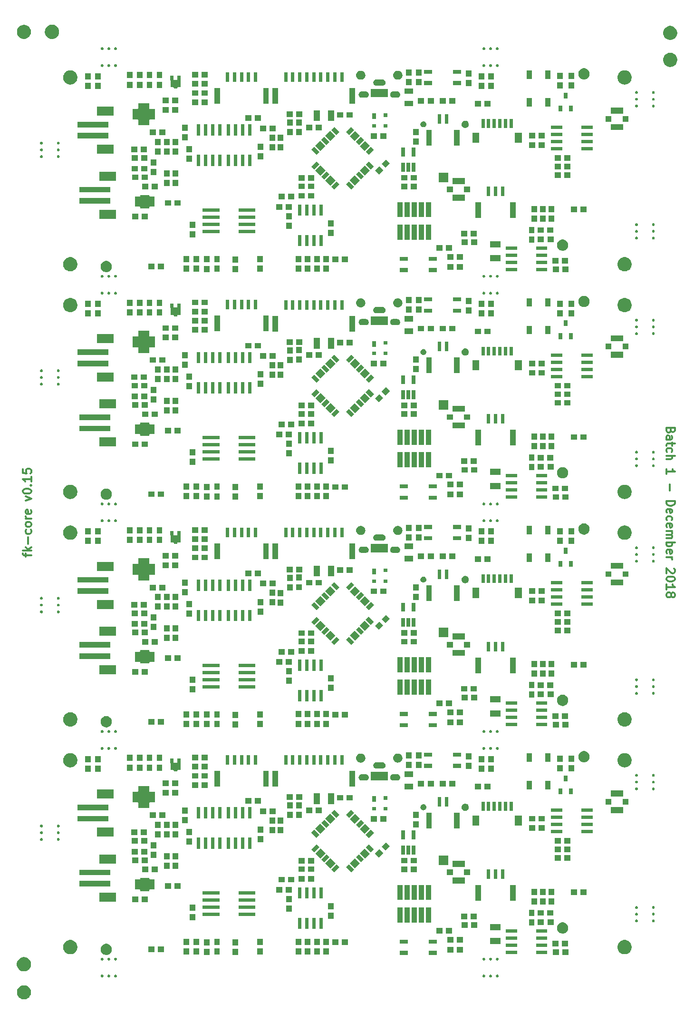
<source format=gbr>
G04 #@! TF.GenerationSoftware,KiCad,Pcbnew,(5.0.1-3-g963ef8bb5)*
G04 #@! TF.CreationDate,2019-02-11T18:03:15-05:00*
G04 #@! TF.ProjectId,fk-core-v0.15-01x04,666B2D636F72652D76302E31352D3031,0.1*
G04 #@! TF.SameCoordinates,PX791ddc0PY791ddc0*
G04 #@! TF.FileFunction,Soldermask,Top*
G04 #@! TF.FilePolarity,Negative*
%FSLAX46Y46*%
G04 Gerber Fmt 4.6, Leading zero omitted, Abs format (unit mm)*
G04 Created by KiCad (PCBNEW (5.0.1-3-g963ef8bb5)) date Monday, February 11, 2019 at 06:03:15 PM*
%MOMM*%
%LPD*%
G01*
G04 APERTURE LIST*
%ADD10C,0.300000*%
%ADD11C,0.100000*%
G04 APERTURE END LIST*
D10*
X-79610029Y2017743D02*
X-79610029Y2589172D01*
X-78610029Y2232029D02*
X-79895743Y2232029D01*
X-80038600Y2303458D01*
X-80110029Y2446315D01*
X-80110029Y2589172D01*
X-78610029Y3089172D02*
X-80110029Y3089172D01*
X-79181458Y3232029D02*
X-78610029Y3660600D01*
X-79610029Y3660600D02*
X-79038600Y3089172D01*
X-79181458Y4303458D02*
X-79181458Y5446315D01*
X-78681458Y6803458D02*
X-78610029Y6660600D01*
X-78610029Y6374886D01*
X-78681458Y6232029D01*
X-78752886Y6160600D01*
X-78895743Y6089172D01*
X-79324315Y6089172D01*
X-79467172Y6160600D01*
X-79538600Y6232029D01*
X-79610029Y6374886D01*
X-79610029Y6660600D01*
X-79538600Y6803458D01*
X-78610029Y7660600D02*
X-78681458Y7517743D01*
X-78752886Y7446315D01*
X-78895743Y7374886D01*
X-79324315Y7374886D01*
X-79467172Y7446315D01*
X-79538600Y7517743D01*
X-79610029Y7660600D01*
X-79610029Y7874886D01*
X-79538600Y8017743D01*
X-79467172Y8089172D01*
X-79324315Y8160600D01*
X-78895743Y8160600D01*
X-78752886Y8089172D01*
X-78681458Y8017743D01*
X-78610029Y7874886D01*
X-78610029Y7660600D01*
X-78610029Y8803458D02*
X-79610029Y8803458D01*
X-79324315Y8803458D02*
X-79467172Y8874886D01*
X-79538600Y8946315D01*
X-79610029Y9089172D01*
X-79610029Y9232029D01*
X-78681458Y10303458D02*
X-78610029Y10160600D01*
X-78610029Y9874886D01*
X-78681458Y9732029D01*
X-78824315Y9660600D01*
X-79395743Y9660600D01*
X-79538600Y9732029D01*
X-79610029Y9874886D01*
X-79610029Y10160600D01*
X-79538600Y10303458D01*
X-79395743Y10374886D01*
X-79252886Y10374886D01*
X-79110029Y9660600D01*
X-79610029Y12017743D02*
X-78610029Y12374886D01*
X-79610029Y12732029D01*
X-80110029Y13589172D02*
X-80110029Y13732029D01*
X-80038600Y13874886D01*
X-79967172Y13946315D01*
X-79824315Y14017743D01*
X-79538600Y14089172D01*
X-79181458Y14089172D01*
X-78895743Y14017743D01*
X-78752886Y13946315D01*
X-78681458Y13874886D01*
X-78610029Y13732029D01*
X-78610029Y13589172D01*
X-78681458Y13446315D01*
X-78752886Y13374886D01*
X-78895743Y13303458D01*
X-79181458Y13232029D01*
X-79538600Y13232029D01*
X-79824315Y13303458D01*
X-79967172Y13374886D01*
X-80038600Y13446315D01*
X-80110029Y13589172D01*
X-78752886Y14732029D02*
X-78681458Y14803458D01*
X-78610029Y14732029D01*
X-78681458Y14660600D01*
X-78752886Y14732029D01*
X-78610029Y14732029D01*
X-78610029Y16232029D02*
X-78610029Y15374886D01*
X-78610029Y15803458D02*
X-80110029Y15803458D01*
X-79895743Y15660600D01*
X-79752886Y15517743D01*
X-79681458Y15374886D01*
X-80110029Y17589172D02*
X-80110029Y16874886D01*
X-79395743Y16803458D01*
X-79467172Y16874886D01*
X-79538600Y17017743D01*
X-79538600Y17374886D01*
X-79467172Y17517743D01*
X-79395743Y17589172D01*
X-79252886Y17660600D01*
X-78895743Y17660600D01*
X-78752886Y17589172D01*
X-78681458Y17517743D01*
X-78610029Y17374886D01*
X-78610029Y17017743D01*
X-78681458Y16874886D01*
X-78752886Y16803458D01*
X35318542Y24482029D02*
X35247114Y24267743D01*
X35175685Y24196315D01*
X35032828Y24124886D01*
X34818542Y24124886D01*
X34675685Y24196315D01*
X34604257Y24267743D01*
X34532828Y24410600D01*
X34532828Y24982029D01*
X36032828Y24982029D01*
X36032828Y24482029D01*
X35961400Y24339172D01*
X35889971Y24267743D01*
X35747114Y24196315D01*
X35604257Y24196315D01*
X35461400Y24267743D01*
X35389971Y24339172D01*
X35318542Y24482029D01*
X35318542Y24982029D01*
X34532828Y22839172D02*
X35318542Y22839172D01*
X35461400Y22910600D01*
X35532828Y23053458D01*
X35532828Y23339172D01*
X35461400Y23482029D01*
X34604257Y22839172D02*
X34532828Y22982029D01*
X34532828Y23339172D01*
X34604257Y23482029D01*
X34747114Y23553458D01*
X34889971Y23553458D01*
X35032828Y23482029D01*
X35104257Y23339172D01*
X35104257Y22982029D01*
X35175685Y22839172D01*
X35532828Y22339172D02*
X35532828Y21767743D01*
X36032828Y22124886D02*
X34747114Y22124886D01*
X34604257Y22053458D01*
X34532828Y21910600D01*
X34532828Y21767743D01*
X34604257Y20624886D02*
X34532828Y20767743D01*
X34532828Y21053458D01*
X34604257Y21196315D01*
X34675685Y21267743D01*
X34818542Y21339172D01*
X35247114Y21339172D01*
X35389971Y21267743D01*
X35461400Y21196315D01*
X35532828Y21053458D01*
X35532828Y20767743D01*
X35461400Y20624886D01*
X34532828Y19982029D02*
X36032828Y19982029D01*
X34532828Y19339172D02*
X35318542Y19339172D01*
X35461400Y19410600D01*
X35532828Y19553458D01*
X35532828Y19767743D01*
X35461400Y19910600D01*
X35389971Y19982029D01*
X34532828Y16696315D02*
X34532828Y17553458D01*
X34532828Y17124886D02*
X36032828Y17124886D01*
X35818542Y17267743D01*
X35675685Y17410600D01*
X35604257Y17553458D01*
X35104257Y14910600D02*
X35104257Y13767743D01*
X34532828Y11910600D02*
X36032828Y11910600D01*
X36032828Y11553458D01*
X35961400Y11339172D01*
X35818542Y11196315D01*
X35675685Y11124886D01*
X35389971Y11053458D01*
X35175685Y11053458D01*
X34889971Y11124886D01*
X34747114Y11196315D01*
X34604257Y11339172D01*
X34532828Y11553458D01*
X34532828Y11910600D01*
X34604257Y9839172D02*
X34532828Y9982029D01*
X34532828Y10267743D01*
X34604257Y10410600D01*
X34747114Y10482029D01*
X35318542Y10482029D01*
X35461400Y10410600D01*
X35532828Y10267743D01*
X35532828Y9982029D01*
X35461400Y9839172D01*
X35318542Y9767743D01*
X35175685Y9767743D01*
X35032828Y10482029D01*
X34604257Y8482029D02*
X34532828Y8624886D01*
X34532828Y8910600D01*
X34604257Y9053458D01*
X34675685Y9124886D01*
X34818542Y9196315D01*
X35247114Y9196315D01*
X35389971Y9124886D01*
X35461400Y9053458D01*
X35532828Y8910600D01*
X35532828Y8624886D01*
X35461400Y8482029D01*
X34604257Y7267743D02*
X34532828Y7410600D01*
X34532828Y7696315D01*
X34604257Y7839172D01*
X34747114Y7910600D01*
X35318542Y7910600D01*
X35461400Y7839172D01*
X35532828Y7696315D01*
X35532828Y7410600D01*
X35461400Y7267743D01*
X35318542Y7196315D01*
X35175685Y7196315D01*
X35032828Y7910600D01*
X34532828Y6553458D02*
X35532828Y6553458D01*
X35389971Y6553458D02*
X35461400Y6482029D01*
X35532828Y6339172D01*
X35532828Y6124886D01*
X35461400Y5982029D01*
X35318542Y5910600D01*
X34532828Y5910600D01*
X35318542Y5910600D02*
X35461400Y5839172D01*
X35532828Y5696315D01*
X35532828Y5482029D01*
X35461400Y5339172D01*
X35318542Y5267743D01*
X34532828Y5267743D01*
X34532828Y4553458D02*
X36032828Y4553458D01*
X35461400Y4553458D02*
X35532828Y4410600D01*
X35532828Y4124886D01*
X35461400Y3982029D01*
X35389971Y3910600D01*
X35247114Y3839172D01*
X34818542Y3839172D01*
X34675685Y3910600D01*
X34604257Y3982029D01*
X34532828Y4124886D01*
X34532828Y4410600D01*
X34604257Y4553458D01*
X34604257Y2624886D02*
X34532828Y2767743D01*
X34532828Y3053458D01*
X34604257Y3196315D01*
X34747114Y3267743D01*
X35318542Y3267743D01*
X35461400Y3196315D01*
X35532828Y3053458D01*
X35532828Y2767743D01*
X35461400Y2624886D01*
X35318542Y2553458D01*
X35175685Y2553458D01*
X35032828Y3267743D01*
X34532828Y1910600D02*
X35532828Y1910600D01*
X35247114Y1910600D02*
X35389971Y1839172D01*
X35461400Y1767743D01*
X35532828Y1624886D01*
X35532828Y1482029D01*
X35889971Y-89400D02*
X35961400Y-160828D01*
X36032828Y-303685D01*
X36032828Y-660828D01*
X35961400Y-803685D01*
X35889971Y-875114D01*
X35747114Y-946542D01*
X35604257Y-946542D01*
X35389971Y-875114D01*
X34532828Y-17971D01*
X34532828Y-946542D01*
X36032828Y-1875114D02*
X36032828Y-2017971D01*
X35961400Y-2160828D01*
X35889971Y-2232257D01*
X35747114Y-2303685D01*
X35461400Y-2375114D01*
X35104257Y-2375114D01*
X34818542Y-2303685D01*
X34675685Y-2232257D01*
X34604257Y-2160828D01*
X34532828Y-2017971D01*
X34532828Y-1875114D01*
X34604257Y-1732257D01*
X34675685Y-1660828D01*
X34818542Y-1589400D01*
X35104257Y-1517971D01*
X35461400Y-1517971D01*
X35747114Y-1589400D01*
X35889971Y-1660828D01*
X35961400Y-1732257D01*
X36032828Y-1875114D01*
X34532828Y-3803685D02*
X34532828Y-2946542D01*
X34532828Y-3375114D02*
X36032828Y-3375114D01*
X35818542Y-3232257D01*
X35675685Y-3089400D01*
X35604257Y-2946542D01*
X35389971Y-4660828D02*
X35461400Y-4517971D01*
X35532828Y-4446542D01*
X35675685Y-4375114D01*
X35747114Y-4375114D01*
X35889971Y-4446542D01*
X35961400Y-4517971D01*
X36032828Y-4660828D01*
X36032828Y-4946542D01*
X35961400Y-5089400D01*
X35889971Y-5160828D01*
X35747114Y-5232257D01*
X35675685Y-5232257D01*
X35532828Y-5160828D01*
X35461400Y-5089400D01*
X35389971Y-4946542D01*
X35389971Y-4660828D01*
X35318542Y-4517971D01*
X35247114Y-4446542D01*
X35104257Y-4375114D01*
X34818542Y-4375114D01*
X34675685Y-4446542D01*
X34604257Y-4517971D01*
X34532828Y-4660828D01*
X34532828Y-4946542D01*
X34604257Y-5089400D01*
X34675685Y-5160828D01*
X34818542Y-5232257D01*
X35104257Y-5232257D01*
X35247114Y-5160828D01*
X35318542Y-5089400D01*
X35389971Y-4946542D01*
D11*
G36*
X-79535388Y-74298037D02*
X-79307904Y-74392264D01*
X-79103169Y-74529064D01*
X-78929064Y-74703169D01*
X-78792264Y-74907904D01*
X-78698037Y-75135388D01*
X-78650000Y-75376885D01*
X-78650000Y-75623115D01*
X-78698037Y-75864612D01*
X-78792264Y-76092096D01*
X-78929064Y-76296831D01*
X-79103169Y-76470936D01*
X-79307904Y-76607736D01*
X-79535388Y-76701963D01*
X-79776885Y-76750000D01*
X-80023115Y-76750000D01*
X-80264612Y-76701963D01*
X-80492096Y-76607736D01*
X-80696831Y-76470936D01*
X-80870936Y-76296831D01*
X-81007736Y-76092096D01*
X-81101963Y-75864612D01*
X-81150000Y-75623115D01*
X-81150000Y-75376885D01*
X-81101963Y-75135388D01*
X-81007736Y-74907904D01*
X-80870936Y-74703169D01*
X-80696831Y-74529064D01*
X-80492096Y-74392264D01*
X-80264612Y-74298037D01*
X-80023115Y-74250000D01*
X-79776885Y-74250000D01*
X-79535388Y-74298037D01*
X-79535388Y-74298037D01*
G37*
G36*
X3248098Y-72341802D02*
X3284322Y-72349007D01*
X3329820Y-72367853D01*
X3370766Y-72395212D01*
X3405588Y-72430034D01*
X3432947Y-72470980D01*
X3451793Y-72516478D01*
X3461400Y-72564777D01*
X3461400Y-72614023D01*
X3451793Y-72662322D01*
X3432947Y-72707820D01*
X3405588Y-72748766D01*
X3370766Y-72783588D01*
X3329820Y-72810947D01*
X3284322Y-72829793D01*
X3248098Y-72836998D01*
X3236024Y-72839400D01*
X3186776Y-72839400D01*
X3174702Y-72836998D01*
X3138478Y-72829793D01*
X3092980Y-72810947D01*
X3052034Y-72783588D01*
X3017212Y-72748766D01*
X2989853Y-72707820D01*
X2971007Y-72662322D01*
X2961400Y-72614023D01*
X2961400Y-72564777D01*
X2971007Y-72516478D01*
X2989853Y-72470980D01*
X3017212Y-72430034D01*
X3052034Y-72395212D01*
X3092980Y-72367853D01*
X3138478Y-72349007D01*
X3174702Y-72341802D01*
X3186776Y-72339400D01*
X3236024Y-72339400D01*
X3248098Y-72341802D01*
X3248098Y-72341802D01*
G37*
G36*
X2048098Y-72341802D02*
X2084322Y-72349007D01*
X2129820Y-72367853D01*
X2170766Y-72395212D01*
X2205588Y-72430034D01*
X2232947Y-72470980D01*
X2251793Y-72516478D01*
X2261400Y-72564777D01*
X2261400Y-72614023D01*
X2251793Y-72662322D01*
X2232947Y-72707820D01*
X2205588Y-72748766D01*
X2170766Y-72783588D01*
X2129820Y-72810947D01*
X2084322Y-72829793D01*
X2048098Y-72836998D01*
X2036024Y-72839400D01*
X1986776Y-72839400D01*
X1974702Y-72836998D01*
X1938478Y-72829793D01*
X1892980Y-72810947D01*
X1852034Y-72783588D01*
X1817212Y-72748766D01*
X1789853Y-72707820D01*
X1771007Y-72662322D01*
X1761400Y-72614023D01*
X1761400Y-72564777D01*
X1771007Y-72516478D01*
X1789853Y-72470980D01*
X1817212Y-72430034D01*
X1852034Y-72395212D01*
X1892980Y-72367853D01*
X1938478Y-72349007D01*
X1974702Y-72341802D01*
X1986776Y-72339400D01*
X2036024Y-72339400D01*
X2048098Y-72341802D01*
X2048098Y-72341802D01*
G37*
G36*
X-63551902Y-72341802D02*
X-63515678Y-72349007D01*
X-63470180Y-72367853D01*
X-63429234Y-72395212D01*
X-63394412Y-72430034D01*
X-63367053Y-72470980D01*
X-63348207Y-72516478D01*
X-63338600Y-72564777D01*
X-63338600Y-72614023D01*
X-63348207Y-72662322D01*
X-63367053Y-72707820D01*
X-63394412Y-72748766D01*
X-63429234Y-72783588D01*
X-63470180Y-72810947D01*
X-63515678Y-72829793D01*
X-63551902Y-72836998D01*
X-63563976Y-72839400D01*
X-63613224Y-72839400D01*
X-63625298Y-72836998D01*
X-63661522Y-72829793D01*
X-63707020Y-72810947D01*
X-63747966Y-72783588D01*
X-63782788Y-72748766D01*
X-63810147Y-72707820D01*
X-63828993Y-72662322D01*
X-63838600Y-72614023D01*
X-63838600Y-72564777D01*
X-63828993Y-72516478D01*
X-63810147Y-72470980D01*
X-63782788Y-72430034D01*
X-63747966Y-72395212D01*
X-63707020Y-72367853D01*
X-63661522Y-72349007D01*
X-63625298Y-72341802D01*
X-63613224Y-72339400D01*
X-63563976Y-72339400D01*
X-63551902Y-72341802D01*
X-63551902Y-72341802D01*
G37*
G36*
X-64751902Y-72341802D02*
X-64715678Y-72349007D01*
X-64670180Y-72367853D01*
X-64629234Y-72395212D01*
X-64594412Y-72430034D01*
X-64567053Y-72470980D01*
X-64548207Y-72516478D01*
X-64538600Y-72564777D01*
X-64538600Y-72614023D01*
X-64548207Y-72662322D01*
X-64567053Y-72707820D01*
X-64594412Y-72748766D01*
X-64629234Y-72783588D01*
X-64670180Y-72810947D01*
X-64715678Y-72829793D01*
X-64751902Y-72836998D01*
X-64763976Y-72839400D01*
X-64813224Y-72839400D01*
X-64825298Y-72836998D01*
X-64861522Y-72829793D01*
X-64907020Y-72810947D01*
X-64947966Y-72783588D01*
X-64982788Y-72748766D01*
X-65010147Y-72707820D01*
X-65028993Y-72662322D01*
X-65038600Y-72614023D01*
X-65038600Y-72564777D01*
X-65028993Y-72516478D01*
X-65010147Y-72470980D01*
X-64982788Y-72430034D01*
X-64947966Y-72395212D01*
X-64907020Y-72367853D01*
X-64861522Y-72349007D01*
X-64825298Y-72341802D01*
X-64813224Y-72339400D01*
X-64763976Y-72339400D01*
X-64751902Y-72341802D01*
X-64751902Y-72341802D01*
G37*
G36*
X-65951902Y-72341802D02*
X-65915678Y-72349007D01*
X-65870180Y-72367853D01*
X-65829234Y-72395212D01*
X-65794412Y-72430034D01*
X-65767053Y-72470980D01*
X-65748207Y-72516478D01*
X-65738600Y-72564777D01*
X-65738600Y-72614023D01*
X-65748207Y-72662322D01*
X-65767053Y-72707820D01*
X-65794412Y-72748766D01*
X-65829234Y-72783588D01*
X-65870180Y-72810947D01*
X-65915678Y-72829793D01*
X-65951902Y-72836998D01*
X-65963976Y-72839400D01*
X-66013224Y-72839400D01*
X-66025298Y-72836998D01*
X-66061522Y-72829793D01*
X-66107020Y-72810947D01*
X-66147966Y-72783588D01*
X-66182788Y-72748766D01*
X-66210147Y-72707820D01*
X-66228993Y-72662322D01*
X-66238600Y-72614023D01*
X-66238600Y-72564777D01*
X-66228993Y-72516478D01*
X-66210147Y-72470980D01*
X-66182788Y-72430034D01*
X-66147966Y-72395212D01*
X-66107020Y-72367853D01*
X-66061522Y-72349007D01*
X-66025298Y-72341802D01*
X-66013224Y-72339400D01*
X-65963976Y-72339400D01*
X-65951902Y-72341802D01*
X-65951902Y-72341802D01*
G37*
G36*
X4448098Y-72341802D02*
X4484322Y-72349007D01*
X4529820Y-72367853D01*
X4570766Y-72395212D01*
X4605588Y-72430034D01*
X4632947Y-72470980D01*
X4651793Y-72516478D01*
X4661400Y-72564777D01*
X4661400Y-72614023D01*
X4651793Y-72662322D01*
X4632947Y-72707820D01*
X4605588Y-72748766D01*
X4570766Y-72783588D01*
X4529820Y-72810947D01*
X4484322Y-72829793D01*
X4448098Y-72836998D01*
X4436024Y-72839400D01*
X4386776Y-72839400D01*
X4374702Y-72836998D01*
X4338478Y-72829793D01*
X4292980Y-72810947D01*
X4252034Y-72783588D01*
X4217212Y-72748766D01*
X4189853Y-72707820D01*
X4171007Y-72662322D01*
X4161400Y-72614023D01*
X4161400Y-72564777D01*
X4171007Y-72516478D01*
X4189853Y-72470980D01*
X4217212Y-72430034D01*
X4252034Y-72395212D01*
X4292980Y-72367853D01*
X4338478Y-72349007D01*
X4374702Y-72341802D01*
X4386776Y-72339400D01*
X4436024Y-72339400D01*
X4448098Y-72341802D01*
X4448098Y-72341802D01*
G37*
G36*
X-79652235Y-69254403D02*
X-79529555Y-69278805D01*
X-79314575Y-69367853D01*
X-79298429Y-69374541D01*
X-79090419Y-69513529D01*
X-78913529Y-69690419D01*
X-78913527Y-69690422D01*
X-78774541Y-69898429D01*
X-78678805Y-70129555D01*
X-78630000Y-70374916D01*
X-78630000Y-70625084D01*
X-78678805Y-70870445D01*
X-78774541Y-71101571D01*
X-78913529Y-71309581D01*
X-79090419Y-71486471D01*
X-79090422Y-71486473D01*
X-79298429Y-71625459D01*
X-79529555Y-71721195D01*
X-79652235Y-71745597D01*
X-79774914Y-71770000D01*
X-80025086Y-71770000D01*
X-80147765Y-71745597D01*
X-80270445Y-71721195D01*
X-80501571Y-71625459D01*
X-80709578Y-71486473D01*
X-80709581Y-71486471D01*
X-80886471Y-71309581D01*
X-81025459Y-71101571D01*
X-81121195Y-70870445D01*
X-81170000Y-70625084D01*
X-81170000Y-70374916D01*
X-81121195Y-70129555D01*
X-81025459Y-69898429D01*
X-80886473Y-69690422D01*
X-80886471Y-69690419D01*
X-80709581Y-69513529D01*
X-80501571Y-69374541D01*
X-80485425Y-69367853D01*
X-80270445Y-69278805D01*
X-80147765Y-69254403D01*
X-80025086Y-69230000D01*
X-79774914Y-69230000D01*
X-79652235Y-69254403D01*
X-79652235Y-69254403D01*
G37*
G36*
X-65951902Y-69341802D02*
X-65915678Y-69349007D01*
X-65870180Y-69367853D01*
X-65829234Y-69395212D01*
X-65794412Y-69430034D01*
X-65767053Y-69470980D01*
X-65748207Y-69516478D01*
X-65738600Y-69564777D01*
X-65738600Y-69614023D01*
X-65748207Y-69662322D01*
X-65767053Y-69707820D01*
X-65794412Y-69748766D01*
X-65829234Y-69783588D01*
X-65870180Y-69810947D01*
X-65915678Y-69829793D01*
X-65951902Y-69836998D01*
X-65963976Y-69839400D01*
X-66013224Y-69839400D01*
X-66025298Y-69836998D01*
X-66061522Y-69829793D01*
X-66107020Y-69810947D01*
X-66147966Y-69783588D01*
X-66182788Y-69748766D01*
X-66210147Y-69707820D01*
X-66228993Y-69662322D01*
X-66238600Y-69614023D01*
X-66238600Y-69564777D01*
X-66228993Y-69516478D01*
X-66210147Y-69470980D01*
X-66182788Y-69430034D01*
X-66147966Y-69395212D01*
X-66107020Y-69367853D01*
X-66061522Y-69349007D01*
X-66025298Y-69341802D01*
X-66013224Y-69339400D01*
X-65963976Y-69339400D01*
X-65951902Y-69341802D01*
X-65951902Y-69341802D01*
G37*
G36*
X4448098Y-69341802D02*
X4484322Y-69349007D01*
X4529820Y-69367853D01*
X4570766Y-69395212D01*
X4605588Y-69430034D01*
X4632947Y-69470980D01*
X4651793Y-69516478D01*
X4661400Y-69564777D01*
X4661400Y-69614023D01*
X4651793Y-69662322D01*
X4632947Y-69707820D01*
X4605588Y-69748766D01*
X4570766Y-69783588D01*
X4529820Y-69810947D01*
X4484322Y-69829793D01*
X4448098Y-69836998D01*
X4436024Y-69839400D01*
X4386776Y-69839400D01*
X4374702Y-69836998D01*
X4338478Y-69829793D01*
X4292980Y-69810947D01*
X4252034Y-69783588D01*
X4217212Y-69748766D01*
X4189853Y-69707820D01*
X4171007Y-69662322D01*
X4161400Y-69614023D01*
X4161400Y-69564777D01*
X4171007Y-69516478D01*
X4189853Y-69470980D01*
X4217212Y-69430034D01*
X4252034Y-69395212D01*
X4292980Y-69367853D01*
X4338478Y-69349007D01*
X4374702Y-69341802D01*
X4386776Y-69339400D01*
X4436024Y-69339400D01*
X4448098Y-69341802D01*
X4448098Y-69341802D01*
G37*
G36*
X3248098Y-69341802D02*
X3284322Y-69349007D01*
X3329820Y-69367853D01*
X3370766Y-69395212D01*
X3405588Y-69430034D01*
X3432947Y-69470980D01*
X3451793Y-69516478D01*
X3461400Y-69564777D01*
X3461400Y-69614023D01*
X3451793Y-69662322D01*
X3432947Y-69707820D01*
X3405588Y-69748766D01*
X3370766Y-69783588D01*
X3329820Y-69810947D01*
X3284322Y-69829793D01*
X3248098Y-69836998D01*
X3236024Y-69839400D01*
X3186776Y-69839400D01*
X3174702Y-69836998D01*
X3138478Y-69829793D01*
X3092980Y-69810947D01*
X3052034Y-69783588D01*
X3017212Y-69748766D01*
X2989853Y-69707820D01*
X2971007Y-69662322D01*
X2961400Y-69614023D01*
X2961400Y-69564777D01*
X2971007Y-69516478D01*
X2989853Y-69470980D01*
X3017212Y-69430034D01*
X3052034Y-69395212D01*
X3092980Y-69367853D01*
X3138478Y-69349007D01*
X3174702Y-69341802D01*
X3186776Y-69339400D01*
X3236024Y-69339400D01*
X3248098Y-69341802D01*
X3248098Y-69341802D01*
G37*
G36*
X2048098Y-69341802D02*
X2084322Y-69349007D01*
X2129820Y-69367853D01*
X2170766Y-69395212D01*
X2205588Y-69430034D01*
X2232947Y-69470980D01*
X2251793Y-69516478D01*
X2261400Y-69564777D01*
X2261400Y-69614023D01*
X2251793Y-69662322D01*
X2232947Y-69707820D01*
X2205588Y-69748766D01*
X2170766Y-69783588D01*
X2129820Y-69810947D01*
X2084322Y-69829793D01*
X2048098Y-69836998D01*
X2036024Y-69839400D01*
X1986776Y-69839400D01*
X1974702Y-69836998D01*
X1938478Y-69829793D01*
X1892980Y-69810947D01*
X1852034Y-69783588D01*
X1817212Y-69748766D01*
X1789853Y-69707820D01*
X1771007Y-69662322D01*
X1761400Y-69614023D01*
X1761400Y-69564777D01*
X1771007Y-69516478D01*
X1789853Y-69470980D01*
X1817212Y-69430034D01*
X1852034Y-69395212D01*
X1892980Y-69367853D01*
X1938478Y-69349007D01*
X1974702Y-69341802D01*
X1986776Y-69339400D01*
X2036024Y-69339400D01*
X2048098Y-69341802D01*
X2048098Y-69341802D01*
G37*
G36*
X-63551902Y-69341802D02*
X-63515678Y-69349007D01*
X-63470180Y-69367853D01*
X-63429234Y-69395212D01*
X-63394412Y-69430034D01*
X-63367053Y-69470980D01*
X-63348207Y-69516478D01*
X-63338600Y-69564777D01*
X-63338600Y-69614023D01*
X-63348207Y-69662322D01*
X-63367053Y-69707820D01*
X-63394412Y-69748766D01*
X-63429234Y-69783588D01*
X-63470180Y-69810947D01*
X-63515678Y-69829793D01*
X-63551902Y-69836998D01*
X-63563976Y-69839400D01*
X-63613224Y-69839400D01*
X-63625298Y-69836998D01*
X-63661522Y-69829793D01*
X-63707020Y-69810947D01*
X-63747966Y-69783588D01*
X-63782788Y-69748766D01*
X-63810147Y-69707820D01*
X-63828993Y-69662322D01*
X-63838600Y-69614023D01*
X-63838600Y-69564777D01*
X-63828993Y-69516478D01*
X-63810147Y-69470980D01*
X-63782788Y-69430034D01*
X-63747966Y-69395212D01*
X-63707020Y-69367853D01*
X-63661522Y-69349007D01*
X-63625298Y-69341802D01*
X-63613224Y-69339400D01*
X-63563976Y-69339400D01*
X-63551902Y-69341802D01*
X-63551902Y-69341802D01*
G37*
G36*
X-64751902Y-69341802D02*
X-64715678Y-69349007D01*
X-64670180Y-69367853D01*
X-64629234Y-69395212D01*
X-64594412Y-69430034D01*
X-64567053Y-69470980D01*
X-64548207Y-69516478D01*
X-64538600Y-69564777D01*
X-64538600Y-69614023D01*
X-64548207Y-69662322D01*
X-64567053Y-69707820D01*
X-64594412Y-69748766D01*
X-64629234Y-69783588D01*
X-64670180Y-69810947D01*
X-64715678Y-69829793D01*
X-64751902Y-69836998D01*
X-64763976Y-69839400D01*
X-64813224Y-69839400D01*
X-64825298Y-69836998D01*
X-64861522Y-69829793D01*
X-64907020Y-69810947D01*
X-64947966Y-69783588D01*
X-64982788Y-69748766D01*
X-65010147Y-69707820D01*
X-65028993Y-69662322D01*
X-65038600Y-69614023D01*
X-65038600Y-69564777D01*
X-65028993Y-69516478D01*
X-65010147Y-69470980D01*
X-64982788Y-69430034D01*
X-64947966Y-69395212D01*
X-64907020Y-69367853D01*
X-64861522Y-69349007D01*
X-64825298Y-69341802D01*
X-64813224Y-69339400D01*
X-64763976Y-69339400D01*
X-64751902Y-69341802D01*
X-64751902Y-69341802D01*
G37*
G36*
X-41740200Y-68874200D02*
X-42740200Y-68874200D01*
X-42740200Y-67774200D01*
X-41740200Y-67774200D01*
X-41740200Y-68874200D01*
X-41740200Y-68874200D01*
G37*
G36*
X15371800Y-68863200D02*
X14271800Y-68863200D01*
X14271800Y-67863200D01*
X15371800Y-67863200D01*
X15371800Y-68863200D01*
X15371800Y-68863200D01*
G37*
G36*
X17071800Y-68863200D02*
X15971800Y-68863200D01*
X15971800Y-67863200D01*
X17071800Y-67863200D01*
X17071800Y-68863200D01*
X17071800Y-68863200D01*
G37*
G36*
X-65051430Y-66870572D02*
X-64935511Y-66893629D01*
X-64753522Y-66969011D01*
X-64589737Y-67078449D01*
X-64450449Y-67217737D01*
X-64341011Y-67381522D01*
X-64265629Y-67563511D01*
X-64227200Y-67756709D01*
X-64227200Y-67953691D01*
X-64265629Y-68146889D01*
X-64341011Y-68328878D01*
X-64450449Y-68492663D01*
X-64589737Y-68631951D01*
X-64753522Y-68741389D01*
X-64935511Y-68816771D01*
X-65051430Y-68839828D01*
X-65128707Y-68855200D01*
X-65325693Y-68855200D01*
X-65402970Y-68839828D01*
X-65518889Y-68816771D01*
X-65700878Y-68741389D01*
X-65864663Y-68631951D01*
X-66003951Y-68492663D01*
X-66113389Y-68328878D01*
X-66188771Y-68146889D01*
X-66227200Y-67953691D01*
X-66227200Y-67756709D01*
X-66188771Y-67563511D01*
X-66113389Y-67381522D01*
X-66003951Y-67217737D01*
X-65864663Y-67078449D01*
X-65700878Y-66969011D01*
X-65518889Y-66893629D01*
X-65402970Y-66870572D01*
X-65325693Y-66855200D01*
X-65128707Y-66855200D01*
X-65051430Y-66870572D01*
X-65051430Y-66870572D01*
G37*
G36*
X-46845600Y-68826600D02*
X-47845600Y-68826600D01*
X-47845600Y-67726600D01*
X-46845600Y-67726600D01*
X-46845600Y-68826600D01*
X-46845600Y-68826600D01*
G37*
G36*
X-6347000Y-68824200D02*
X-7797000Y-68824200D01*
X-7797000Y-68124200D01*
X-6347000Y-68124200D01*
X-6347000Y-68824200D01*
X-6347000Y-68824200D01*
G37*
G36*
X-11507000Y-68824200D02*
X-12957000Y-68824200D01*
X-12957000Y-68124200D01*
X-11507000Y-68124200D01*
X-11507000Y-68824200D01*
X-11507000Y-68824200D01*
G37*
G36*
X-45008730Y-68795630D02*
X-46008730Y-68795630D01*
X-46008730Y-67695630D01*
X-45008730Y-67695630D01*
X-45008730Y-68795630D01*
X-45008730Y-68795630D01*
G37*
G36*
X-48674400Y-68775800D02*
X-49674400Y-68775800D01*
X-49674400Y-67675800D01*
X-48674400Y-67675800D01*
X-48674400Y-68775800D01*
X-48674400Y-68775800D01*
G37*
G36*
X-37371400Y-68775800D02*
X-38371400Y-68775800D01*
X-38371400Y-67675800D01*
X-37371400Y-67675800D01*
X-37371400Y-68775800D01*
X-37371400Y-68775800D01*
G37*
G36*
X-50503200Y-68775800D02*
X-51503200Y-68775800D01*
X-51503200Y-67675800D01*
X-50503200Y-67675800D01*
X-50503200Y-68775800D01*
X-50503200Y-68775800D01*
G37*
G36*
X-28855002Y-68765222D02*
X-29855002Y-68765222D01*
X-29855002Y-67665222D01*
X-28855002Y-67665222D01*
X-28855002Y-68765222D01*
X-28855002Y-68765222D01*
G37*
G36*
X-27204002Y-68765222D02*
X-28204002Y-68765222D01*
X-28204002Y-67665222D01*
X-27204002Y-67665222D01*
X-27204002Y-68765222D01*
X-27204002Y-68765222D01*
G37*
G36*
X-30506002Y-68765222D02*
X-31506002Y-68765222D01*
X-31506002Y-67665222D01*
X-30506002Y-67665222D01*
X-30506002Y-68765222D01*
X-30506002Y-68765222D01*
G37*
G36*
X-25553002Y-68765222D02*
X-26553002Y-68765222D01*
X-26553002Y-67665222D01*
X-25553002Y-67665222D01*
X-25553002Y-68765222D01*
X-25553002Y-68765222D01*
G37*
G36*
X27335564Y-66194602D02*
X27458245Y-66219005D01*
X27689371Y-66314741D01*
X27897381Y-66453729D01*
X28074271Y-66630619D01*
X28074273Y-66630622D01*
X28213259Y-66838629D01*
X28308995Y-67069755D01*
X28357800Y-67315116D01*
X28357800Y-67565284D01*
X28308995Y-67810645D01*
X28249743Y-67953691D01*
X28213259Y-68041771D01*
X28074271Y-68249781D01*
X27897381Y-68426671D01*
X27897378Y-68426673D01*
X27689371Y-68565659D01*
X27458245Y-68661395D01*
X27335564Y-68685798D01*
X27212886Y-68710200D01*
X26962714Y-68710200D01*
X26840036Y-68685798D01*
X26717355Y-68661395D01*
X26486229Y-68565659D01*
X26278222Y-68426673D01*
X26278219Y-68426671D01*
X26101329Y-68249781D01*
X25962341Y-68041771D01*
X25925857Y-67953691D01*
X25866605Y-67810645D01*
X25817800Y-67565284D01*
X25817800Y-67315116D01*
X25866605Y-67069755D01*
X25962341Y-66838629D01*
X26101327Y-66630622D01*
X26101329Y-66630619D01*
X26278219Y-66453729D01*
X26486229Y-66314741D01*
X26717355Y-66219005D01*
X26840036Y-66194602D01*
X26962714Y-66170200D01*
X27212886Y-66170200D01*
X27335564Y-66194602D01*
X27335564Y-66194602D01*
G37*
G36*
X-71394436Y-66194602D02*
X-71271755Y-66219005D01*
X-71040629Y-66314741D01*
X-70832619Y-66453729D01*
X-70655729Y-66630619D01*
X-70655727Y-66630622D01*
X-70516741Y-66838629D01*
X-70421005Y-67069755D01*
X-70372200Y-67315116D01*
X-70372200Y-67565284D01*
X-70421005Y-67810645D01*
X-70480257Y-67953691D01*
X-70516741Y-68041771D01*
X-70655729Y-68249781D01*
X-70832619Y-68426671D01*
X-70832622Y-68426673D01*
X-71040629Y-68565659D01*
X-71271755Y-68661395D01*
X-71394436Y-68685798D01*
X-71517114Y-68710200D01*
X-71767286Y-68710200D01*
X-71889964Y-68685798D01*
X-72012645Y-68661395D01*
X-72243771Y-68565659D01*
X-72451778Y-68426673D01*
X-72451781Y-68426671D01*
X-72628671Y-68249781D01*
X-72767659Y-68041771D01*
X-72804143Y-67953691D01*
X-72863395Y-67810645D01*
X-72912200Y-67565284D01*
X-72912200Y-67315116D01*
X-72863395Y-67069755D01*
X-72767659Y-66838629D01*
X-72628673Y-66630622D01*
X-72628671Y-66630619D01*
X-72451781Y-66453729D01*
X-72243771Y-66314741D01*
X-72012645Y-66219005D01*
X-71889964Y-66194602D01*
X-71767286Y-66170200D01*
X-71517114Y-66170200D01*
X-71394436Y-66194602D01*
X-71394436Y-66194602D01*
G37*
G36*
X13326600Y-68663200D02*
X11326600Y-68663200D01*
X11326600Y-68063200D01*
X13326600Y-68063200D01*
X13326600Y-68663200D01*
X13326600Y-68663200D01*
G37*
G36*
X7926600Y-68663200D02*
X5926600Y-68663200D01*
X5926600Y-68063200D01*
X7926600Y-68063200D01*
X7926600Y-68663200D01*
X7926600Y-68663200D01*
G37*
G36*
X-3424200Y-68431400D02*
X-4524200Y-68431400D01*
X-4524200Y-67431400D01*
X-3424200Y-67431400D01*
X-3424200Y-68431400D01*
X-3424200Y-68431400D01*
G37*
G36*
X-1724200Y-68431400D02*
X-2824200Y-68431400D01*
X-2824200Y-67431400D01*
X-1724200Y-67431400D01*
X-1724200Y-68431400D01*
X-1724200Y-68431400D01*
G37*
G36*
X-54937200Y-68355200D02*
X-56037200Y-68355200D01*
X-56037200Y-67355200D01*
X-54937200Y-67355200D01*
X-54937200Y-68355200D01*
X-54937200Y-68355200D01*
G37*
G36*
X-56637200Y-68355200D02*
X-57737200Y-68355200D01*
X-57737200Y-67355200D01*
X-56637200Y-67355200D01*
X-56637200Y-68355200D01*
X-56637200Y-68355200D01*
G37*
G36*
X7926600Y-67393200D02*
X5926600Y-67393200D01*
X5926600Y-66793200D01*
X7926600Y-66793200D01*
X7926600Y-67393200D01*
X7926600Y-67393200D01*
G37*
G36*
X13326600Y-67393200D02*
X11326600Y-67393200D01*
X11326600Y-66793200D01*
X13326600Y-66793200D01*
X13326600Y-67393200D01*
X13326600Y-67393200D01*
G37*
G36*
X15332800Y-67339200D02*
X14232800Y-67339200D01*
X14232800Y-66339200D01*
X15332800Y-66339200D01*
X15332800Y-67339200D01*
X15332800Y-67339200D01*
G37*
G36*
X17032800Y-67339200D02*
X15932800Y-67339200D01*
X15932800Y-66339200D01*
X17032800Y-66339200D01*
X17032800Y-67339200D01*
X17032800Y-67339200D01*
G37*
G36*
X-41740200Y-67174200D02*
X-42740200Y-67174200D01*
X-42740200Y-66074200D01*
X-41740200Y-66074200D01*
X-41740200Y-67174200D01*
X-41740200Y-67174200D01*
G37*
G36*
X-46845600Y-67126600D02*
X-47845600Y-67126600D01*
X-47845600Y-66026600D01*
X-46845600Y-66026600D01*
X-46845600Y-67126600D01*
X-46845600Y-67126600D01*
G37*
G36*
X-45008730Y-67095630D02*
X-46008730Y-67095630D01*
X-46008730Y-65995630D01*
X-45008730Y-65995630D01*
X-45008730Y-67095630D01*
X-45008730Y-67095630D01*
G37*
G36*
X-22171200Y-67085200D02*
X-23271200Y-67085200D01*
X-23271200Y-66085200D01*
X-22171200Y-66085200D01*
X-22171200Y-67085200D01*
X-22171200Y-67085200D01*
G37*
G36*
X-23871200Y-67085200D02*
X-24971200Y-67085200D01*
X-24971200Y-66085200D01*
X-23871200Y-66085200D01*
X-23871200Y-67085200D01*
X-23871200Y-67085200D01*
G37*
G36*
X-37371400Y-67075800D02*
X-38371400Y-67075800D01*
X-38371400Y-65975800D01*
X-37371400Y-65975800D01*
X-37371400Y-67075800D01*
X-37371400Y-67075800D01*
G37*
G36*
X-48674400Y-67075800D02*
X-49674400Y-67075800D01*
X-49674400Y-65975800D01*
X-48674400Y-65975800D01*
X-48674400Y-67075800D01*
X-48674400Y-67075800D01*
G37*
G36*
X-50503200Y-67075800D02*
X-51503200Y-67075800D01*
X-51503200Y-65975800D01*
X-50503200Y-65975800D01*
X-50503200Y-67075800D01*
X-50503200Y-67075800D01*
G37*
G36*
X-28855002Y-67065222D02*
X-29855002Y-67065222D01*
X-29855002Y-65965222D01*
X-28855002Y-65965222D01*
X-28855002Y-67065222D01*
X-28855002Y-67065222D01*
G37*
G36*
X-27204002Y-67065222D02*
X-28204002Y-67065222D01*
X-28204002Y-65965222D01*
X-27204002Y-65965222D01*
X-27204002Y-67065222D01*
X-27204002Y-67065222D01*
G37*
G36*
X-30506002Y-67065222D02*
X-31506002Y-67065222D01*
X-31506002Y-65965222D01*
X-30506002Y-65965222D01*
X-30506002Y-67065222D01*
X-30506002Y-67065222D01*
G37*
G36*
X-25553002Y-67065222D02*
X-26553002Y-67065222D01*
X-26553002Y-65965222D01*
X-25553002Y-65965222D01*
X-25553002Y-67065222D01*
X-25553002Y-67065222D01*
G37*
G36*
X4988600Y-66937400D02*
X3088600Y-66937400D01*
X3088600Y-65837400D01*
X4988600Y-65837400D01*
X4988600Y-66937400D01*
X4988600Y-66937400D01*
G37*
G36*
X-11507000Y-66824200D02*
X-12957000Y-66824200D01*
X-12957000Y-66124200D01*
X-11507000Y-66124200D01*
X-11507000Y-66824200D01*
X-11507000Y-66824200D01*
G37*
G36*
X-6347000Y-66824200D02*
X-7797000Y-66824200D01*
X-7797000Y-66124200D01*
X-6347000Y-66124200D01*
X-6347000Y-66824200D01*
X-6347000Y-66824200D01*
G37*
G36*
X-1724200Y-66653400D02*
X-2824200Y-66653400D01*
X-2824200Y-65653400D01*
X-1724200Y-65653400D01*
X-1724200Y-66653400D01*
X-1724200Y-66653400D01*
G37*
G36*
X-3424200Y-66653400D02*
X-4524200Y-66653400D01*
X-4524200Y-65653400D01*
X-3424200Y-65653400D01*
X-3424200Y-66653400D01*
X-3424200Y-66653400D01*
G37*
G36*
X13326600Y-66123200D02*
X11326600Y-66123200D01*
X11326600Y-65523200D01*
X13326600Y-65523200D01*
X13326600Y-66123200D01*
X13326600Y-66123200D01*
G37*
G36*
X7926600Y-66123200D02*
X5926600Y-66123200D01*
X5926600Y-65523200D01*
X7926600Y-65523200D01*
X7926600Y-66123200D01*
X7926600Y-66123200D01*
G37*
G36*
X-5329200Y-65053200D02*
X-6429200Y-65053200D01*
X-6429200Y-64053200D01*
X-5329200Y-64053200D01*
X-5329200Y-65053200D01*
X-5329200Y-65053200D01*
G37*
G36*
X-3629200Y-65053200D02*
X-4729200Y-65053200D01*
X-4729200Y-64053200D01*
X-3629200Y-64053200D01*
X-3629200Y-65053200D01*
X-3629200Y-65053200D01*
G37*
G36*
X16228570Y-63060572D02*
X16344489Y-63083629D01*
X16526478Y-63159011D01*
X16690263Y-63268449D01*
X16829551Y-63407737D01*
X16938989Y-63571522D01*
X17014371Y-63753511D01*
X17052800Y-63946709D01*
X17052800Y-64143691D01*
X17014371Y-64336889D01*
X16938989Y-64518878D01*
X16829551Y-64682663D01*
X16690263Y-64821951D01*
X16526478Y-64931389D01*
X16344489Y-65006771D01*
X16228570Y-65029828D01*
X16151293Y-65045200D01*
X15954307Y-65045200D01*
X15877030Y-65029828D01*
X15761111Y-65006771D01*
X15579122Y-64931389D01*
X15415337Y-64821951D01*
X15276049Y-64682663D01*
X15166611Y-64518878D01*
X15091229Y-64336889D01*
X15052800Y-64143691D01*
X15052800Y-63946709D01*
X15091229Y-63753511D01*
X15166611Y-63571522D01*
X15276049Y-63407737D01*
X15415337Y-63268449D01*
X15579122Y-63159011D01*
X15761111Y-63083629D01*
X15877030Y-63060572D01*
X15954307Y-63045200D01*
X16151293Y-63045200D01*
X16228570Y-63060572D01*
X16228570Y-63060572D01*
G37*
G36*
X13326600Y-64853200D02*
X11326600Y-64853200D01*
X11326600Y-64253200D01*
X13326600Y-64253200D01*
X13326600Y-64853200D01*
X13326600Y-64853200D01*
G37*
G36*
X7926600Y-64853200D02*
X5926600Y-64853200D01*
X5926600Y-64253200D01*
X7926600Y-64253200D01*
X7926600Y-64853200D01*
X7926600Y-64853200D01*
G37*
G36*
X4988600Y-64437400D02*
X3088600Y-64437400D01*
X3088600Y-63337400D01*
X4988600Y-63337400D01*
X4988600Y-64437400D01*
X4988600Y-64437400D01*
G37*
G36*
X-29176700Y-64222200D02*
X-29776700Y-64222200D01*
X-29776700Y-62222200D01*
X-29176700Y-62222200D01*
X-29176700Y-64222200D01*
X-29176700Y-64222200D01*
G37*
G36*
X-30446700Y-64222200D02*
X-31046700Y-64222200D01*
X-31046700Y-62222200D01*
X-30446700Y-62222200D01*
X-30446700Y-64222200D01*
X-30446700Y-64222200D01*
G37*
G36*
X-27906700Y-64222200D02*
X-28506700Y-64222200D01*
X-28506700Y-62222200D01*
X-27906700Y-62222200D01*
X-27906700Y-64222200D01*
X-27906700Y-64222200D01*
G37*
G36*
X-26636700Y-64222200D02*
X-27236700Y-64222200D01*
X-27236700Y-62222200D01*
X-26636700Y-62222200D01*
X-26636700Y-64222200D01*
X-26636700Y-64222200D01*
G37*
G36*
X-858800Y-64037200D02*
X-1958800Y-64037200D01*
X-1958800Y-63037200D01*
X-858800Y-63037200D01*
X-858800Y-64037200D01*
X-858800Y-64037200D01*
G37*
G36*
X841200Y-64037200D02*
X-258800Y-64037200D01*
X-258800Y-63037200D01*
X841200Y-63037200D01*
X841200Y-64037200D01*
X841200Y-64037200D01*
G37*
G36*
X11041000Y-63591000D02*
X10041000Y-63591000D01*
X10041000Y-62491000D01*
X11041000Y-62491000D01*
X11041000Y-63591000D01*
X11041000Y-63591000D01*
G37*
G36*
X14430200Y-63491100D02*
X13330200Y-63491100D01*
X13330200Y-62491100D01*
X14430200Y-62491100D01*
X14430200Y-63491100D01*
X14430200Y-63491100D01*
G37*
G36*
X12730200Y-63491100D02*
X11630200Y-63491100D01*
X11630200Y-62491100D01*
X12730200Y-62491100D01*
X12730200Y-63491100D01*
X12730200Y-63491100D01*
G37*
G36*
X-11158200Y-63077200D02*
X-12108200Y-63077200D01*
X-12108200Y-60377200D01*
X-11158200Y-60377200D01*
X-11158200Y-63077200D01*
X-11158200Y-63077200D01*
G37*
G36*
X-9888200Y-63077200D02*
X-10838200Y-63077200D01*
X-10838200Y-60377200D01*
X-9888200Y-60377200D01*
X-9888200Y-63077200D01*
X-9888200Y-63077200D01*
G37*
G36*
X-8618200Y-63077200D02*
X-9568200Y-63077200D01*
X-9568200Y-60377200D01*
X-8618200Y-60377200D01*
X-8618200Y-63077200D01*
X-8618200Y-63077200D01*
G37*
G36*
X-12428200Y-63077200D02*
X-13378200Y-63077200D01*
X-13378200Y-60377200D01*
X-12428200Y-60377200D01*
X-12428200Y-63077200D01*
X-12428200Y-63077200D01*
G37*
G36*
X-7348200Y-63077200D02*
X-8298200Y-63077200D01*
X-8298200Y-60377200D01*
X-7348200Y-60377200D01*
X-7348200Y-63077200D01*
X-7348200Y-63077200D01*
G37*
G36*
X32248098Y-62541802D02*
X32284322Y-62549007D01*
X32329820Y-62567853D01*
X32370766Y-62595212D01*
X32405588Y-62630034D01*
X32432947Y-62670980D01*
X32451793Y-62716478D01*
X32461400Y-62764777D01*
X32461400Y-62814023D01*
X32451793Y-62862322D01*
X32432947Y-62907820D01*
X32405588Y-62948766D01*
X32370766Y-62983588D01*
X32329820Y-63010947D01*
X32284322Y-63029793D01*
X32248098Y-63036998D01*
X32236024Y-63039400D01*
X32186776Y-63039400D01*
X32174702Y-63036998D01*
X32138478Y-63029793D01*
X32092980Y-63010947D01*
X32052034Y-62983588D01*
X32017212Y-62948766D01*
X31989853Y-62907820D01*
X31971007Y-62862322D01*
X31961400Y-62814023D01*
X31961400Y-62764777D01*
X31971007Y-62716478D01*
X31989853Y-62670980D01*
X32017212Y-62630034D01*
X32052034Y-62595212D01*
X32092980Y-62567853D01*
X32138478Y-62549007D01*
X32174702Y-62541802D01*
X32186776Y-62539400D01*
X32236024Y-62539400D01*
X32248098Y-62541802D01*
X32248098Y-62541802D01*
G37*
G36*
X29248098Y-62541802D02*
X29284322Y-62549007D01*
X29329820Y-62567853D01*
X29370766Y-62595212D01*
X29405588Y-62630034D01*
X29432947Y-62670980D01*
X29451793Y-62716478D01*
X29461400Y-62764777D01*
X29461400Y-62814023D01*
X29451793Y-62862322D01*
X29432947Y-62907820D01*
X29405588Y-62948766D01*
X29370766Y-62983588D01*
X29329820Y-63010947D01*
X29284322Y-63029793D01*
X29248098Y-63036998D01*
X29236024Y-63039400D01*
X29186776Y-63039400D01*
X29174702Y-63036998D01*
X29138478Y-63029793D01*
X29092980Y-63010947D01*
X29052034Y-62983588D01*
X29017212Y-62948766D01*
X28989853Y-62907820D01*
X28971007Y-62862322D01*
X28961400Y-62814023D01*
X28961400Y-62764777D01*
X28971007Y-62716478D01*
X28989853Y-62670980D01*
X29017212Y-62630034D01*
X29052034Y-62595212D01*
X29092980Y-62567853D01*
X29138478Y-62549007D01*
X29174702Y-62541802D01*
X29186776Y-62539400D01*
X29236024Y-62539400D01*
X29248098Y-62541802D01*
X29248098Y-62541802D01*
G37*
G36*
X-49360200Y-62651200D02*
X-50360200Y-62651200D01*
X-50360200Y-61551200D01*
X-49360200Y-61551200D01*
X-49360200Y-62651200D01*
X-49360200Y-62651200D01*
G37*
G36*
X790400Y-62487800D02*
X-309600Y-62487800D01*
X-309600Y-61487800D01*
X790400Y-61487800D01*
X790400Y-62487800D01*
X790400Y-62487800D01*
G37*
G36*
X-909600Y-62487800D02*
X-2009600Y-62487800D01*
X-2009600Y-61487800D01*
X-909600Y-61487800D01*
X-909600Y-62487800D01*
X-909600Y-62487800D01*
G37*
G36*
X-24722200Y-62397200D02*
X-25722200Y-62397200D01*
X-25722200Y-61297200D01*
X-24722200Y-61297200D01*
X-24722200Y-62397200D01*
X-24722200Y-62397200D01*
G37*
G36*
X-38683200Y-61932200D02*
X-41683200Y-61932200D01*
X-41683200Y-61332200D01*
X-38683200Y-61332200D01*
X-38683200Y-61932200D01*
X-38683200Y-61932200D01*
G37*
G36*
X-45083200Y-61932200D02*
X-48083200Y-61932200D01*
X-48083200Y-61332200D01*
X-45083200Y-61332200D01*
X-45083200Y-61932200D01*
X-45083200Y-61932200D01*
G37*
G36*
X11041000Y-61891000D02*
X10041000Y-61891000D01*
X10041000Y-60791000D01*
X11041000Y-60791000D01*
X11041000Y-61891000D01*
X11041000Y-61891000D01*
G37*
G36*
X14417500Y-61865500D02*
X13317500Y-61865500D01*
X13317500Y-60865500D01*
X14417500Y-60865500D01*
X14417500Y-61865500D01*
X14417500Y-61865500D01*
G37*
G36*
X12717500Y-61865500D02*
X11617500Y-61865500D01*
X11617500Y-60865500D01*
X12717500Y-60865500D01*
X12717500Y-61865500D01*
X12717500Y-61865500D01*
G37*
G36*
X29248098Y-61341802D02*
X29284322Y-61349007D01*
X29329820Y-61367853D01*
X29370766Y-61395212D01*
X29405588Y-61430034D01*
X29432947Y-61470980D01*
X29451793Y-61516478D01*
X29461400Y-61564777D01*
X29461400Y-61614023D01*
X29451793Y-61662322D01*
X29432947Y-61707820D01*
X29405588Y-61748766D01*
X29370766Y-61783588D01*
X29329820Y-61810947D01*
X29284322Y-61829793D01*
X29248098Y-61836998D01*
X29236024Y-61839400D01*
X29186776Y-61839400D01*
X29174702Y-61836998D01*
X29138478Y-61829793D01*
X29092980Y-61810947D01*
X29052034Y-61783588D01*
X29017212Y-61748766D01*
X28989853Y-61707820D01*
X28971007Y-61662322D01*
X28961400Y-61614023D01*
X28961400Y-61564777D01*
X28971007Y-61516478D01*
X28989853Y-61470980D01*
X29017212Y-61430034D01*
X29052034Y-61395212D01*
X29092980Y-61367853D01*
X29138478Y-61349007D01*
X29174702Y-61341802D01*
X29186776Y-61339400D01*
X29236024Y-61339400D01*
X29248098Y-61341802D01*
X29248098Y-61341802D01*
G37*
G36*
X32248098Y-61341802D02*
X32284322Y-61349007D01*
X32329820Y-61367853D01*
X32370766Y-61395212D01*
X32405588Y-61430034D01*
X32432947Y-61470980D01*
X32451793Y-61516478D01*
X32461400Y-61564777D01*
X32461400Y-61614023D01*
X32451793Y-61662322D01*
X32432947Y-61707820D01*
X32405588Y-61748766D01*
X32370766Y-61783588D01*
X32329820Y-61810947D01*
X32284322Y-61829793D01*
X32248098Y-61836998D01*
X32236024Y-61839400D01*
X32186776Y-61839400D01*
X32174702Y-61836998D01*
X32138478Y-61829793D01*
X32092980Y-61810947D01*
X32052034Y-61783588D01*
X32017212Y-61748766D01*
X31989853Y-61707820D01*
X31971007Y-61662322D01*
X31961400Y-61614023D01*
X31961400Y-61564777D01*
X31971007Y-61516478D01*
X31989853Y-61470980D01*
X32017212Y-61430034D01*
X32052034Y-61395212D01*
X32092980Y-61367853D01*
X32138478Y-61349007D01*
X32174702Y-61341802D01*
X32186776Y-61339400D01*
X32236024Y-61339400D01*
X32248098Y-61341802D01*
X32248098Y-61341802D01*
G37*
G36*
X-32215200Y-61127200D02*
X-33215200Y-61127200D01*
X-33215200Y-60027200D01*
X-32215200Y-60027200D01*
X-32215200Y-61127200D01*
X-32215200Y-61127200D01*
G37*
G36*
X-49360200Y-60951200D02*
X-50360200Y-60951200D01*
X-50360200Y-59851200D01*
X-49360200Y-59851200D01*
X-49360200Y-60951200D01*
X-49360200Y-60951200D01*
G37*
G36*
X-24722200Y-60697200D02*
X-25722200Y-60697200D01*
X-25722200Y-59597200D01*
X-24722200Y-59597200D01*
X-24722200Y-60697200D01*
X-24722200Y-60697200D01*
G37*
G36*
X-45083200Y-60662200D02*
X-48083200Y-60662200D01*
X-48083200Y-60062200D01*
X-45083200Y-60062200D01*
X-45083200Y-60662200D01*
X-45083200Y-60662200D01*
G37*
G36*
X-38683200Y-60662200D02*
X-41683200Y-60662200D01*
X-41683200Y-60062200D01*
X-38683200Y-60062200D01*
X-38683200Y-60662200D01*
X-38683200Y-60662200D01*
G37*
G36*
X32248098Y-60141802D02*
X32284322Y-60149007D01*
X32329820Y-60167853D01*
X32370766Y-60195212D01*
X32405588Y-60230034D01*
X32432947Y-60270980D01*
X32451793Y-60316478D01*
X32461400Y-60364777D01*
X32461400Y-60414023D01*
X32451793Y-60462322D01*
X32432947Y-60507820D01*
X32405588Y-60548766D01*
X32370766Y-60583588D01*
X32329820Y-60610947D01*
X32284322Y-60629793D01*
X32248098Y-60636998D01*
X32236024Y-60639400D01*
X32186776Y-60639400D01*
X32174702Y-60636998D01*
X32138478Y-60629793D01*
X32092980Y-60610947D01*
X32052034Y-60583588D01*
X32017212Y-60548766D01*
X31989853Y-60507820D01*
X31971007Y-60462322D01*
X31961400Y-60414023D01*
X31961400Y-60364777D01*
X31971007Y-60316478D01*
X31989853Y-60270980D01*
X32017212Y-60230034D01*
X32052034Y-60195212D01*
X32092980Y-60167853D01*
X32138478Y-60149007D01*
X32174702Y-60141802D01*
X32186776Y-60139400D01*
X32236024Y-60139400D01*
X32248098Y-60141802D01*
X32248098Y-60141802D01*
G37*
G36*
X29248098Y-60141802D02*
X29284322Y-60149007D01*
X29329820Y-60167853D01*
X29370766Y-60195212D01*
X29405588Y-60230034D01*
X29432947Y-60270980D01*
X29451793Y-60316478D01*
X29461400Y-60364777D01*
X29461400Y-60414023D01*
X29451793Y-60462322D01*
X29432947Y-60507820D01*
X29405588Y-60548766D01*
X29370766Y-60583588D01*
X29329820Y-60610947D01*
X29284322Y-60629793D01*
X29248098Y-60636998D01*
X29236024Y-60639400D01*
X29186776Y-60639400D01*
X29174702Y-60636998D01*
X29138478Y-60629793D01*
X29092980Y-60610947D01*
X29052034Y-60583588D01*
X29017212Y-60548766D01*
X28989853Y-60507820D01*
X28971007Y-60462322D01*
X28961400Y-60414023D01*
X28961400Y-60364777D01*
X28971007Y-60316478D01*
X28989853Y-60270980D01*
X29017212Y-60230034D01*
X29052034Y-60195212D01*
X29092980Y-60167853D01*
X29138478Y-60149007D01*
X29174702Y-60141802D01*
X29186776Y-60139400D01*
X29236024Y-60139400D01*
X29248098Y-60141802D01*
X29248098Y-60141802D01*
G37*
G36*
X14520800Y-59857200D02*
X13520800Y-59857200D01*
X13520800Y-58757200D01*
X14520800Y-58757200D01*
X14520800Y-59857200D01*
X14520800Y-59857200D01*
G37*
G36*
X11472800Y-59857200D02*
X10472800Y-59857200D01*
X10472800Y-58757200D01*
X11472800Y-58757200D01*
X11472800Y-59857200D01*
X11472800Y-59857200D01*
G37*
G36*
X12996800Y-59857200D02*
X11996800Y-59857200D01*
X11996800Y-58757200D01*
X12996800Y-58757200D01*
X12996800Y-59857200D01*
X12996800Y-59857200D01*
G37*
G36*
X-59558200Y-59465200D02*
X-60658200Y-59465200D01*
X-60658200Y-58465200D01*
X-59558200Y-58465200D01*
X-59558200Y-59465200D01*
X-59558200Y-59465200D01*
G37*
G36*
X-57858200Y-59465200D02*
X-58958200Y-59465200D01*
X-58958200Y-58465200D01*
X-57858200Y-58465200D01*
X-57858200Y-59465200D01*
X-57858200Y-59465200D01*
G37*
G36*
X-32215200Y-59427200D02*
X-33215200Y-59427200D01*
X-33215200Y-58327200D01*
X-32215200Y-58327200D01*
X-32215200Y-59427200D01*
X-32215200Y-59427200D01*
G37*
G36*
X-45083200Y-59392200D02*
X-48083200Y-59392200D01*
X-48083200Y-58792200D01*
X-45083200Y-58792200D01*
X-45083200Y-59392200D01*
X-45083200Y-59392200D01*
G37*
G36*
X-38683200Y-59392200D02*
X-41683200Y-59392200D01*
X-41683200Y-58792200D01*
X-38683200Y-58792200D01*
X-38683200Y-59392200D01*
X-38683200Y-59392200D01*
G37*
G36*
X-63509200Y-59371200D02*
X-66509200Y-59371200D01*
X-66509200Y-57771200D01*
X-63509200Y-57771200D01*
X-63509200Y-59371200D01*
X-63509200Y-59371200D01*
G37*
G36*
X7714800Y-59225200D02*
X6714800Y-59225200D01*
X6714800Y-56425200D01*
X7714800Y-56425200D01*
X7714800Y-59225200D01*
X7714800Y-59225200D01*
G37*
G36*
X1514800Y-59225200D02*
X514800Y-59225200D01*
X514800Y-56425200D01*
X1514800Y-56425200D01*
X1514800Y-59225200D01*
X1514800Y-59225200D01*
G37*
G36*
X-11158200Y-59077200D02*
X-12108200Y-59077200D01*
X-12108200Y-56377200D01*
X-11158200Y-56377200D01*
X-11158200Y-59077200D01*
X-11158200Y-59077200D01*
G37*
G36*
X-7348200Y-59077200D02*
X-8298200Y-59077200D01*
X-8298200Y-56377200D01*
X-7348200Y-56377200D01*
X-7348200Y-59077200D01*
X-7348200Y-59077200D01*
G37*
G36*
X-12428200Y-59077200D02*
X-13378200Y-59077200D01*
X-13378200Y-56377200D01*
X-12428200Y-56377200D01*
X-12428200Y-59077200D01*
X-12428200Y-59077200D01*
G37*
G36*
X-8618200Y-59077200D02*
X-9568200Y-59077200D01*
X-9568200Y-56377200D01*
X-8618200Y-56377200D01*
X-8618200Y-59077200D01*
X-8618200Y-59077200D01*
G37*
G36*
X-9888200Y-59077200D02*
X-10838200Y-59077200D01*
X-10838200Y-56377200D01*
X-9888200Y-56377200D01*
X-9888200Y-59077200D01*
X-9888200Y-59077200D01*
G37*
G36*
X-26636700Y-58822200D02*
X-27236700Y-58822200D01*
X-27236700Y-56822200D01*
X-26636700Y-56822200D01*
X-26636700Y-58822200D01*
X-26636700Y-58822200D01*
G37*
G36*
X-27906700Y-58822200D02*
X-28506700Y-58822200D01*
X-28506700Y-56822200D01*
X-27906700Y-56822200D01*
X-27906700Y-58822200D01*
X-27906700Y-58822200D01*
G37*
G36*
X-29176700Y-58822200D02*
X-29776700Y-58822200D01*
X-29776700Y-56822200D01*
X-29176700Y-56822200D01*
X-29176700Y-58822200D01*
X-29176700Y-58822200D01*
G37*
G36*
X-30446700Y-58822200D02*
X-31046700Y-58822200D01*
X-31046700Y-56822200D01*
X-30446700Y-56822200D01*
X-30446700Y-58822200D01*
X-30446700Y-58822200D01*
G37*
G36*
X20348400Y-58195200D02*
X19248400Y-58195200D01*
X19248400Y-57195200D01*
X20348400Y-57195200D01*
X20348400Y-58195200D01*
X20348400Y-58195200D01*
G37*
G36*
X18648400Y-58195200D02*
X17548400Y-58195200D01*
X17548400Y-57195200D01*
X18648400Y-57195200D01*
X18648400Y-58195200D01*
X18648400Y-58195200D01*
G37*
G36*
X14520800Y-58157200D02*
X13520800Y-58157200D01*
X13520800Y-57057200D01*
X14520800Y-57057200D01*
X14520800Y-58157200D01*
X14520800Y-58157200D01*
G37*
G36*
X12996800Y-58157200D02*
X11996800Y-58157200D01*
X11996800Y-57057200D01*
X12996800Y-57057200D01*
X12996800Y-58157200D01*
X12996800Y-58157200D01*
G37*
G36*
X11472800Y-58157200D02*
X10472800Y-58157200D01*
X10472800Y-57057200D01*
X11472800Y-57057200D01*
X11472800Y-58157200D01*
X11472800Y-58157200D01*
G37*
G36*
X-45083200Y-58122200D02*
X-48083200Y-58122200D01*
X-48083200Y-57522200D01*
X-45083200Y-57522200D01*
X-45083200Y-58122200D01*
X-45083200Y-58122200D01*
G37*
G36*
X-38683200Y-58122200D02*
X-41683200Y-58122200D01*
X-41683200Y-57522200D01*
X-38683200Y-57522200D01*
X-38683200Y-58122200D01*
X-38683200Y-58122200D01*
G37*
G36*
X-32165200Y-57738000D02*
X-33265200Y-57738000D01*
X-33265200Y-56738000D01*
X-32165200Y-56738000D01*
X-32165200Y-57738000D01*
X-32165200Y-57738000D01*
G37*
G36*
X-33865200Y-57738000D02*
X-34965200Y-57738000D01*
X-34965200Y-56738000D01*
X-33865200Y-56738000D01*
X-33865200Y-57738000D01*
X-33865200Y-57738000D01*
G37*
G36*
X-57539200Y-55298200D02*
X-57536798Y-55322586D01*
X-57529685Y-55346035D01*
X-57518134Y-55367646D01*
X-57502588Y-55386588D01*
X-57483646Y-55402134D01*
X-57462035Y-55413685D01*
X-57438586Y-55420798D01*
X-57414200Y-55423200D01*
X-56619200Y-55423200D01*
X-56619200Y-57173200D01*
X-57414200Y-57173200D01*
X-57438586Y-57175602D01*
X-57462035Y-57182715D01*
X-57483646Y-57194266D01*
X-57502588Y-57209812D01*
X-57518134Y-57228754D01*
X-57529685Y-57250365D01*
X-57536798Y-57273814D01*
X-57539200Y-57298200D01*
X-57539200Y-57488200D01*
X-59199200Y-57488200D01*
X-59199200Y-57298200D01*
X-59201602Y-57273814D01*
X-59208715Y-57250365D01*
X-59220266Y-57228754D01*
X-59235812Y-57209812D01*
X-59254754Y-57194266D01*
X-59276365Y-57182715D01*
X-59299814Y-57175602D01*
X-59324200Y-57173200D01*
X-60119200Y-57173200D01*
X-60119200Y-55423200D01*
X-59324200Y-55423200D01*
X-59299814Y-55420798D01*
X-59276365Y-55413685D01*
X-59254754Y-55402134D01*
X-59235812Y-55386588D01*
X-59220266Y-55367646D01*
X-59208715Y-55346035D01*
X-59201602Y-55322586D01*
X-59199200Y-55298200D01*
X-59199200Y-55108200D01*
X-57539200Y-55108200D01*
X-57539200Y-55298200D01*
X-57539200Y-55298200D01*
G37*
G36*
X-52016200Y-57052200D02*
X-53116200Y-57052200D01*
X-53116200Y-56052200D01*
X-52016200Y-56052200D01*
X-52016200Y-57052200D01*
X-52016200Y-57052200D01*
G37*
G36*
X-53716200Y-57052200D02*
X-54816200Y-57052200D01*
X-54816200Y-56052200D01*
X-53716200Y-56052200D01*
X-53716200Y-57052200D01*
X-53716200Y-57052200D01*
G37*
G36*
X-64509200Y-56671200D02*
X-70009200Y-56671200D01*
X-70009200Y-55671200D01*
X-64509200Y-55671200D01*
X-64509200Y-56671200D01*
X-64509200Y-56671200D01*
G37*
G36*
X-1389200Y-56139200D02*
X-3589200Y-56139200D01*
X-3589200Y-55089200D01*
X-1389200Y-55089200D01*
X-1389200Y-56139200D01*
X-1389200Y-56139200D01*
G37*
G36*
X-31735200Y-55934600D02*
X-32835200Y-55934600D01*
X-32835200Y-54934600D01*
X-31735200Y-54934600D01*
X-31735200Y-55934600D01*
X-31735200Y-55934600D01*
G37*
G36*
X-33435200Y-55934600D02*
X-34535200Y-55934600D01*
X-34535200Y-54934600D01*
X-33435200Y-54934600D01*
X-33435200Y-55934600D01*
X-33435200Y-55934600D01*
G37*
G36*
X-29891000Y-55782200D02*
X-30991000Y-55782200D01*
X-30991000Y-54782200D01*
X-29891000Y-54782200D01*
X-29891000Y-55782200D01*
X-29891000Y-55782200D01*
G37*
G36*
X-28191000Y-55782200D02*
X-29291000Y-55782200D01*
X-29291000Y-54782200D01*
X-28191000Y-54782200D01*
X-28191000Y-55782200D01*
X-28191000Y-55782200D01*
G37*
G36*
X5664800Y-55325200D02*
X5064800Y-55325200D01*
X5064800Y-53625200D01*
X5664800Y-53625200D01*
X5664800Y-55325200D01*
X5664800Y-55325200D01*
G37*
G36*
X4414800Y-55325200D02*
X3814800Y-55325200D01*
X3814800Y-53625200D01*
X4414800Y-53625200D01*
X4414800Y-55325200D01*
X4414800Y-55325200D01*
G37*
G36*
X3164800Y-55325200D02*
X2564800Y-55325200D01*
X2564800Y-53625200D01*
X3164800Y-53625200D01*
X3164800Y-55325200D01*
X3164800Y-55325200D01*
G37*
G36*
X-64509200Y-54671200D02*
X-70009200Y-54671200D01*
X-70009200Y-53671200D01*
X-64509200Y-53671200D01*
X-64509200Y-54671200D01*
X-64509200Y-54671200D01*
G37*
G36*
X-3489200Y-54639200D02*
X-4539200Y-54639200D01*
X-4539200Y-53639200D01*
X-3489200Y-53639200D01*
X-3489200Y-54639200D01*
X-3489200Y-54639200D01*
G37*
G36*
X-439200Y-54639200D02*
X-1489200Y-54639200D01*
X-1489200Y-53639200D01*
X-439200Y-53639200D01*
X-439200Y-54639200D01*
X-439200Y-54639200D01*
G37*
G36*
X-21106468Y-53614736D02*
X-21636798Y-54145066D01*
X-22556037Y-53225827D01*
X-22025707Y-52695497D01*
X-21106468Y-53614736D01*
X-21106468Y-53614736D01*
G37*
G36*
X-23722763Y-53225827D02*
X-24642002Y-54145066D01*
X-25172332Y-53614736D01*
X-24253093Y-52695497D01*
X-23722763Y-53225827D01*
X-23722763Y-53225827D01*
G37*
G36*
X-57780200Y-54131200D02*
X-58880200Y-54131200D01*
X-58880200Y-53131200D01*
X-57780200Y-53131200D01*
X-57780200Y-54131200D01*
X-57780200Y-54131200D01*
G37*
G36*
X-56080200Y-54131200D02*
X-57180200Y-54131200D01*
X-57180200Y-53131200D01*
X-56080200Y-53131200D01*
X-56080200Y-54131200D01*
X-56080200Y-54131200D01*
G37*
G36*
X-9928400Y-54105800D02*
X-11028400Y-54105800D01*
X-11028400Y-53105800D01*
X-9928400Y-53105800D01*
X-9928400Y-54105800D01*
X-9928400Y-54105800D01*
G37*
G36*
X-11628400Y-54105800D02*
X-12728400Y-54105800D01*
X-12728400Y-53105800D01*
X-11628400Y-53105800D01*
X-11628400Y-54105800D01*
X-11628400Y-54105800D01*
G37*
G36*
X-28216400Y-54080400D02*
X-29316400Y-54080400D01*
X-29316400Y-53080400D01*
X-28216400Y-53080400D01*
X-28216400Y-54080400D01*
X-28216400Y-54080400D01*
G37*
G36*
X-29916400Y-54080400D02*
X-31016400Y-54080400D01*
X-31016400Y-53080400D01*
X-29916400Y-53080400D01*
X-29916400Y-54080400D01*
X-29916400Y-54080400D01*
G37*
G36*
X-53932200Y-53507200D02*
X-54932200Y-53507200D01*
X-54932200Y-52407200D01*
X-53932200Y-52407200D01*
X-53932200Y-53507200D01*
X-53932200Y-53507200D01*
G37*
G36*
X-52408200Y-53507200D02*
X-53408200Y-53507200D01*
X-53408200Y-52407200D01*
X-52408200Y-52407200D01*
X-52408200Y-53507200D01*
X-52408200Y-53507200D01*
G37*
G36*
X-24429870Y-52518720D02*
X-25349109Y-53437959D01*
X-26232992Y-52554076D01*
X-25313753Y-51634837D01*
X-24429870Y-52518720D01*
X-24429870Y-52518720D01*
G37*
G36*
X-20045808Y-52554076D02*
X-20929691Y-53437959D01*
X-21848930Y-52518720D01*
X-20965047Y-51634837D01*
X-20045808Y-52554076D01*
X-20045808Y-52554076D01*
G37*
G36*
X-1389200Y-53189200D02*
X-3589200Y-53189200D01*
X-3589200Y-52139200D01*
X-1389200Y-52139200D01*
X-1389200Y-53189200D01*
X-1389200Y-53189200D01*
G37*
G36*
X-4306200Y-52830200D02*
X-6006200Y-52830200D01*
X-6006200Y-51130200D01*
X-4306200Y-51130200D01*
X-4306200Y-52830200D01*
X-4306200Y-52830200D01*
G37*
G36*
X-28216400Y-52581800D02*
X-29316400Y-52581800D01*
X-29316400Y-51581800D01*
X-28216400Y-51581800D01*
X-28216400Y-52581800D01*
X-28216400Y-52581800D01*
G37*
G36*
X-29916400Y-52581800D02*
X-31016400Y-52581800D01*
X-31016400Y-51581800D01*
X-29916400Y-51581800D01*
X-29916400Y-52581800D01*
X-29916400Y-52581800D01*
G37*
G36*
X-63509200Y-52571200D02*
X-66509200Y-52571200D01*
X-66509200Y-50971200D01*
X-63509200Y-50971200D01*
X-63509200Y-52571200D01*
X-63509200Y-52571200D01*
G37*
G36*
X-11603000Y-52556400D02*
X-12703000Y-52556400D01*
X-12703000Y-51556400D01*
X-11603000Y-51556400D01*
X-11603000Y-52556400D01*
X-11603000Y-52556400D01*
G37*
G36*
X-9903000Y-52556400D02*
X-11003000Y-52556400D01*
X-11003000Y-51556400D01*
X-9903000Y-51556400D01*
X-9903000Y-52556400D01*
X-9903000Y-52556400D01*
G37*
G36*
X-59558200Y-52480200D02*
X-60658200Y-52480200D01*
X-60658200Y-51480200D01*
X-59558200Y-51480200D01*
X-59558200Y-52480200D01*
X-59558200Y-52480200D01*
G37*
G36*
X-57858200Y-52480200D02*
X-58958200Y-52480200D01*
X-58958200Y-51480200D01*
X-57858200Y-51480200D01*
X-57858200Y-52480200D01*
X-57858200Y-52480200D01*
G37*
G36*
X-25490530Y-51458060D02*
X-26409769Y-52377299D01*
X-26940099Y-51846969D01*
X-26020860Y-50927730D01*
X-25490530Y-51458060D01*
X-25490530Y-51458060D01*
G37*
G36*
X-19338701Y-51846969D02*
X-19869031Y-52377299D01*
X-20788270Y-51458060D01*
X-20257940Y-50927730D01*
X-19338701Y-51846969D01*
X-19338701Y-51846969D01*
G37*
G36*
X15752800Y-52099200D02*
X14652800Y-52099200D01*
X14652800Y-51099200D01*
X15752800Y-51099200D01*
X15752800Y-52099200D01*
X15752800Y-52099200D01*
G37*
G36*
X17452800Y-52099200D02*
X16352800Y-52099200D01*
X16352800Y-51099200D01*
X17452800Y-51099200D01*
X17452800Y-52099200D01*
X17452800Y-52099200D01*
G37*
G36*
X-53932200Y-51807200D02*
X-54932200Y-51807200D01*
X-54932200Y-50707200D01*
X-53932200Y-50707200D01*
X-53932200Y-51807200D01*
X-53932200Y-51807200D01*
G37*
G36*
X-52408200Y-51807200D02*
X-53408200Y-51807200D01*
X-53408200Y-50707200D01*
X-52408200Y-50707200D01*
X-52408200Y-51807200D01*
X-52408200Y-51807200D01*
G37*
G36*
X-18278041Y-50786309D02*
X-19161924Y-51670192D01*
X-20081163Y-50750953D01*
X-19197280Y-49867070D01*
X-18278041Y-50786309D01*
X-18278041Y-50786309D01*
G37*
G36*
X-26197637Y-50750953D02*
X-27116876Y-51670192D01*
X-28000759Y-50786309D01*
X-27081520Y-49867070D01*
X-26197637Y-50750953D01*
X-26197637Y-50750953D01*
G37*
G36*
X-56345200Y-51563200D02*
X-57345200Y-51563200D01*
X-57345200Y-50463200D01*
X-56345200Y-50463200D01*
X-56345200Y-51563200D01*
X-56345200Y-51563200D01*
G37*
G36*
X-15911378Y-50717086D02*
X-16689196Y-51494904D01*
X-17396304Y-50787796D01*
X-16618486Y-50009978D01*
X-15911378Y-50717086D01*
X-15911378Y-50717086D01*
G37*
G36*
X-12055000Y-50960600D02*
X-12705000Y-50960600D01*
X-12705000Y-49400600D01*
X-12055000Y-49400600D01*
X-12055000Y-50960600D01*
X-12055000Y-50960600D01*
G37*
G36*
X-11105000Y-50960600D02*
X-11755000Y-50960600D01*
X-11755000Y-49400600D01*
X-11105000Y-49400600D01*
X-11105000Y-50960600D01*
X-11105000Y-50960600D01*
G37*
G36*
X-10155000Y-50960600D02*
X-10805000Y-50960600D01*
X-10805000Y-49400600D01*
X-10155000Y-49400600D01*
X-10155000Y-50960600D01*
X-10155000Y-50960600D01*
G37*
G36*
X-59646200Y-50956200D02*
X-60746200Y-50956200D01*
X-60746200Y-49956200D01*
X-59646200Y-49956200D01*
X-59646200Y-50956200D01*
X-59646200Y-50956200D01*
G37*
G36*
X-57946200Y-50956200D02*
X-59046200Y-50956200D01*
X-59046200Y-49956200D01*
X-57946200Y-49956200D01*
X-57946200Y-50956200D01*
X-57946200Y-50956200D01*
G37*
G36*
X-17570934Y-50079202D02*
X-18101264Y-50609532D01*
X-19020503Y-49690293D01*
X-18490173Y-49159963D01*
X-17570934Y-50079202D01*
X-17570934Y-50079202D01*
G37*
G36*
X-27258297Y-49690293D02*
X-28177536Y-50609532D01*
X-28707866Y-50079202D01*
X-27788627Y-49159963D01*
X-27258297Y-49690293D01*
X-27258297Y-49690293D01*
G37*
G36*
X15752800Y-50575200D02*
X14652800Y-50575200D01*
X14652800Y-49575200D01*
X15752800Y-49575200D01*
X15752800Y-50575200D01*
X15752800Y-50575200D01*
G37*
G36*
X17452800Y-50575200D02*
X16352800Y-50575200D01*
X16352800Y-49575200D01*
X17452800Y-49575200D01*
X17452800Y-50575200D01*
X17452800Y-50575200D01*
G37*
G36*
X-14709296Y-49515004D02*
X-15487114Y-50292822D01*
X-16194222Y-49585714D01*
X-15416404Y-48807896D01*
X-14709296Y-49515004D01*
X-14709296Y-49515004D01*
G37*
G36*
X-47274200Y-49965200D02*
X-47874200Y-49965200D01*
X-47874200Y-47965200D01*
X-47274200Y-47965200D01*
X-47274200Y-49965200D01*
X-47274200Y-49965200D01*
G37*
G36*
X-48544200Y-49965200D02*
X-49144200Y-49965200D01*
X-49144200Y-47965200D01*
X-48544200Y-47965200D01*
X-48544200Y-49965200D01*
X-48544200Y-49965200D01*
G37*
G36*
X-46004200Y-49965200D02*
X-46604200Y-49965200D01*
X-46604200Y-47965200D01*
X-46004200Y-47965200D01*
X-46004200Y-49965200D01*
X-46004200Y-49965200D01*
G37*
G36*
X-39400200Y-49965200D02*
X-40000200Y-49965200D01*
X-40000200Y-47965200D01*
X-39400200Y-47965200D01*
X-39400200Y-49965200D01*
X-39400200Y-49965200D01*
G37*
G36*
X-40670200Y-49965200D02*
X-41270200Y-49965200D01*
X-41270200Y-47965200D01*
X-40670200Y-47965200D01*
X-40670200Y-49965200D01*
X-40670200Y-49965200D01*
G37*
G36*
X-41940200Y-49965200D02*
X-42540200Y-49965200D01*
X-42540200Y-47965200D01*
X-41940200Y-47965200D01*
X-41940200Y-49965200D01*
X-41940200Y-49965200D01*
G37*
G36*
X-43210200Y-49965200D02*
X-43810200Y-49965200D01*
X-43810200Y-47965200D01*
X-43210200Y-47965200D01*
X-43210200Y-49965200D01*
X-43210200Y-49965200D01*
G37*
G36*
X-44734200Y-49965200D02*
X-45334200Y-49965200D01*
X-45334200Y-47965200D01*
X-44734200Y-47965200D01*
X-44734200Y-49965200D01*
X-44734200Y-49965200D01*
G37*
G36*
X-56345200Y-49863200D02*
X-57345200Y-49863200D01*
X-57345200Y-48763200D01*
X-56345200Y-48763200D01*
X-56345200Y-49863200D01*
X-56345200Y-49863200D01*
G37*
G36*
X-49995200Y-49189200D02*
X-50995200Y-49189200D01*
X-50995200Y-48089200D01*
X-49995200Y-48089200D01*
X-49995200Y-49189200D01*
X-49995200Y-49189200D01*
G37*
G36*
X17452800Y-49051200D02*
X16352800Y-49051200D01*
X16352800Y-48051200D01*
X17452800Y-48051200D01*
X17452800Y-49051200D01*
X17452800Y-49051200D01*
G37*
G36*
X15752800Y-49051200D02*
X14652800Y-49051200D01*
X14652800Y-48051200D01*
X15752800Y-48051200D01*
X15752800Y-49051200D01*
X15752800Y-49051200D01*
G37*
G36*
X-57915530Y-49051200D02*
X-59015530Y-49051200D01*
X-59015530Y-48051200D01*
X-57915530Y-48051200D01*
X-57915530Y-49051200D01*
X-57915530Y-49051200D01*
G37*
G36*
X-59615530Y-49051200D02*
X-60715530Y-49051200D01*
X-60715530Y-48051200D01*
X-59615530Y-48051200D01*
X-59615530Y-49051200D01*
X-59615530Y-49051200D01*
G37*
G36*
X-37295200Y-48808200D02*
X-38295200Y-48808200D01*
X-38295200Y-47708200D01*
X-37295200Y-47708200D01*
X-37295200Y-48808200D01*
X-37295200Y-48808200D01*
G37*
G36*
X-76751902Y-48041802D02*
X-76715678Y-48049007D01*
X-76670180Y-48067853D01*
X-76629234Y-48095212D01*
X-76594412Y-48130034D01*
X-76567053Y-48170980D01*
X-76548207Y-48216478D01*
X-76538600Y-48264777D01*
X-76538600Y-48314023D01*
X-76548207Y-48362322D01*
X-76567053Y-48407820D01*
X-76594412Y-48448766D01*
X-76629234Y-48483588D01*
X-76670180Y-48510947D01*
X-76715678Y-48529793D01*
X-76751902Y-48536998D01*
X-76763976Y-48539400D01*
X-76813224Y-48539400D01*
X-76825298Y-48536998D01*
X-76861522Y-48529793D01*
X-76907020Y-48510947D01*
X-76947966Y-48483588D01*
X-76982788Y-48448766D01*
X-77010147Y-48407820D01*
X-77028993Y-48362322D01*
X-77038600Y-48314023D01*
X-77038600Y-48264777D01*
X-77028993Y-48216478D01*
X-77010147Y-48170980D01*
X-76982788Y-48130034D01*
X-76947966Y-48095212D01*
X-76907020Y-48067853D01*
X-76861522Y-48049007D01*
X-76825298Y-48041802D01*
X-76813224Y-48039400D01*
X-76763976Y-48039400D01*
X-76751902Y-48041802D01*
X-76751902Y-48041802D01*
G37*
G36*
X-73751902Y-48041802D02*
X-73715678Y-48049007D01*
X-73670180Y-48067853D01*
X-73629234Y-48095212D01*
X-73594412Y-48130034D01*
X-73567053Y-48170980D01*
X-73548207Y-48216478D01*
X-73538600Y-48264777D01*
X-73538600Y-48314023D01*
X-73548207Y-48362322D01*
X-73567053Y-48407820D01*
X-73594412Y-48448766D01*
X-73629234Y-48483588D01*
X-73670180Y-48510947D01*
X-73715678Y-48529793D01*
X-73751902Y-48536998D01*
X-73763976Y-48539400D01*
X-73813224Y-48539400D01*
X-73825298Y-48536998D01*
X-73861522Y-48529793D01*
X-73907020Y-48510947D01*
X-73947966Y-48483588D01*
X-73982788Y-48448766D01*
X-74010147Y-48407820D01*
X-74028993Y-48362322D01*
X-74038600Y-48314023D01*
X-74038600Y-48264777D01*
X-74028993Y-48216478D01*
X-74010147Y-48170980D01*
X-73982788Y-48130034D01*
X-73947966Y-48095212D01*
X-73907020Y-48067853D01*
X-73861522Y-48049007D01*
X-73825298Y-48041802D01*
X-73813224Y-48039400D01*
X-73763976Y-48039400D01*
X-73751902Y-48041802D01*
X-73751902Y-48041802D01*
G37*
G36*
X-12055000Y-48260600D02*
X-12705000Y-48260600D01*
X-12705000Y-46700600D01*
X-12055000Y-46700600D01*
X-12055000Y-48260600D01*
X-12055000Y-48260600D01*
G37*
G36*
X-10155000Y-48260600D02*
X-10805000Y-48260600D01*
X-10805000Y-46700600D01*
X-10155000Y-46700600D01*
X-10155000Y-48260600D01*
X-10155000Y-48260600D01*
G37*
G36*
X-17570934Y-47073998D02*
X-18490173Y-47993237D01*
X-19020503Y-47462907D01*
X-18101264Y-46543668D01*
X-17570934Y-47073998D01*
X-17570934Y-47073998D01*
G37*
G36*
X-27258297Y-47462907D02*
X-27788627Y-47993237D01*
X-28707866Y-47073998D01*
X-28177536Y-46543668D01*
X-27258297Y-47462907D01*
X-27258297Y-47462907D01*
G37*
G36*
X-53932200Y-47919200D02*
X-54932200Y-47919200D01*
X-54932200Y-46819200D01*
X-53932200Y-46819200D01*
X-53932200Y-47919200D01*
X-53932200Y-47919200D01*
G37*
G36*
X-52408200Y-47919200D02*
X-53408200Y-47919200D01*
X-53408200Y-46819200D01*
X-52408200Y-46819200D01*
X-52408200Y-47919200D01*
X-52408200Y-47919200D01*
G37*
G36*
X-55583200Y-47919200D02*
X-56583200Y-47919200D01*
X-56583200Y-46819200D01*
X-55583200Y-46819200D01*
X-55583200Y-47919200D01*
X-55583200Y-47919200D01*
G37*
G36*
X-63890200Y-47798200D02*
X-66890200Y-47798200D01*
X-66890200Y-46198200D01*
X-63890200Y-46198200D01*
X-63890200Y-47798200D01*
X-63890200Y-47798200D01*
G37*
G36*
X-59685200Y-47527200D02*
X-60785200Y-47527200D01*
X-60785200Y-46527200D01*
X-59685200Y-46527200D01*
X-59685200Y-47527200D01*
X-59685200Y-47527200D01*
G37*
G36*
X-57985200Y-47527200D02*
X-59085200Y-47527200D01*
X-59085200Y-46527200D01*
X-57985200Y-46527200D01*
X-57985200Y-47527200D01*
X-57985200Y-47527200D01*
G37*
G36*
X-49995200Y-47489200D02*
X-50995200Y-47489200D01*
X-50995200Y-46389200D01*
X-49995200Y-46389200D01*
X-49995200Y-47489200D01*
X-49995200Y-47489200D01*
G37*
G36*
X-73751902Y-46841802D02*
X-73715678Y-46849007D01*
X-73670180Y-46867853D01*
X-73629234Y-46895212D01*
X-73594412Y-46930034D01*
X-73567053Y-46970980D01*
X-73548207Y-47016478D01*
X-73538600Y-47064777D01*
X-73538600Y-47114023D01*
X-73548207Y-47162322D01*
X-73567053Y-47207820D01*
X-73594412Y-47248766D01*
X-73629234Y-47283588D01*
X-73670180Y-47310947D01*
X-73715678Y-47329793D01*
X-73751902Y-47336998D01*
X-73763976Y-47339400D01*
X-73813224Y-47339400D01*
X-73825298Y-47336998D01*
X-73861522Y-47329793D01*
X-73907020Y-47310947D01*
X-73947966Y-47283588D01*
X-73982788Y-47248766D01*
X-74010147Y-47207820D01*
X-74028993Y-47162322D01*
X-74038600Y-47114023D01*
X-74038600Y-47064777D01*
X-74028993Y-47016478D01*
X-74010147Y-46970980D01*
X-73982788Y-46930034D01*
X-73947966Y-46895212D01*
X-73907020Y-46867853D01*
X-73861522Y-46849007D01*
X-73825298Y-46841802D01*
X-73813224Y-46839400D01*
X-73763976Y-46839400D01*
X-73751902Y-46841802D01*
X-73751902Y-46841802D01*
G37*
G36*
X-76751902Y-46841802D02*
X-76715678Y-46849007D01*
X-76670180Y-46867853D01*
X-76629234Y-46895212D01*
X-76594412Y-46930034D01*
X-76567053Y-46970980D01*
X-76548207Y-47016478D01*
X-76538600Y-47064777D01*
X-76538600Y-47114023D01*
X-76548207Y-47162322D01*
X-76567053Y-47207820D01*
X-76594412Y-47248766D01*
X-76629234Y-47283588D01*
X-76670180Y-47310947D01*
X-76715678Y-47329793D01*
X-76751902Y-47336998D01*
X-76763976Y-47339400D01*
X-76813224Y-47339400D01*
X-76825298Y-47336998D01*
X-76861522Y-47329793D01*
X-76907020Y-47310947D01*
X-76947966Y-47283588D01*
X-76982788Y-47248766D01*
X-77010147Y-47207820D01*
X-77028993Y-47162322D01*
X-77038600Y-47114023D01*
X-77038600Y-47064777D01*
X-77028993Y-47016478D01*
X-77010147Y-46970980D01*
X-76982788Y-46930034D01*
X-76947966Y-46895212D01*
X-76907020Y-46867853D01*
X-76861522Y-46849007D01*
X-76825298Y-46841802D01*
X-76813224Y-46839400D01*
X-76763976Y-46839400D01*
X-76751902Y-46841802D01*
X-76751902Y-46841802D01*
G37*
G36*
X-18278041Y-46366891D02*
X-19197280Y-47286130D01*
X-20081163Y-46402247D01*
X-19161924Y-45483008D01*
X-18278041Y-46366891D01*
X-18278041Y-46366891D01*
G37*
G36*
X-26197637Y-46402247D02*
X-27081520Y-47286130D01*
X-28000759Y-46366891D01*
X-27116876Y-45483008D01*
X-26197637Y-46402247D01*
X-26197637Y-46402247D01*
G37*
G36*
X16003800Y-47225600D02*
X14003800Y-47225600D01*
X14003800Y-46625600D01*
X16003800Y-46625600D01*
X16003800Y-47225600D01*
X16003800Y-47225600D01*
G37*
G36*
X21403800Y-47225600D02*
X19403800Y-47225600D01*
X19403800Y-46625600D01*
X21403800Y-46625600D01*
X21403800Y-47225600D01*
X21403800Y-47225600D01*
G37*
G36*
X-33739200Y-47196200D02*
X-34739200Y-47196200D01*
X-34739200Y-46096200D01*
X-33739200Y-46096200D01*
X-33739200Y-47196200D01*
X-33739200Y-47196200D01*
G37*
G36*
X-35136200Y-47157200D02*
X-36136200Y-47157200D01*
X-36136200Y-46057200D01*
X-35136200Y-46057200D01*
X-35136200Y-47157200D01*
X-35136200Y-47157200D01*
G37*
G36*
X-37295200Y-47108200D02*
X-38295200Y-47108200D01*
X-38295200Y-46008200D01*
X-37295200Y-46008200D01*
X-37295200Y-47108200D01*
X-37295200Y-47108200D01*
G37*
G36*
X12880800Y-46765200D02*
X11780800Y-46765200D01*
X11780800Y-45765200D01*
X12880800Y-45765200D01*
X12880800Y-46765200D01*
X12880800Y-46765200D01*
G37*
G36*
X11180800Y-46765200D02*
X10080800Y-46765200D01*
X10080800Y-45765200D01*
X11180800Y-45765200D01*
X11180800Y-46765200D01*
X11180800Y-46765200D01*
G37*
G36*
X-2295500Y-46347400D02*
X-3295500Y-46347400D01*
X-3295500Y-43547400D01*
X-2295500Y-43547400D01*
X-2295500Y-46347400D01*
X-2295500Y-46347400D01*
G37*
G36*
X-7245500Y-46347400D02*
X-8245500Y-46347400D01*
X-8245500Y-43547400D01*
X-7245500Y-43547400D01*
X-7245500Y-46347400D01*
X-7245500Y-46347400D01*
G37*
G36*
X-19338701Y-45306231D02*
X-20257940Y-46225470D01*
X-20788270Y-45695140D01*
X-19869031Y-44775901D01*
X-19338701Y-45306231D01*
X-19338701Y-45306231D01*
G37*
G36*
X-25490530Y-45695140D02*
X-26020860Y-46225470D01*
X-26940099Y-45306231D01*
X-26409769Y-44775901D01*
X-25490530Y-45695140D01*
X-25490530Y-45695140D01*
G37*
G36*
X-53932200Y-46219200D02*
X-54932200Y-46219200D01*
X-54932200Y-45119200D01*
X-53932200Y-45119200D01*
X-53932200Y-46219200D01*
X-53932200Y-46219200D01*
G37*
G36*
X-52408200Y-46219200D02*
X-53408200Y-46219200D01*
X-53408200Y-45119200D01*
X-52408200Y-45119200D01*
X-52408200Y-46219200D01*
X-52408200Y-46219200D01*
G37*
G36*
X-55583200Y-46219200D02*
X-56583200Y-46219200D01*
X-56583200Y-45119200D01*
X-55583200Y-45119200D01*
X-55583200Y-46219200D01*
X-55583200Y-46219200D01*
G37*
G36*
X-9609200Y-46166600D02*
X-10609200Y-46166600D01*
X-10609200Y-45066600D01*
X-9609200Y-45066600D01*
X-9609200Y-46166600D01*
X-9609200Y-46166600D01*
G37*
G36*
X-73751902Y-45641802D02*
X-73715678Y-45649007D01*
X-73670180Y-45667853D01*
X-73629234Y-45695212D01*
X-73594412Y-45730034D01*
X-73567053Y-45770980D01*
X-73548207Y-45816478D01*
X-73538600Y-45864777D01*
X-73538600Y-45914023D01*
X-73548207Y-45962322D01*
X-73567053Y-46007820D01*
X-73594412Y-46048766D01*
X-73629234Y-46083588D01*
X-73670180Y-46110947D01*
X-73715678Y-46129793D01*
X-73751902Y-46136998D01*
X-73763976Y-46139400D01*
X-73813224Y-46139400D01*
X-73825298Y-46136998D01*
X-73861522Y-46129793D01*
X-73907020Y-46110947D01*
X-73947966Y-46083588D01*
X-73982788Y-46048766D01*
X-74010147Y-46007820D01*
X-74028993Y-45962322D01*
X-74038600Y-45914023D01*
X-74038600Y-45864777D01*
X-74028993Y-45816478D01*
X-74010147Y-45770980D01*
X-73982788Y-45730034D01*
X-73947966Y-45695212D01*
X-73907020Y-45667853D01*
X-73861522Y-45649007D01*
X-73825298Y-45641802D01*
X-73813224Y-45639400D01*
X-73763976Y-45639400D01*
X-73751902Y-45641802D01*
X-73751902Y-45641802D01*
G37*
G36*
X-76751902Y-45641802D02*
X-76715678Y-45649007D01*
X-76670180Y-45667853D01*
X-76629234Y-45695212D01*
X-76594412Y-45730034D01*
X-76567053Y-45770980D01*
X-76548207Y-45816478D01*
X-76538600Y-45864777D01*
X-76538600Y-45914023D01*
X-76548207Y-45962322D01*
X-76567053Y-46007820D01*
X-76594412Y-46048766D01*
X-76629234Y-46083588D01*
X-76670180Y-46110947D01*
X-76715678Y-46129793D01*
X-76751902Y-46136998D01*
X-76763976Y-46139400D01*
X-76813224Y-46139400D01*
X-76825298Y-46136998D01*
X-76861522Y-46129793D01*
X-76907020Y-46110947D01*
X-76947966Y-46083588D01*
X-76982788Y-46048766D01*
X-77010147Y-46007820D01*
X-77028993Y-45962322D01*
X-77038600Y-45914023D01*
X-77038600Y-45864777D01*
X-77028993Y-45816478D01*
X-77010147Y-45770980D01*
X-76982788Y-45730034D01*
X-76947966Y-45695212D01*
X-76907020Y-45667853D01*
X-76861522Y-45649007D01*
X-76825298Y-45641802D01*
X-76813224Y-45639400D01*
X-76763976Y-45639400D01*
X-76751902Y-45641802D01*
X-76751902Y-45641802D01*
G37*
G36*
X16003800Y-45955600D02*
X14003800Y-45955600D01*
X14003800Y-45355600D01*
X16003800Y-45355600D01*
X16003800Y-45955600D01*
X16003800Y-45955600D01*
G37*
G36*
X21403800Y-45955600D02*
X19403800Y-45955600D01*
X19403800Y-45355600D01*
X21403800Y-45355600D01*
X21403800Y-45955600D01*
X21403800Y-45955600D01*
G37*
G36*
X8768800Y-45825200D02*
X7568800Y-45825200D01*
X7568800Y-44025200D01*
X8768800Y-44025200D01*
X8768800Y-45825200D01*
X8768800Y-45825200D01*
G37*
G36*
X1168800Y-45825200D02*
X-31200Y-45825200D01*
X-31200Y-44025200D01*
X1168800Y-44025200D01*
X1168800Y-45825200D01*
X1168800Y-45825200D01*
G37*
G36*
X-20045808Y-44599124D02*
X-20965047Y-45518363D01*
X-21848930Y-44634480D01*
X-20929691Y-43715241D01*
X-20045808Y-44599124D01*
X-20045808Y-44599124D01*
G37*
G36*
X-24429870Y-44634480D02*
X-25313753Y-45518363D01*
X-26232992Y-44599124D01*
X-25349109Y-43715241D01*
X-24429870Y-44634480D01*
X-24429870Y-44634480D01*
G37*
G36*
X-33739200Y-45496200D02*
X-34739200Y-45496200D01*
X-34739200Y-44396200D01*
X-33739200Y-44396200D01*
X-33739200Y-45496200D01*
X-33739200Y-45496200D01*
G37*
G36*
X-35136200Y-45457200D02*
X-36136200Y-45457200D01*
X-36136200Y-44357200D01*
X-35136200Y-44357200D01*
X-35136200Y-45457200D01*
X-35136200Y-45457200D01*
G37*
G36*
X-50757200Y-45379200D02*
X-51757200Y-45379200D01*
X-51757200Y-44279200D01*
X-50757200Y-44279200D01*
X-50757200Y-45379200D01*
X-50757200Y-45379200D01*
G37*
G36*
X-15364000Y-45139600D02*
X-16464000Y-45139600D01*
X-16464000Y-44139600D01*
X-15364000Y-44139600D01*
X-15364000Y-45139600D01*
X-15364000Y-45139600D01*
G37*
G36*
X-17064000Y-45139600D02*
X-18164000Y-45139600D01*
X-18164000Y-44139600D01*
X-17064000Y-44139600D01*
X-17064000Y-45139600D01*
X-17064000Y-45139600D01*
G37*
G36*
X12892600Y-45098960D02*
X11792600Y-45098960D01*
X11792600Y-44098960D01*
X12892600Y-44098960D01*
X12892600Y-45098960D01*
X12892600Y-45098960D01*
G37*
G36*
X11192600Y-45098960D02*
X10092600Y-45098960D01*
X10092600Y-44098960D01*
X11192600Y-44098960D01*
X11192600Y-45098960D01*
X11192600Y-45098960D01*
G37*
G36*
X-64890200Y-45098200D02*
X-70390200Y-45098200D01*
X-70390200Y-44098200D01*
X-64890200Y-44098200D01*
X-64890200Y-45098200D01*
X-64890200Y-45098200D01*
G37*
G36*
X16003800Y-44685600D02*
X14003800Y-44685600D01*
X14003800Y-44085600D01*
X16003800Y-44085600D01*
X16003800Y-44685600D01*
X16003800Y-44685600D01*
G37*
G36*
X21403800Y-44685600D02*
X19403800Y-44685600D01*
X19403800Y-44085600D01*
X21403800Y-44085600D01*
X21403800Y-44685600D01*
X21403800Y-44685600D01*
G37*
G36*
X-41940200Y-44565200D02*
X-42540200Y-44565200D01*
X-42540200Y-42565200D01*
X-41940200Y-42565200D01*
X-41940200Y-44565200D01*
X-41940200Y-44565200D01*
G37*
G36*
X-40670200Y-44565200D02*
X-41270200Y-44565200D01*
X-41270200Y-42565200D01*
X-40670200Y-42565200D01*
X-40670200Y-44565200D01*
X-40670200Y-44565200D01*
G37*
G36*
X-39400200Y-44565200D02*
X-40000200Y-44565200D01*
X-40000200Y-42565200D01*
X-39400200Y-42565200D01*
X-39400200Y-44565200D01*
X-39400200Y-44565200D01*
G37*
G36*
X-43210200Y-44565200D02*
X-43810200Y-44565200D01*
X-43810200Y-42565200D01*
X-43210200Y-42565200D01*
X-43210200Y-44565200D01*
X-43210200Y-44565200D01*
G37*
G36*
X-44734200Y-44565200D02*
X-45334200Y-44565200D01*
X-45334200Y-42565200D01*
X-44734200Y-42565200D01*
X-44734200Y-44565200D01*
X-44734200Y-44565200D01*
G37*
G36*
X-48544200Y-44565200D02*
X-49144200Y-44565200D01*
X-49144200Y-42565200D01*
X-48544200Y-42565200D01*
X-48544200Y-44565200D01*
X-48544200Y-44565200D01*
G37*
G36*
X-47274200Y-44565200D02*
X-47874200Y-44565200D01*
X-47874200Y-42565200D01*
X-47274200Y-42565200D01*
X-47274200Y-44565200D01*
X-47274200Y-44565200D01*
G37*
G36*
X-46004200Y-44565200D02*
X-46604200Y-44565200D01*
X-46604200Y-42565200D01*
X-46004200Y-42565200D01*
X-46004200Y-44565200D01*
X-46004200Y-44565200D01*
G37*
G36*
X-32012000Y-44515600D02*
X-33012000Y-44515600D01*
X-33012000Y-43415600D01*
X-32012000Y-43415600D01*
X-32012000Y-44515600D01*
X-32012000Y-44515600D01*
G37*
G36*
X-56383200Y-44479200D02*
X-57483200Y-44479200D01*
X-57483200Y-43479200D01*
X-56383200Y-43479200D01*
X-56383200Y-44479200D01*
X-56383200Y-44479200D01*
G37*
G36*
X-54683200Y-44479200D02*
X-55783200Y-44479200D01*
X-55783200Y-43479200D01*
X-54683200Y-43479200D01*
X-54683200Y-44479200D01*
X-54683200Y-44479200D01*
G37*
G36*
X-9609200Y-44466600D02*
X-10609200Y-44466600D01*
X-10609200Y-43366600D01*
X-9609200Y-43366600D01*
X-9609200Y-44466600D01*
X-9609200Y-44466600D01*
G37*
G36*
X-30437200Y-44464800D02*
X-31437200Y-44464800D01*
X-31437200Y-43364800D01*
X-30437200Y-43364800D01*
X-30437200Y-44464800D01*
X-30437200Y-44464800D01*
G37*
G36*
X-21106468Y-43538464D02*
X-22025707Y-44457703D01*
X-22556037Y-43927373D01*
X-21636798Y-43008134D01*
X-21106468Y-43538464D01*
X-21106468Y-43538464D01*
G37*
G36*
X-23722763Y-43927373D02*
X-24253093Y-44457703D01*
X-25172332Y-43538464D01*
X-24642002Y-43008134D01*
X-23722763Y-43927373D01*
X-23722763Y-43927373D01*
G37*
G36*
X-35088000Y-43768000D02*
X-36188000Y-43768000D01*
X-36188000Y-42768000D01*
X-35088000Y-42768000D01*
X-35088000Y-43768000D01*
X-35088000Y-43768000D01*
G37*
G36*
X-36788000Y-43768000D02*
X-37888000Y-43768000D01*
X-37888000Y-42768000D01*
X-36788000Y-42768000D01*
X-36788000Y-43768000D01*
X-36788000Y-43768000D01*
G37*
G36*
X-50757200Y-43679200D02*
X-51757200Y-43679200D01*
X-51757200Y-42579200D01*
X-50757200Y-42579200D01*
X-50757200Y-43679200D01*
X-50757200Y-43679200D01*
G37*
G36*
X-28544800Y-43615600D02*
X-29644800Y-43615600D01*
X-29644800Y-42615600D01*
X-28544800Y-42615600D01*
X-28544800Y-43615600D01*
X-28544800Y-43615600D01*
G37*
G36*
X-26844800Y-43615600D02*
X-27944800Y-43615600D01*
X-27944800Y-42615600D01*
X-26844800Y-42615600D01*
X-26844800Y-43615600D01*
X-26844800Y-43615600D01*
G37*
G36*
X26854600Y-43591600D02*
X24654600Y-43591600D01*
X24654600Y-42541600D01*
X26854600Y-42541600D01*
X26854600Y-43591600D01*
X26854600Y-43591600D01*
G37*
G36*
X16003800Y-43415600D02*
X14003800Y-43415600D01*
X14003800Y-42815600D01*
X16003800Y-42815600D01*
X16003800Y-43415600D01*
X16003800Y-43415600D01*
G37*
G36*
X21403800Y-43415600D02*
X19403800Y-43415600D01*
X19403800Y-42815600D01*
X21403800Y-42815600D01*
X21403800Y-43415600D01*
X21403800Y-43415600D01*
G37*
G36*
X-1155862Y-41923453D02*
X-1114002Y-41931779D01*
X-1079355Y-41946130D01*
X-995710Y-41980777D01*
X-889246Y-42051914D01*
X-798714Y-42142446D01*
X-727577Y-42248910D01*
X-678579Y-42367202D01*
X-671326Y-42403663D01*
X-653600Y-42492781D01*
X-653600Y-42620819D01*
X-678579Y-42746398D01*
X-687527Y-42768000D01*
X-727577Y-42864690D01*
X-798714Y-42971154D01*
X-889246Y-43061686D01*
X-995710Y-43132823D01*
X-1079355Y-43167470D01*
X-1114002Y-43181821D01*
X-1129537Y-43184911D01*
X-1239579Y-43206800D01*
X-1367621Y-43206800D01*
X-1477663Y-43184911D01*
X-1493198Y-43181821D01*
X-1527845Y-43167470D01*
X-1611490Y-43132823D01*
X-1717954Y-43061686D01*
X-1808486Y-42971154D01*
X-1879623Y-42864690D01*
X-1919673Y-42768000D01*
X-1928621Y-42746398D01*
X-1953600Y-42620819D01*
X-1953600Y-42492781D01*
X-1935873Y-42403663D01*
X-1928621Y-42367202D01*
X-1879623Y-42248910D01*
X-1808486Y-42142446D01*
X-1717954Y-42051914D01*
X-1611490Y-41980777D01*
X-1527845Y-41946130D01*
X-1493198Y-41931779D01*
X-1451338Y-41923453D01*
X-1367621Y-41906800D01*
X-1239579Y-41906800D01*
X-1155862Y-41923453D01*
X-1155862Y-41923453D01*
G37*
G36*
X7168800Y-43175200D02*
X6568800Y-43175200D01*
X6568800Y-41625200D01*
X7168800Y-41625200D01*
X7168800Y-43175200D01*
X7168800Y-43175200D01*
G37*
G36*
X2168800Y-43175200D02*
X1568800Y-43175200D01*
X1568800Y-41625200D01*
X2168800Y-41625200D01*
X2168800Y-43175200D01*
X2168800Y-43175200D01*
G37*
G36*
X3168800Y-43175200D02*
X2568800Y-43175200D01*
X2568800Y-41625200D01*
X3168800Y-41625200D01*
X3168800Y-43175200D01*
X3168800Y-43175200D01*
G37*
G36*
X4168800Y-43175200D02*
X3568800Y-43175200D01*
X3568800Y-41625200D01*
X4168800Y-41625200D01*
X4168800Y-43175200D01*
X4168800Y-43175200D01*
G37*
G36*
X5168800Y-43175200D02*
X4568800Y-43175200D01*
X4568800Y-41625200D01*
X5168800Y-41625200D01*
X5168800Y-43175200D01*
X5168800Y-43175200D01*
G37*
G36*
X6168800Y-43175200D02*
X5568800Y-43175200D01*
X5568800Y-41625200D01*
X6168800Y-41625200D01*
X6168800Y-43175200D01*
X6168800Y-43175200D01*
G37*
G36*
X-17167200Y-43125200D02*
X-17867200Y-43125200D01*
X-17867200Y-42525200D01*
X-17167200Y-42525200D01*
X-17167200Y-43125200D01*
X-17167200Y-43125200D01*
G37*
G36*
X-15167200Y-43125200D02*
X-15867200Y-43125200D01*
X-15867200Y-42525200D01*
X-15167200Y-42525200D01*
X-15167200Y-43125200D01*
X-15167200Y-43125200D01*
G37*
G36*
X-64890200Y-43098200D02*
X-70390200Y-43098200D01*
X-70390200Y-42098200D01*
X-64890200Y-42098200D01*
X-64890200Y-43098200D01*
X-64890200Y-43098200D01*
G37*
G36*
X-8600466Y-42051975D02*
X-8600464Y-42051976D01*
X-8600463Y-42051976D01*
X-8504919Y-42091551D01*
X-8428750Y-42142446D01*
X-8418929Y-42149008D01*
X-8345808Y-42222129D01*
X-8345806Y-42222132D01*
X-8288351Y-42308119D01*
X-8248776Y-42403663D01*
X-8228600Y-42505092D01*
X-8228600Y-42608508D01*
X-8248776Y-42709937D01*
X-8288351Y-42805481D01*
X-8345548Y-42891082D01*
X-8345808Y-42891471D01*
X-8418929Y-42964592D01*
X-8418932Y-42964594D01*
X-8504919Y-43022049D01*
X-8600463Y-43061624D01*
X-8600464Y-43061624D01*
X-8600466Y-43061625D01*
X-8701891Y-43081800D01*
X-8805309Y-43081800D01*
X-8906734Y-43061625D01*
X-8906736Y-43061624D01*
X-8906737Y-43061624D01*
X-9002281Y-43022049D01*
X-9088268Y-42964594D01*
X-9088271Y-42964592D01*
X-9161392Y-42891471D01*
X-9161652Y-42891082D01*
X-9218849Y-42805481D01*
X-9258424Y-42709937D01*
X-9278600Y-42608508D01*
X-9278600Y-42505092D01*
X-9258424Y-42403663D01*
X-9218849Y-42308119D01*
X-9161394Y-42222132D01*
X-9161392Y-42222129D01*
X-9088271Y-42149008D01*
X-9078450Y-42142446D01*
X-9002281Y-42091551D01*
X-8906737Y-42051976D01*
X-8906736Y-42051976D01*
X-8906734Y-42051975D01*
X-8805309Y-42031800D01*
X-8701891Y-42031800D01*
X-8600466Y-42051975D01*
X-8600466Y-42051975D01*
G37*
G36*
X-32012000Y-42815600D02*
X-33012000Y-42815600D01*
X-33012000Y-41715600D01*
X-32012000Y-41715600D01*
X-32012000Y-42815600D01*
X-32012000Y-42815600D01*
G37*
G36*
X-30437200Y-42764800D02*
X-31437200Y-42764800D01*
X-31437200Y-41664800D01*
X-30437200Y-41664800D01*
X-30437200Y-42764800D01*
X-30437200Y-42764800D01*
G37*
G36*
X-57601283Y-39670067D02*
X-57598881Y-39694453D01*
X-57591768Y-39717902D01*
X-57580217Y-39739513D01*
X-57564671Y-39758455D01*
X-57545729Y-39774001D01*
X-57524118Y-39785552D01*
X-57500669Y-39792665D01*
X-57476283Y-39795067D01*
X-56591283Y-39795067D01*
X-56591283Y-41715067D01*
X-57476283Y-41715067D01*
X-57500669Y-41717469D01*
X-57524118Y-41724582D01*
X-57545729Y-41736133D01*
X-57564671Y-41751679D01*
X-57580217Y-41770621D01*
X-57591768Y-41792232D01*
X-57598881Y-41815681D01*
X-57601283Y-41840067D01*
X-57601283Y-42725067D01*
X-59521283Y-42725067D01*
X-59521283Y-41840067D01*
X-59523685Y-41815681D01*
X-59530798Y-41792232D01*
X-59542349Y-41770621D01*
X-59557895Y-41751679D01*
X-59576837Y-41736133D01*
X-59598448Y-41724582D01*
X-59621897Y-41717469D01*
X-59646283Y-41715067D01*
X-60531283Y-41715067D01*
X-60531283Y-39795067D01*
X-59656283Y-39795067D01*
X-59631897Y-39792665D01*
X-59608448Y-39785552D01*
X-59586837Y-39774001D01*
X-59567895Y-39758455D01*
X-59552349Y-39739513D01*
X-59540798Y-39717902D01*
X-59533685Y-39694453D01*
X-59531283Y-39670067D01*
X-59531283Y-38785067D01*
X-57601283Y-38785067D01*
X-57601283Y-39670067D01*
X-57601283Y-39670067D01*
G37*
G36*
X-4345500Y-42447400D02*
X-4945500Y-42447400D01*
X-4945500Y-40747400D01*
X-4345500Y-40747400D01*
X-4345500Y-42447400D01*
X-4345500Y-42447400D01*
G37*
G36*
X-5595500Y-42447400D02*
X-6195500Y-42447400D01*
X-6195500Y-40747400D01*
X-5595500Y-40747400D01*
X-5595500Y-42447400D01*
X-5595500Y-42447400D01*
G37*
G36*
X27804600Y-42091600D02*
X26754600Y-42091600D01*
X26754600Y-41091600D01*
X27804600Y-41091600D01*
X27804600Y-42091600D01*
X27804600Y-42091600D01*
G37*
G36*
X24754600Y-42091600D02*
X23704600Y-42091600D01*
X23704600Y-41091600D01*
X24754600Y-41091600D01*
X24754600Y-42091600D01*
X24754600Y-42091600D01*
G37*
G36*
X-27166799Y-41982800D02*
X-28266799Y-41982800D01*
X-28266799Y-40082800D01*
X-27166799Y-40082800D01*
X-27166799Y-41982800D01*
X-27166799Y-41982800D01*
G37*
G36*
X-24666801Y-41982800D02*
X-25766801Y-41982800D01*
X-25766801Y-40082800D01*
X-24666801Y-40082800D01*
X-24666801Y-41982800D01*
X-24666801Y-41982800D01*
G37*
G36*
X-37665200Y-41939200D02*
X-38765200Y-41939200D01*
X-38765200Y-40939200D01*
X-37665200Y-40939200D01*
X-37665200Y-41939200D01*
X-37665200Y-41939200D01*
G37*
G36*
X-39365200Y-41939200D02*
X-40465200Y-41939200D01*
X-40465200Y-40939200D01*
X-39365200Y-40939200D01*
X-39365200Y-41939200D01*
X-39365200Y-41939200D01*
G37*
G36*
X-17167200Y-41625200D02*
X-17867200Y-41625200D01*
X-17867200Y-40625200D01*
X-17167200Y-40625200D01*
X-17167200Y-41625200D01*
X-17167200Y-41625200D01*
G37*
G36*
X-21307600Y-41380400D02*
X-22407600Y-41380400D01*
X-22407600Y-40380400D01*
X-21307600Y-40380400D01*
X-21307600Y-41380400D01*
X-21307600Y-41380400D01*
G37*
G36*
X-23007600Y-41380400D02*
X-24107600Y-41380400D01*
X-24107600Y-40380400D01*
X-23007600Y-40380400D01*
X-23007600Y-41380400D01*
X-23007600Y-41380400D01*
G37*
G36*
X-30299200Y-41278800D02*
X-31399200Y-41278800D01*
X-31399200Y-40278800D01*
X-30299200Y-40278800D01*
X-30299200Y-41278800D01*
X-30299200Y-41278800D01*
G37*
G36*
X-31999200Y-41278800D02*
X-33099200Y-41278800D01*
X-33099200Y-40278800D01*
X-31999200Y-40278800D01*
X-31999200Y-41278800D01*
X-31999200Y-41278800D01*
G37*
G36*
X-15167200Y-41225200D02*
X-15867200Y-41225200D01*
X-15867200Y-40625200D01*
X-15167200Y-40625200D01*
X-15167200Y-41225200D01*
X-15167200Y-41225200D01*
G37*
G36*
X-63890200Y-40998200D02*
X-66890200Y-40998200D01*
X-66890200Y-39398200D01*
X-63890200Y-39398200D01*
X-63890200Y-40998200D01*
X-63890200Y-40998200D01*
G37*
G36*
X26854600Y-40641600D02*
X24654600Y-40641600D01*
X24654600Y-39591600D01*
X26854600Y-39591600D01*
X26854600Y-40641600D01*
X26854600Y-40641600D01*
G37*
G36*
X-52424553Y-40491259D02*
X-53524553Y-40491259D01*
X-53524553Y-39491259D01*
X-52424553Y-39491259D01*
X-52424553Y-40491259D01*
X-52424553Y-40491259D01*
G37*
G36*
X-54124553Y-40491259D02*
X-55224553Y-40491259D01*
X-55224553Y-39491259D01*
X-54124553Y-39491259D01*
X-54124553Y-40491259D01*
X-54124553Y-40491259D01*
G37*
G36*
X17861200Y-40273200D02*
X17211200Y-40273200D01*
X17211200Y-39223200D01*
X17861200Y-39223200D01*
X17861200Y-40273200D01*
X17861200Y-40273200D01*
G37*
G36*
X15961200Y-40273200D02*
X15311200Y-40273200D01*
X15311200Y-39223200D01*
X15961200Y-39223200D01*
X15961200Y-40273200D01*
X15961200Y-40273200D01*
G37*
G36*
X29248098Y-39041802D02*
X29284322Y-39049007D01*
X29329820Y-39067853D01*
X29370766Y-39095212D01*
X29405588Y-39130034D01*
X29432947Y-39170980D01*
X29451793Y-39216478D01*
X29461400Y-39264777D01*
X29461400Y-39314023D01*
X29451793Y-39362322D01*
X29432947Y-39407820D01*
X29405588Y-39448766D01*
X29370766Y-39483588D01*
X29329820Y-39510947D01*
X29284322Y-39529793D01*
X29248098Y-39536998D01*
X29236024Y-39539400D01*
X29186776Y-39539400D01*
X29174702Y-39536998D01*
X29138478Y-39529793D01*
X29092980Y-39510947D01*
X29052034Y-39483588D01*
X29017212Y-39448766D01*
X28989853Y-39407820D01*
X28971007Y-39362322D01*
X28961400Y-39314023D01*
X28961400Y-39264777D01*
X28971007Y-39216478D01*
X28989853Y-39170980D01*
X29017212Y-39130034D01*
X29052034Y-39095212D01*
X29092980Y-39067853D01*
X29138478Y-39049007D01*
X29174702Y-39041802D01*
X29186776Y-39039400D01*
X29236024Y-39039400D01*
X29248098Y-39041802D01*
X29248098Y-39041802D01*
G37*
G36*
X32248098Y-39041802D02*
X32284322Y-39049007D01*
X32329820Y-39067853D01*
X32370766Y-39095212D01*
X32405588Y-39130034D01*
X32432947Y-39170980D01*
X32451793Y-39216478D01*
X32461400Y-39264777D01*
X32461400Y-39314023D01*
X32451793Y-39362322D01*
X32432947Y-39407820D01*
X32405588Y-39448766D01*
X32370766Y-39483588D01*
X32329820Y-39510947D01*
X32284322Y-39529793D01*
X32248098Y-39536998D01*
X32236024Y-39539400D01*
X32186776Y-39539400D01*
X32174702Y-39536998D01*
X32138478Y-39529793D01*
X32092980Y-39510947D01*
X32052034Y-39483588D01*
X32017212Y-39448766D01*
X31989853Y-39407820D01*
X31971007Y-39362322D01*
X31961400Y-39314023D01*
X31961400Y-39264777D01*
X31971007Y-39216478D01*
X31989853Y-39170980D01*
X32017212Y-39130034D01*
X32052034Y-39095212D01*
X32092980Y-39067853D01*
X32138478Y-39049007D01*
X32174702Y-39041802D01*
X32186776Y-39039400D01*
X32236024Y-39039400D01*
X32248098Y-39041802D01*
X32248098Y-39041802D01*
G37*
G36*
X3228800Y-39399200D02*
X2128800Y-39399200D01*
X2128800Y-38399200D01*
X3228800Y-38399200D01*
X3228800Y-39399200D01*
X3228800Y-39399200D01*
G37*
G36*
X1528800Y-39399200D02*
X428800Y-39399200D01*
X428800Y-38399200D01*
X1528800Y-38399200D01*
X1528800Y-39399200D01*
X1528800Y-39399200D01*
G37*
G36*
X13885600Y-39394100D02*
X12985600Y-39394100D01*
X12985600Y-37894100D01*
X13885600Y-37894100D01*
X13885600Y-39394100D01*
X13885600Y-39394100D01*
G37*
G36*
X10585600Y-39394100D02*
X9685600Y-39394100D01*
X9685600Y-37894100D01*
X10585600Y-37894100D01*
X10585600Y-39394100D01*
X10585600Y-39394100D01*
G37*
G36*
X-10629200Y-39356200D02*
X-12129200Y-39356200D01*
X-12129200Y-38356200D01*
X-10629200Y-38356200D01*
X-10629200Y-39356200D01*
X-10629200Y-39356200D01*
G37*
G36*
X-47139400Y-39116600D02*
X-48239400Y-39116600D01*
X-48239400Y-38116600D01*
X-47139400Y-38116600D01*
X-47139400Y-39116600D01*
X-47139400Y-39116600D01*
G37*
G36*
X-48839400Y-39116600D02*
X-49939400Y-39116600D01*
X-49939400Y-38116600D01*
X-48839400Y-38116600D01*
X-48839400Y-39116600D01*
X-48839400Y-39116600D01*
G37*
G36*
X-20920200Y-38930600D02*
X-21920200Y-38930600D01*
X-21920200Y-36130600D01*
X-20920200Y-36130600D01*
X-20920200Y-38930600D01*
X-20920200Y-38930600D01*
G37*
G36*
X-34620200Y-38930600D02*
X-35620200Y-38930600D01*
X-35620200Y-36130600D01*
X-34620200Y-36130600D01*
X-34620200Y-38930600D01*
X-34620200Y-38930600D01*
G37*
G36*
X-44991400Y-38902200D02*
X-45991400Y-38902200D01*
X-45991400Y-36102200D01*
X-44991400Y-36102200D01*
X-44991400Y-38902200D01*
X-44991400Y-38902200D01*
G37*
G36*
X-36291400Y-38902200D02*
X-37291400Y-38902200D01*
X-37291400Y-36102200D01*
X-36291400Y-36102200D01*
X-36291400Y-38902200D01*
X-36291400Y-38902200D01*
G37*
G36*
X-4745000Y-38891200D02*
X-5845000Y-38891200D01*
X-5845000Y-37891200D01*
X-4745000Y-37891200D01*
X-4745000Y-38891200D01*
X-4745000Y-38891200D01*
G37*
G36*
X-8605800Y-38891200D02*
X-9705800Y-38891200D01*
X-9705800Y-37891200D01*
X-8605800Y-37891200D01*
X-8605800Y-38891200D01*
X-8605800Y-38891200D01*
G37*
G36*
X-6905800Y-38891200D02*
X-8005800Y-38891200D01*
X-8005800Y-37891200D01*
X-6905800Y-37891200D01*
X-6905800Y-38891200D01*
X-6905800Y-38891200D01*
G37*
G36*
X-3045000Y-38891200D02*
X-4145000Y-38891200D01*
X-4145000Y-37891200D01*
X-3045000Y-37891200D01*
X-3045000Y-38891200D01*
X-3045000Y-38891200D01*
G37*
G36*
X-54124553Y-38814859D02*
X-55224553Y-38814859D01*
X-55224553Y-37814859D01*
X-54124553Y-37814859D01*
X-54124553Y-38814859D01*
X-54124553Y-38814859D01*
G37*
G36*
X-52424553Y-38814859D02*
X-53524553Y-38814859D01*
X-53524553Y-37814859D01*
X-52424553Y-37814859D01*
X-52424553Y-38814859D01*
X-52424553Y-38814859D01*
G37*
G36*
X29248098Y-37841802D02*
X29284322Y-37849007D01*
X29329820Y-37867853D01*
X29370766Y-37895212D01*
X29405588Y-37930034D01*
X29432947Y-37970980D01*
X29451793Y-38016478D01*
X29458998Y-38052702D01*
X29461400Y-38064776D01*
X29461400Y-38114024D01*
X29458998Y-38126098D01*
X29451793Y-38162322D01*
X29432947Y-38207820D01*
X29405588Y-38248766D01*
X29370766Y-38283588D01*
X29329820Y-38310947D01*
X29284322Y-38329793D01*
X29248098Y-38336998D01*
X29236024Y-38339400D01*
X29186776Y-38339400D01*
X29174702Y-38336998D01*
X29138478Y-38329793D01*
X29092980Y-38310947D01*
X29052034Y-38283588D01*
X29017212Y-38248766D01*
X28989853Y-38207820D01*
X28971007Y-38162322D01*
X28963802Y-38126098D01*
X28961400Y-38114024D01*
X28961400Y-38064776D01*
X28963802Y-38052702D01*
X28971007Y-38016478D01*
X28989853Y-37970980D01*
X29017212Y-37930034D01*
X29052034Y-37895212D01*
X29092980Y-37867853D01*
X29138478Y-37849007D01*
X29174702Y-37841802D01*
X29186776Y-37839400D01*
X29236024Y-37839400D01*
X29248098Y-37841802D01*
X29248098Y-37841802D01*
G37*
G36*
X32248098Y-37841802D02*
X32284322Y-37849007D01*
X32329820Y-37867853D01*
X32370766Y-37895212D01*
X32405588Y-37930034D01*
X32432947Y-37970980D01*
X32451793Y-38016478D01*
X32458998Y-38052702D01*
X32461400Y-38064776D01*
X32461400Y-38114024D01*
X32458998Y-38126098D01*
X32451793Y-38162322D01*
X32432947Y-38207820D01*
X32405588Y-38248766D01*
X32370766Y-38283588D01*
X32329820Y-38310947D01*
X32284322Y-38329793D01*
X32248098Y-38336998D01*
X32236024Y-38339400D01*
X32186776Y-38339400D01*
X32174702Y-38336998D01*
X32138478Y-38329793D01*
X32092980Y-38310947D01*
X32052034Y-38283588D01*
X32017212Y-38248766D01*
X31989853Y-38207820D01*
X31971007Y-38162322D01*
X31963802Y-38126098D01*
X31961400Y-38114024D01*
X31961400Y-38064776D01*
X31963802Y-38052702D01*
X31971007Y-38016478D01*
X31989853Y-37970980D01*
X32017212Y-37930034D01*
X32052034Y-37895212D01*
X32092980Y-37867853D01*
X32138478Y-37849007D01*
X32174702Y-37841802D01*
X32186776Y-37839400D01*
X32236024Y-37839400D01*
X32248098Y-37841802D01*
X32248098Y-37841802D01*
G37*
G36*
X16911200Y-37973200D02*
X16261200Y-37973200D01*
X16261200Y-36923200D01*
X16911200Y-36923200D01*
X16911200Y-37973200D01*
X16911200Y-37973200D01*
G37*
G36*
X-13382248Y-36700853D02*
X-13328381Y-36706158D01*
X-13251682Y-36729425D01*
X-13224702Y-36737609D01*
X-13129161Y-36788676D01*
X-13045410Y-36857410D01*
X-12976676Y-36941161D01*
X-12925609Y-37036702D01*
X-12921949Y-37048768D01*
X-12894158Y-37140381D01*
X-12883539Y-37248200D01*
X-12894158Y-37356019D01*
X-12917425Y-37432718D01*
X-12925609Y-37459698D01*
X-12976676Y-37555239D01*
X-13045410Y-37638990D01*
X-13129161Y-37707724D01*
X-13224702Y-37758791D01*
X-13251682Y-37766975D01*
X-13328381Y-37790242D01*
X-13382248Y-37795547D01*
X-13409181Y-37798200D01*
X-14163219Y-37798200D01*
X-14190152Y-37795547D01*
X-14244019Y-37790242D01*
X-14320718Y-37766975D01*
X-14347698Y-37758791D01*
X-14443239Y-37707724D01*
X-14526990Y-37638990D01*
X-14595724Y-37555239D01*
X-14646791Y-37459698D01*
X-14654975Y-37432718D01*
X-14678242Y-37356019D01*
X-14688861Y-37248200D01*
X-14678242Y-37140381D01*
X-14650451Y-37048768D01*
X-14646791Y-37036702D01*
X-14595724Y-36941161D01*
X-14526990Y-36857410D01*
X-14443239Y-36788676D01*
X-14347698Y-36737609D01*
X-14320718Y-36729425D01*
X-14244019Y-36706158D01*
X-14190152Y-36700853D01*
X-14163219Y-36698200D01*
X-13409181Y-36698200D01*
X-13382248Y-36700853D01*
X-13382248Y-36700853D01*
G37*
G36*
X-18982248Y-36700853D02*
X-18928381Y-36706158D01*
X-18851682Y-36729425D01*
X-18824702Y-36737609D01*
X-18729161Y-36788676D01*
X-18645410Y-36857410D01*
X-18576676Y-36941161D01*
X-18525609Y-37036702D01*
X-18521949Y-37048768D01*
X-18494158Y-37140381D01*
X-18483539Y-37248200D01*
X-18494158Y-37356019D01*
X-18517425Y-37432718D01*
X-18525609Y-37459698D01*
X-18576676Y-37555239D01*
X-18645410Y-37638990D01*
X-18729161Y-37707724D01*
X-18824702Y-37758791D01*
X-18851682Y-37766975D01*
X-18928381Y-37790242D01*
X-18982248Y-37795547D01*
X-19009181Y-37798200D01*
X-19763219Y-37798200D01*
X-19790152Y-37795547D01*
X-19844019Y-37790242D01*
X-19920718Y-37766975D01*
X-19947698Y-37758791D01*
X-20043239Y-37707724D01*
X-20126990Y-37638990D01*
X-20195724Y-37555239D01*
X-20246791Y-37459698D01*
X-20254975Y-37432718D01*
X-20278242Y-37356019D01*
X-20288861Y-37248200D01*
X-20278242Y-37140381D01*
X-20250451Y-37048768D01*
X-20246791Y-37036702D01*
X-20195724Y-36941161D01*
X-20126990Y-36857410D01*
X-20043239Y-36788676D01*
X-19947698Y-36737609D01*
X-19920718Y-36729425D01*
X-19844019Y-36706158D01*
X-19790152Y-36700853D01*
X-19763219Y-36698200D01*
X-19009181Y-36698200D01*
X-18982248Y-36700853D01*
X-18982248Y-36700853D01*
G37*
G36*
X-15061200Y-37748200D02*
X-18111200Y-37748200D01*
X-18111200Y-36248200D01*
X-15061200Y-36248200D01*
X-15061200Y-37748200D01*
X-15061200Y-37748200D01*
G37*
G36*
X-48839400Y-37491000D02*
X-49939400Y-37491000D01*
X-49939400Y-36491000D01*
X-48839400Y-36491000D01*
X-48839400Y-37491000D01*
X-48839400Y-37491000D01*
G37*
G36*
X-47139400Y-37491000D02*
X-48239400Y-37491000D01*
X-48239400Y-36491000D01*
X-47139400Y-36491000D01*
X-47139400Y-37491000D01*
X-47139400Y-37491000D01*
G37*
G36*
X-10629200Y-37156200D02*
X-12129200Y-37156200D01*
X-12129200Y-36156200D01*
X-10629200Y-36156200D01*
X-10629200Y-37156200D01*
X-10629200Y-37156200D01*
G37*
G36*
X32248098Y-36641802D02*
X32284322Y-36649007D01*
X32329820Y-36667853D01*
X32370766Y-36695212D01*
X32405588Y-36730034D01*
X32432947Y-36770980D01*
X32451793Y-36816478D01*
X32461400Y-36864777D01*
X32461400Y-36914023D01*
X32451793Y-36962322D01*
X32432947Y-37007820D01*
X32405588Y-37048766D01*
X32370766Y-37083588D01*
X32329820Y-37110947D01*
X32284322Y-37129793D01*
X32248098Y-37136998D01*
X32236024Y-37139400D01*
X32186776Y-37139400D01*
X32174702Y-37136998D01*
X32138478Y-37129793D01*
X32092980Y-37110947D01*
X32052034Y-37083588D01*
X32017212Y-37048766D01*
X31989853Y-37007820D01*
X31971007Y-36962322D01*
X31961400Y-36914023D01*
X31961400Y-36864777D01*
X31971007Y-36816478D01*
X31989853Y-36770980D01*
X32017212Y-36730034D01*
X32052034Y-36695212D01*
X32092980Y-36667853D01*
X32138478Y-36649007D01*
X32174702Y-36641802D01*
X32186776Y-36639400D01*
X32236024Y-36639400D01*
X32248098Y-36641802D01*
X32248098Y-36641802D01*
G37*
G36*
X29248098Y-36641802D02*
X29284322Y-36649007D01*
X29329820Y-36667853D01*
X29370766Y-36695212D01*
X29405588Y-36730034D01*
X29432947Y-36770980D01*
X29451793Y-36816478D01*
X29461400Y-36864777D01*
X29461400Y-36914023D01*
X29451793Y-36962322D01*
X29432947Y-37007820D01*
X29405588Y-37048766D01*
X29370766Y-37083588D01*
X29329820Y-37110947D01*
X29284322Y-37129793D01*
X29248098Y-37136998D01*
X29236024Y-37139400D01*
X29186776Y-37139400D01*
X29174702Y-37136998D01*
X29138478Y-37129793D01*
X29092980Y-37110947D01*
X29052034Y-37083588D01*
X29017212Y-37048766D01*
X28989853Y-37007820D01*
X28971007Y-36962322D01*
X28961400Y-36914023D01*
X28961400Y-36864777D01*
X28971007Y-36816478D01*
X28989853Y-36770980D01*
X29017212Y-36730034D01*
X29052034Y-36695212D01*
X29092980Y-36667853D01*
X29138478Y-36649007D01*
X29174702Y-36641802D01*
X29186776Y-36639400D01*
X29236024Y-36639400D01*
X29248098Y-36641802D01*
X29248098Y-36641802D01*
G37*
G36*
X2095600Y-36235200D02*
X1095600Y-36235200D01*
X1095600Y-35135200D01*
X2095600Y-35135200D01*
X2095600Y-36235200D01*
X2095600Y-36235200D01*
G37*
G36*
X3822800Y-36235200D02*
X2822800Y-36235200D01*
X2822800Y-35135200D01*
X3822800Y-35135200D01*
X3822800Y-36235200D01*
X3822800Y-36235200D01*
G37*
G36*
X-68029200Y-36235200D02*
X-69029200Y-36235200D01*
X-69029200Y-35135200D01*
X-68029200Y-35135200D01*
X-68029200Y-36235200D01*
X-68029200Y-36235200D01*
G37*
G36*
X-66251200Y-36235200D02*
X-67251200Y-36235200D01*
X-67251200Y-35135200D01*
X-66251200Y-35135200D01*
X-66251200Y-36235200D01*
X-66251200Y-36235200D01*
G37*
G36*
X-53258200Y-34542800D02*
X-53255798Y-34567186D01*
X-53248685Y-34590635D01*
X-53237134Y-34612246D01*
X-53221588Y-34631188D01*
X-53202646Y-34646734D01*
X-53181035Y-34658285D01*
X-53157586Y-34665398D01*
X-53133200Y-34667800D01*
X-52683200Y-34667800D01*
X-52658814Y-34665398D01*
X-52635365Y-34658285D01*
X-52613754Y-34646734D01*
X-52594812Y-34631188D01*
X-52579266Y-34612246D01*
X-52567715Y-34590635D01*
X-52560602Y-34567186D01*
X-52558200Y-34542800D01*
X-52558200Y-33917800D01*
X-51958200Y-33917800D01*
X-51958200Y-34643424D01*
X-51971588Y-34654412D01*
X-51987134Y-34673354D01*
X-51998685Y-34694965D01*
X-52005798Y-34718414D01*
X-52008200Y-34742800D01*
X-52008200Y-35967800D01*
X-52483200Y-35967800D01*
X-52507586Y-35970202D01*
X-52531035Y-35977315D01*
X-52552646Y-35988866D01*
X-52571588Y-36004412D01*
X-52587134Y-36023354D01*
X-52598685Y-36044965D01*
X-52605798Y-36068414D01*
X-52608200Y-36092800D01*
X-52608200Y-36217800D01*
X-53208200Y-36217800D01*
X-53208200Y-36092800D01*
X-53210602Y-36068414D01*
X-53217715Y-36044965D01*
X-53229266Y-36023354D01*
X-53244812Y-36004412D01*
X-53263754Y-35988866D01*
X-53285365Y-35977315D01*
X-53308814Y-35970202D01*
X-53333200Y-35967800D01*
X-53808200Y-35967800D01*
X-53808200Y-34742800D01*
X-53810602Y-34718414D01*
X-53817715Y-34694965D01*
X-53829266Y-34673354D01*
X-53844812Y-34654412D01*
X-53858200Y-34643424D01*
X-53858200Y-33917800D01*
X-53258200Y-33917800D01*
X-53258200Y-34542800D01*
X-53258200Y-34542800D01*
G37*
G36*
X18102200Y-36206600D02*
X17102200Y-36206600D01*
X17102200Y-35106600D01*
X18102200Y-35106600D01*
X18102200Y-36206600D01*
X18102200Y-36206600D01*
G37*
G36*
X16070200Y-36206600D02*
X15070200Y-36206600D01*
X15070200Y-35106600D01*
X16070200Y-35106600D01*
X16070200Y-36206600D01*
X16070200Y-36206600D01*
G37*
G36*
X-60538153Y-36057259D02*
X-61538153Y-36057259D01*
X-61538153Y-34957259D01*
X-60538153Y-34957259D01*
X-60538153Y-36057259D01*
X-60538153Y-36057259D01*
G37*
G36*
X-58760153Y-36057259D02*
X-59760153Y-36057259D01*
X-59760153Y-34957259D01*
X-58760153Y-34957259D01*
X-58760153Y-36057259D01*
X-58760153Y-36057259D01*
G37*
G36*
X-57032953Y-36057259D02*
X-58032953Y-36057259D01*
X-58032953Y-34957259D01*
X-57032953Y-34957259D01*
X-57032953Y-36057259D01*
X-57032953Y-36057259D01*
G37*
G36*
X-55254953Y-36057259D02*
X-56254953Y-36057259D01*
X-56254953Y-34957259D01*
X-55254953Y-34957259D01*
X-55254953Y-36057259D01*
X-55254953Y-36057259D01*
G37*
G36*
X-47139400Y-35865400D02*
X-48239400Y-35865400D01*
X-48239400Y-34865400D01*
X-47139400Y-34865400D01*
X-47139400Y-35865400D01*
X-47139400Y-35865400D01*
G37*
G36*
X-48839400Y-35865400D02*
X-49939400Y-35865400D01*
X-49939400Y-34865400D01*
X-48839400Y-34865400D01*
X-48839400Y-35865400D01*
X-48839400Y-35865400D01*
G37*
G36*
X-211200Y-35727200D02*
X-1211200Y-35727200D01*
X-1211200Y-34627200D01*
X-211200Y-34627200D01*
X-211200Y-35727200D01*
X-211200Y-35727200D01*
G37*
G36*
X-15982248Y-34550853D02*
X-15928381Y-34556158D01*
X-15851682Y-34579425D01*
X-15824702Y-34587609D01*
X-15729161Y-34638676D01*
X-15645410Y-34707410D01*
X-15576676Y-34791161D01*
X-15525609Y-34886702D01*
X-15525608Y-34886706D01*
X-15494158Y-34990381D01*
X-15483539Y-35098200D01*
X-15494158Y-35206019D01*
X-15517425Y-35282718D01*
X-15525609Y-35309698D01*
X-15576676Y-35405239D01*
X-15645410Y-35488990D01*
X-15729161Y-35557724D01*
X-15824702Y-35608791D01*
X-15851682Y-35616975D01*
X-15928381Y-35640242D01*
X-15982248Y-35645547D01*
X-16009181Y-35648200D01*
X-17163219Y-35648200D01*
X-17190152Y-35645547D01*
X-17244019Y-35640242D01*
X-17320718Y-35616975D01*
X-17347698Y-35608791D01*
X-17443239Y-35557724D01*
X-17526990Y-35488990D01*
X-17595724Y-35405239D01*
X-17646791Y-35309698D01*
X-17654975Y-35282718D01*
X-17678242Y-35206019D01*
X-17688861Y-35098200D01*
X-17678242Y-34990381D01*
X-17646792Y-34886706D01*
X-17646791Y-34886702D01*
X-17595724Y-34791161D01*
X-17526990Y-34707410D01*
X-17443239Y-34638676D01*
X-17347698Y-34587609D01*
X-17320718Y-34579425D01*
X-17244019Y-34556158D01*
X-17190152Y-34550853D01*
X-17163219Y-34548200D01*
X-16009181Y-34548200D01*
X-15982248Y-34550853D01*
X-15982248Y-34550853D01*
G37*
G36*
X-9101200Y-35600200D02*
X-10101200Y-35600200D01*
X-10101200Y-34500200D01*
X-9101200Y-34500200D01*
X-9101200Y-35600200D01*
X-9101200Y-35600200D01*
G37*
G36*
X-10879200Y-35600200D02*
X-11879200Y-35600200D01*
X-11879200Y-34500200D01*
X-10879200Y-34500200D01*
X-10879200Y-35600200D01*
X-10879200Y-35600200D01*
G37*
G36*
X-7176300Y-35550200D02*
X-8626300Y-35550200D01*
X-8626300Y-34850200D01*
X-7176300Y-34850200D01*
X-7176300Y-35550200D01*
X-7176300Y-35550200D01*
G37*
G36*
X-2016300Y-35550200D02*
X-3466300Y-35550200D01*
X-3466300Y-34850200D01*
X-2016300Y-34850200D01*
X-2016300Y-35550200D01*
X-2016300Y-35550200D01*
G37*
G36*
X27335564Y-32964602D02*
X27458245Y-32989005D01*
X27689371Y-33084741D01*
X27897381Y-33223729D01*
X28074271Y-33400619D01*
X28074273Y-33400622D01*
X28213259Y-33608629D01*
X28308995Y-33839755D01*
X28357800Y-34085116D01*
X28357800Y-34335284D01*
X28308995Y-34580645D01*
X28256487Y-34707410D01*
X28213259Y-34811771D01*
X28074271Y-35019781D01*
X27897381Y-35196671D01*
X27897378Y-35196673D01*
X27689371Y-35335659D01*
X27458245Y-35431395D01*
X27335564Y-35455798D01*
X27212886Y-35480200D01*
X26962714Y-35480200D01*
X26840036Y-35455798D01*
X26717355Y-35431395D01*
X26486229Y-35335659D01*
X26278222Y-35196673D01*
X26278219Y-35196671D01*
X26101329Y-35019781D01*
X25962341Y-34811771D01*
X25919113Y-34707410D01*
X25866605Y-34580645D01*
X25817800Y-34335284D01*
X25817800Y-34085116D01*
X25866605Y-33839755D01*
X25962341Y-33608629D01*
X26101327Y-33400622D01*
X26101329Y-33400619D01*
X26278219Y-33223729D01*
X26486229Y-33084741D01*
X26717355Y-32989005D01*
X26840036Y-32964602D01*
X26962714Y-32940200D01*
X27212886Y-32940200D01*
X27335564Y-32964602D01*
X27335564Y-32964602D01*
G37*
G36*
X-71394436Y-32964602D02*
X-71271755Y-32989005D01*
X-71040629Y-33084741D01*
X-70832619Y-33223729D01*
X-70655729Y-33400619D01*
X-70655727Y-33400622D01*
X-70516741Y-33608629D01*
X-70421005Y-33839755D01*
X-70372200Y-34085116D01*
X-70372200Y-34335284D01*
X-70421005Y-34580645D01*
X-70473513Y-34707410D01*
X-70516741Y-34811771D01*
X-70655729Y-35019781D01*
X-70832619Y-35196671D01*
X-70832622Y-35196673D01*
X-71040629Y-35335659D01*
X-71271755Y-35431395D01*
X-71394436Y-35455798D01*
X-71517114Y-35480200D01*
X-71767286Y-35480200D01*
X-71889964Y-35455798D01*
X-72012645Y-35431395D01*
X-72243771Y-35335659D01*
X-72451778Y-35196673D01*
X-72451781Y-35196671D01*
X-72628671Y-35019781D01*
X-72767659Y-34811771D01*
X-72810887Y-34707410D01*
X-72863395Y-34580645D01*
X-72912200Y-34335284D01*
X-72912200Y-34085116D01*
X-72863395Y-33839755D01*
X-72767659Y-33608629D01*
X-72628673Y-33400622D01*
X-72628671Y-33400619D01*
X-72451781Y-33223729D01*
X-72243771Y-33084741D01*
X-72012645Y-32989005D01*
X-71889964Y-32964602D01*
X-71767286Y-32940200D01*
X-71517114Y-32940200D01*
X-71394436Y-32964602D01*
X-71394436Y-32964602D01*
G37*
G36*
X-27970200Y-35030600D02*
X-28570200Y-35030600D01*
X-28570200Y-33330600D01*
X-27970200Y-33330600D01*
X-27970200Y-35030600D01*
X-27970200Y-35030600D01*
G37*
G36*
X-25470200Y-35030600D02*
X-26070200Y-35030600D01*
X-26070200Y-33330600D01*
X-25470200Y-33330600D01*
X-25470200Y-35030600D01*
X-25470200Y-35030600D01*
G37*
G36*
X-32970200Y-35030600D02*
X-33570200Y-35030600D01*
X-33570200Y-33330600D01*
X-32970200Y-33330600D01*
X-32970200Y-35030600D01*
X-32970200Y-35030600D01*
G37*
G36*
X-31720200Y-35030600D02*
X-32320200Y-35030600D01*
X-32320200Y-33330600D01*
X-31720200Y-33330600D01*
X-31720200Y-35030600D01*
X-31720200Y-35030600D01*
G37*
G36*
X-30470200Y-35030600D02*
X-31070200Y-35030600D01*
X-31070200Y-33330600D01*
X-30470200Y-33330600D01*
X-30470200Y-35030600D01*
X-30470200Y-35030600D01*
G37*
G36*
X-29220200Y-35030600D02*
X-29820200Y-35030600D01*
X-29820200Y-33330600D01*
X-29220200Y-33330600D01*
X-29220200Y-35030600D01*
X-29220200Y-35030600D01*
G37*
G36*
X-26720200Y-35030600D02*
X-27320200Y-35030600D01*
X-27320200Y-33330600D01*
X-26720200Y-33330600D01*
X-26720200Y-35030600D01*
X-26720200Y-35030600D01*
G37*
G36*
X-22970200Y-35030600D02*
X-23570200Y-35030600D01*
X-23570200Y-33330600D01*
X-22970200Y-33330600D01*
X-22970200Y-35030600D01*
X-22970200Y-35030600D01*
G37*
G36*
X-24220200Y-35030600D02*
X-24820200Y-35030600D01*
X-24820200Y-33330600D01*
X-24220200Y-33330600D01*
X-24220200Y-35030600D01*
X-24220200Y-35030600D01*
G37*
G36*
X-39591400Y-35002200D02*
X-40191400Y-35002200D01*
X-40191400Y-33302200D01*
X-39591400Y-33302200D01*
X-39591400Y-35002200D01*
X-39591400Y-35002200D01*
G37*
G36*
X-43341400Y-35002200D02*
X-43941400Y-35002200D01*
X-43941400Y-33302200D01*
X-43341400Y-33302200D01*
X-43341400Y-35002200D01*
X-43341400Y-35002200D01*
G37*
G36*
X-42091400Y-35002200D02*
X-42691400Y-35002200D01*
X-42691400Y-33302200D01*
X-42091400Y-33302200D01*
X-42091400Y-35002200D01*
X-42091400Y-35002200D01*
G37*
G36*
X-38341400Y-35002200D02*
X-38941400Y-35002200D01*
X-38941400Y-33302200D01*
X-38341400Y-33302200D01*
X-38341400Y-35002200D01*
X-38341400Y-35002200D01*
G37*
G36*
X-40841400Y-35002200D02*
X-41441400Y-35002200D01*
X-41441400Y-33302200D01*
X-40841400Y-33302200D01*
X-40841400Y-35002200D01*
X-40841400Y-35002200D01*
G37*
G36*
X-19773051Y-33023917D02*
X-19733873Y-33027776D01*
X-19658473Y-33050648D01*
X-19583071Y-33073521D01*
X-19444092Y-33147808D01*
X-19322278Y-33247778D01*
X-19222308Y-33369592D01*
X-19148021Y-33508571D01*
X-19148021Y-33508572D01*
X-19102276Y-33659373D01*
X-19086830Y-33816200D01*
X-19090837Y-33856889D01*
X-19102276Y-33973026D01*
X-19148021Y-34123829D01*
X-19222308Y-34262808D01*
X-19322278Y-34384622D01*
X-19444092Y-34484592D01*
X-19583071Y-34558879D01*
X-19610456Y-34567186D01*
X-19733873Y-34604624D01*
X-19773051Y-34608483D01*
X-19851405Y-34616200D01*
X-19980995Y-34616200D01*
X-20059349Y-34608483D01*
X-20098527Y-34604624D01*
X-20221944Y-34567186D01*
X-20249329Y-34558879D01*
X-20388308Y-34484592D01*
X-20510122Y-34384622D01*
X-20610092Y-34262808D01*
X-20684379Y-34123829D01*
X-20730124Y-33973026D01*
X-20741562Y-33856889D01*
X-20745570Y-33816200D01*
X-20730124Y-33659373D01*
X-20684379Y-33508572D01*
X-20684379Y-33508571D01*
X-20610092Y-33369592D01*
X-20510122Y-33247778D01*
X-20388308Y-33147808D01*
X-20249329Y-33073521D01*
X-20173928Y-33050649D01*
X-20098527Y-33027776D01*
X-20059349Y-33023917D01*
X-19980995Y-33016200D01*
X-19851405Y-33016200D01*
X-19773051Y-33023917D01*
X-19773051Y-33023917D01*
G37*
G36*
X-13173051Y-33023917D02*
X-13133873Y-33027776D01*
X-13058473Y-33050648D01*
X-12983071Y-33073521D01*
X-12844092Y-33147808D01*
X-12722278Y-33247778D01*
X-12622308Y-33369592D01*
X-12548021Y-33508571D01*
X-12548021Y-33508572D01*
X-12502276Y-33659373D01*
X-12486830Y-33816200D01*
X-12490837Y-33856889D01*
X-12502276Y-33973026D01*
X-12548021Y-34123829D01*
X-12622308Y-34262808D01*
X-12722278Y-34384622D01*
X-12844092Y-34484592D01*
X-12983071Y-34558879D01*
X-13010456Y-34567186D01*
X-13133873Y-34604624D01*
X-13173051Y-34608483D01*
X-13251405Y-34616200D01*
X-13380995Y-34616200D01*
X-13459349Y-34608483D01*
X-13498527Y-34604624D01*
X-13621944Y-34567186D01*
X-13649329Y-34558879D01*
X-13788308Y-34484592D01*
X-13910122Y-34384622D01*
X-14010092Y-34262808D01*
X-14084379Y-34123829D01*
X-14130124Y-33973026D01*
X-14141562Y-33856889D01*
X-14145570Y-33816200D01*
X-14130124Y-33659373D01*
X-14084379Y-33508572D01*
X-14084379Y-33508571D01*
X-14010092Y-33369592D01*
X-13910122Y-33247778D01*
X-13788308Y-33147808D01*
X-13649329Y-33073521D01*
X-13573928Y-33050649D01*
X-13498527Y-33027776D01*
X-13459349Y-33023917D01*
X-13380995Y-33016200D01*
X-13251405Y-33016200D01*
X-13173051Y-33023917D01*
X-13173051Y-33023917D01*
G37*
G36*
X20038570Y-32580572D02*
X20154489Y-32603629D01*
X20336478Y-32679011D01*
X20500263Y-32788449D01*
X20639551Y-32927737D01*
X20748989Y-33091522D01*
X20824371Y-33273511D01*
X20862800Y-33466709D01*
X20862800Y-33663691D01*
X20824371Y-33856889D01*
X20748989Y-34038878D01*
X20639551Y-34202663D01*
X20500263Y-34341951D01*
X20336478Y-34451389D01*
X20154489Y-34526771D01*
X20046757Y-34548200D01*
X19961293Y-34565200D01*
X19764307Y-34565200D01*
X19678843Y-34548200D01*
X19571111Y-34526771D01*
X19389122Y-34451389D01*
X19225337Y-34341951D01*
X19086049Y-34202663D01*
X18976611Y-34038878D01*
X18901229Y-33856889D01*
X18862800Y-33663691D01*
X18862800Y-33466709D01*
X18901229Y-33273511D01*
X18976611Y-33091522D01*
X19086049Y-32927737D01*
X19225337Y-32788449D01*
X19389122Y-32679011D01*
X19571111Y-32603629D01*
X19687030Y-32580572D01*
X19764307Y-32565200D01*
X19961293Y-32565200D01*
X20038570Y-32580572D01*
X20038570Y-32580572D01*
G37*
G36*
X3822800Y-34535200D02*
X2822800Y-34535200D01*
X2822800Y-33435200D01*
X3822800Y-33435200D01*
X3822800Y-34535200D01*
X3822800Y-34535200D01*
G37*
G36*
X-68029200Y-34535200D02*
X-69029200Y-34535200D01*
X-69029200Y-33435200D01*
X-68029200Y-33435200D01*
X-68029200Y-34535200D01*
X-68029200Y-34535200D01*
G37*
G36*
X2095600Y-34535200D02*
X1095600Y-34535200D01*
X1095600Y-33435200D01*
X2095600Y-33435200D01*
X2095600Y-34535200D01*
X2095600Y-34535200D01*
G37*
G36*
X-66251200Y-34535200D02*
X-67251200Y-34535200D01*
X-67251200Y-33435200D01*
X-66251200Y-33435200D01*
X-66251200Y-34535200D01*
X-66251200Y-34535200D01*
G37*
G36*
X18102200Y-34506600D02*
X17102200Y-34506600D01*
X17102200Y-33406600D01*
X18102200Y-33406600D01*
X18102200Y-34506600D01*
X18102200Y-34506600D01*
G37*
G36*
X16070200Y-34506600D02*
X15070200Y-34506600D01*
X15070200Y-33406600D01*
X16070200Y-33406600D01*
X16070200Y-34506600D01*
X16070200Y-34506600D01*
G37*
G36*
X13885600Y-34494100D02*
X12985600Y-34494100D01*
X12985600Y-32994100D01*
X13885600Y-32994100D01*
X13885600Y-34494100D01*
X13885600Y-34494100D01*
G37*
G36*
X10585600Y-34494100D02*
X9685600Y-34494100D01*
X9685600Y-32994100D01*
X10585600Y-32994100D01*
X10585600Y-34494100D01*
X10585600Y-34494100D01*
G37*
G36*
X-55254953Y-34357259D02*
X-56254953Y-34357259D01*
X-56254953Y-33257259D01*
X-55254953Y-33257259D01*
X-55254953Y-34357259D01*
X-55254953Y-34357259D01*
G37*
G36*
X-57032953Y-34357259D02*
X-58032953Y-34357259D01*
X-58032953Y-33257259D01*
X-57032953Y-33257259D01*
X-57032953Y-34357259D01*
X-57032953Y-34357259D01*
G37*
G36*
X-58760153Y-34357259D02*
X-59760153Y-34357259D01*
X-59760153Y-33257259D01*
X-58760153Y-33257259D01*
X-58760153Y-34357259D01*
X-58760153Y-34357259D01*
G37*
G36*
X-60538153Y-34357259D02*
X-61538153Y-34357259D01*
X-61538153Y-33257259D01*
X-60538153Y-33257259D01*
X-60538153Y-34357259D01*
X-60538153Y-34357259D01*
G37*
G36*
X-47139400Y-34239800D02*
X-48239400Y-34239800D01*
X-48239400Y-33239800D01*
X-47139400Y-33239800D01*
X-47139400Y-34239800D01*
X-47139400Y-34239800D01*
G37*
G36*
X-48839400Y-34239800D02*
X-49939400Y-34239800D01*
X-49939400Y-33239800D01*
X-48839400Y-33239800D01*
X-48839400Y-34239800D01*
X-48839400Y-34239800D01*
G37*
G36*
X-211200Y-34027200D02*
X-1211200Y-34027200D01*
X-1211200Y-32927200D01*
X-211200Y-32927200D01*
X-211200Y-34027200D01*
X-211200Y-34027200D01*
G37*
G36*
X-9101200Y-33900200D02*
X-10101200Y-33900200D01*
X-10101200Y-32800200D01*
X-9101200Y-32800200D01*
X-9101200Y-33900200D01*
X-9101200Y-33900200D01*
G37*
G36*
X-10879200Y-33900200D02*
X-11879200Y-33900200D01*
X-11879200Y-32800200D01*
X-10879200Y-32800200D01*
X-10879200Y-33900200D01*
X-10879200Y-33900200D01*
G37*
G36*
X-2016300Y-33550200D02*
X-3466300Y-33550200D01*
X-3466300Y-32850200D01*
X-2016300Y-32850200D01*
X-2016300Y-33550200D01*
X-2016300Y-33550200D01*
G37*
G36*
X-7176300Y-33550200D02*
X-8626300Y-33550200D01*
X-8626300Y-32850200D01*
X-7176300Y-32850200D01*
X-7176300Y-33550200D01*
X-7176300Y-33550200D01*
G37*
G36*
X3248098Y-31841802D02*
X3284322Y-31849007D01*
X3329820Y-31867853D01*
X3370766Y-31895212D01*
X3405588Y-31930034D01*
X3432947Y-31970980D01*
X3451793Y-32016478D01*
X3461400Y-32064777D01*
X3461400Y-32114023D01*
X3451793Y-32162322D01*
X3432947Y-32207820D01*
X3405588Y-32248766D01*
X3370766Y-32283588D01*
X3329820Y-32310947D01*
X3284322Y-32329793D01*
X3248098Y-32336998D01*
X3236024Y-32339400D01*
X3186776Y-32339400D01*
X3174702Y-32336998D01*
X3138478Y-32329793D01*
X3092980Y-32310947D01*
X3052034Y-32283588D01*
X3017212Y-32248766D01*
X2989853Y-32207820D01*
X2971007Y-32162322D01*
X2961400Y-32114023D01*
X2961400Y-32064777D01*
X2971007Y-32016478D01*
X2989853Y-31970980D01*
X3017212Y-31930034D01*
X3052034Y-31895212D01*
X3092980Y-31867853D01*
X3138478Y-31849007D01*
X3174702Y-31841802D01*
X3186776Y-31839400D01*
X3236024Y-31839400D01*
X3248098Y-31841802D01*
X3248098Y-31841802D01*
G37*
G36*
X4448098Y-31841802D02*
X4484322Y-31849007D01*
X4529820Y-31867853D01*
X4570766Y-31895212D01*
X4605588Y-31930034D01*
X4632947Y-31970980D01*
X4651793Y-32016478D01*
X4661400Y-32064777D01*
X4661400Y-32114023D01*
X4651793Y-32162322D01*
X4632947Y-32207820D01*
X4605588Y-32248766D01*
X4570766Y-32283588D01*
X4529820Y-32310947D01*
X4484322Y-32329793D01*
X4448098Y-32336998D01*
X4436024Y-32339400D01*
X4386776Y-32339400D01*
X4374702Y-32336998D01*
X4338478Y-32329793D01*
X4292980Y-32310947D01*
X4252034Y-32283588D01*
X4217212Y-32248766D01*
X4189853Y-32207820D01*
X4171007Y-32162322D01*
X4161400Y-32114023D01*
X4161400Y-32064777D01*
X4171007Y-32016478D01*
X4189853Y-31970980D01*
X4217212Y-31930034D01*
X4252034Y-31895212D01*
X4292980Y-31867853D01*
X4338478Y-31849007D01*
X4374702Y-31841802D01*
X4386776Y-31839400D01*
X4436024Y-31839400D01*
X4448098Y-31841802D01*
X4448098Y-31841802D01*
G37*
G36*
X2048098Y-31841802D02*
X2084322Y-31849007D01*
X2129820Y-31867853D01*
X2170766Y-31895212D01*
X2205588Y-31930034D01*
X2232947Y-31970980D01*
X2251793Y-32016478D01*
X2261400Y-32064777D01*
X2261400Y-32114023D01*
X2251793Y-32162322D01*
X2232947Y-32207820D01*
X2205588Y-32248766D01*
X2170766Y-32283588D01*
X2129820Y-32310947D01*
X2084322Y-32329793D01*
X2048098Y-32336998D01*
X2036024Y-32339400D01*
X1986776Y-32339400D01*
X1974702Y-32336998D01*
X1938478Y-32329793D01*
X1892980Y-32310947D01*
X1852034Y-32283588D01*
X1817212Y-32248766D01*
X1789853Y-32207820D01*
X1771007Y-32162322D01*
X1761400Y-32114023D01*
X1761400Y-32064777D01*
X1771007Y-32016478D01*
X1789853Y-31970980D01*
X1817212Y-31930034D01*
X1852034Y-31895212D01*
X1892980Y-31867853D01*
X1938478Y-31849007D01*
X1974702Y-31841802D01*
X1986776Y-31839400D01*
X2036024Y-31839400D01*
X2048098Y-31841802D01*
X2048098Y-31841802D01*
G37*
G36*
X-63551902Y-31841802D02*
X-63515678Y-31849007D01*
X-63470180Y-31867853D01*
X-63429234Y-31895212D01*
X-63394412Y-31930034D01*
X-63367053Y-31970980D01*
X-63348207Y-32016478D01*
X-63338600Y-32064777D01*
X-63338600Y-32114023D01*
X-63348207Y-32162322D01*
X-63367053Y-32207820D01*
X-63394412Y-32248766D01*
X-63429234Y-32283588D01*
X-63470180Y-32310947D01*
X-63515678Y-32329793D01*
X-63551902Y-32336998D01*
X-63563976Y-32339400D01*
X-63613224Y-32339400D01*
X-63625298Y-32336998D01*
X-63661522Y-32329793D01*
X-63707020Y-32310947D01*
X-63747966Y-32283588D01*
X-63782788Y-32248766D01*
X-63810147Y-32207820D01*
X-63828993Y-32162322D01*
X-63838600Y-32114023D01*
X-63838600Y-32064777D01*
X-63828993Y-32016478D01*
X-63810147Y-31970980D01*
X-63782788Y-31930034D01*
X-63747966Y-31895212D01*
X-63707020Y-31867853D01*
X-63661522Y-31849007D01*
X-63625298Y-31841802D01*
X-63613224Y-31839400D01*
X-63563976Y-31839400D01*
X-63551902Y-31841802D01*
X-63551902Y-31841802D01*
G37*
G36*
X-64751902Y-31841802D02*
X-64715678Y-31849007D01*
X-64670180Y-31867853D01*
X-64629234Y-31895212D01*
X-64594412Y-31930034D01*
X-64567053Y-31970980D01*
X-64548207Y-32016478D01*
X-64538600Y-32064777D01*
X-64538600Y-32114023D01*
X-64548207Y-32162322D01*
X-64567053Y-32207820D01*
X-64594412Y-32248766D01*
X-64629234Y-32283588D01*
X-64670180Y-32310947D01*
X-64715678Y-32329793D01*
X-64751902Y-32336998D01*
X-64763976Y-32339400D01*
X-64813224Y-32339400D01*
X-64825298Y-32336998D01*
X-64861522Y-32329793D01*
X-64907020Y-32310947D01*
X-64947966Y-32283588D01*
X-64982788Y-32248766D01*
X-65010147Y-32207820D01*
X-65028993Y-32162322D01*
X-65038600Y-32114023D01*
X-65038600Y-32064777D01*
X-65028993Y-32016478D01*
X-65010147Y-31970980D01*
X-64982788Y-31930034D01*
X-64947966Y-31895212D01*
X-64907020Y-31867853D01*
X-64861522Y-31849007D01*
X-64825298Y-31841802D01*
X-64813224Y-31839400D01*
X-64763976Y-31839400D01*
X-64751902Y-31841802D01*
X-64751902Y-31841802D01*
G37*
G36*
X-65951902Y-31841802D02*
X-65915678Y-31849007D01*
X-65870180Y-31867853D01*
X-65829234Y-31895212D01*
X-65794412Y-31930034D01*
X-65767053Y-31970980D01*
X-65748207Y-32016478D01*
X-65738600Y-32064777D01*
X-65738600Y-32114023D01*
X-65748207Y-32162322D01*
X-65767053Y-32207820D01*
X-65794412Y-32248766D01*
X-65829234Y-32283588D01*
X-65870180Y-32310947D01*
X-65915678Y-32329793D01*
X-65951902Y-32336998D01*
X-65963976Y-32339400D01*
X-66013224Y-32339400D01*
X-66025298Y-32336998D01*
X-66061522Y-32329793D01*
X-66107020Y-32310947D01*
X-66147966Y-32283588D01*
X-66182788Y-32248766D01*
X-66210147Y-32207820D01*
X-66228993Y-32162322D01*
X-66238600Y-32114023D01*
X-66238600Y-32064777D01*
X-66228993Y-32016478D01*
X-66210147Y-31970980D01*
X-66182788Y-31930034D01*
X-66147966Y-31895212D01*
X-66107020Y-31867853D01*
X-66061522Y-31849007D01*
X-66025298Y-31841802D01*
X-66013224Y-31839400D01*
X-65963976Y-31839400D01*
X-65951902Y-31841802D01*
X-65951902Y-31841802D01*
G37*
G36*
X-65951902Y-28841802D02*
X-65915678Y-28849007D01*
X-65870180Y-28867853D01*
X-65829234Y-28895212D01*
X-65794412Y-28930034D01*
X-65767053Y-28970980D01*
X-65748207Y-29016478D01*
X-65738600Y-29064777D01*
X-65738600Y-29114023D01*
X-65748207Y-29162322D01*
X-65767053Y-29207820D01*
X-65794412Y-29248766D01*
X-65829234Y-29283588D01*
X-65870180Y-29310947D01*
X-65915678Y-29329793D01*
X-65951902Y-29336998D01*
X-65963976Y-29339400D01*
X-66013224Y-29339400D01*
X-66025298Y-29336998D01*
X-66061522Y-29329793D01*
X-66107020Y-29310947D01*
X-66147966Y-29283588D01*
X-66182788Y-29248766D01*
X-66210147Y-29207820D01*
X-66228993Y-29162322D01*
X-66238600Y-29114023D01*
X-66238600Y-29064777D01*
X-66228993Y-29016478D01*
X-66210147Y-28970980D01*
X-66182788Y-28930034D01*
X-66147966Y-28895212D01*
X-66107020Y-28867853D01*
X-66061522Y-28849007D01*
X-66025298Y-28841802D01*
X-66013224Y-28839400D01*
X-65963976Y-28839400D01*
X-65951902Y-28841802D01*
X-65951902Y-28841802D01*
G37*
G36*
X4448098Y-28841802D02*
X4484322Y-28849007D01*
X4529820Y-28867853D01*
X4570766Y-28895212D01*
X4605588Y-28930034D01*
X4632947Y-28970980D01*
X4651793Y-29016478D01*
X4661400Y-29064777D01*
X4661400Y-29114023D01*
X4651793Y-29162322D01*
X4632947Y-29207820D01*
X4605588Y-29248766D01*
X4570766Y-29283588D01*
X4529820Y-29310947D01*
X4484322Y-29329793D01*
X4448098Y-29336998D01*
X4436024Y-29339400D01*
X4386776Y-29339400D01*
X4374702Y-29336998D01*
X4338478Y-29329793D01*
X4292980Y-29310947D01*
X4252034Y-29283588D01*
X4217212Y-29248766D01*
X4189853Y-29207820D01*
X4171007Y-29162322D01*
X4161400Y-29114023D01*
X4161400Y-29064777D01*
X4171007Y-29016478D01*
X4189853Y-28970980D01*
X4217212Y-28930034D01*
X4252034Y-28895212D01*
X4292980Y-28867853D01*
X4338478Y-28849007D01*
X4374702Y-28841802D01*
X4386776Y-28839400D01*
X4436024Y-28839400D01*
X4448098Y-28841802D01*
X4448098Y-28841802D01*
G37*
G36*
X3248098Y-28841802D02*
X3284322Y-28849007D01*
X3329820Y-28867853D01*
X3370766Y-28895212D01*
X3405588Y-28930034D01*
X3432947Y-28970980D01*
X3451793Y-29016478D01*
X3461400Y-29064777D01*
X3461400Y-29114023D01*
X3451793Y-29162322D01*
X3432947Y-29207820D01*
X3405588Y-29248766D01*
X3370766Y-29283588D01*
X3329820Y-29310947D01*
X3284322Y-29329793D01*
X3248098Y-29336998D01*
X3236024Y-29339400D01*
X3186776Y-29339400D01*
X3174702Y-29336998D01*
X3138478Y-29329793D01*
X3092980Y-29310947D01*
X3052034Y-29283588D01*
X3017212Y-29248766D01*
X2989853Y-29207820D01*
X2971007Y-29162322D01*
X2961400Y-29114023D01*
X2961400Y-29064777D01*
X2971007Y-29016478D01*
X2989853Y-28970980D01*
X3017212Y-28930034D01*
X3052034Y-28895212D01*
X3092980Y-28867853D01*
X3138478Y-28849007D01*
X3174702Y-28841802D01*
X3186776Y-28839400D01*
X3236024Y-28839400D01*
X3248098Y-28841802D01*
X3248098Y-28841802D01*
G37*
G36*
X2048098Y-28841802D02*
X2084322Y-28849007D01*
X2129820Y-28867853D01*
X2170766Y-28895212D01*
X2205588Y-28930034D01*
X2232947Y-28970980D01*
X2251793Y-29016478D01*
X2261400Y-29064777D01*
X2261400Y-29114023D01*
X2251793Y-29162322D01*
X2232947Y-29207820D01*
X2205588Y-29248766D01*
X2170766Y-29283588D01*
X2129820Y-29310947D01*
X2084322Y-29329793D01*
X2048098Y-29336998D01*
X2036024Y-29339400D01*
X1986776Y-29339400D01*
X1974702Y-29336998D01*
X1938478Y-29329793D01*
X1892980Y-29310947D01*
X1852034Y-29283588D01*
X1817212Y-29248766D01*
X1789853Y-29207820D01*
X1771007Y-29162322D01*
X1761400Y-29114023D01*
X1761400Y-29064777D01*
X1771007Y-29016478D01*
X1789853Y-28970980D01*
X1817212Y-28930034D01*
X1852034Y-28895212D01*
X1892980Y-28867853D01*
X1938478Y-28849007D01*
X1974702Y-28841802D01*
X1986776Y-28839400D01*
X2036024Y-28839400D01*
X2048098Y-28841802D01*
X2048098Y-28841802D01*
G37*
G36*
X-64751902Y-28841802D02*
X-64715678Y-28849007D01*
X-64670180Y-28867853D01*
X-64629234Y-28895212D01*
X-64594412Y-28930034D01*
X-64567053Y-28970980D01*
X-64548207Y-29016478D01*
X-64538600Y-29064777D01*
X-64538600Y-29114023D01*
X-64548207Y-29162322D01*
X-64567053Y-29207820D01*
X-64594412Y-29248766D01*
X-64629234Y-29283588D01*
X-64670180Y-29310947D01*
X-64715678Y-29329793D01*
X-64751902Y-29336998D01*
X-64763976Y-29339400D01*
X-64813224Y-29339400D01*
X-64825298Y-29336998D01*
X-64861522Y-29329793D01*
X-64907020Y-29310947D01*
X-64947966Y-29283588D01*
X-64982788Y-29248766D01*
X-65010147Y-29207820D01*
X-65028993Y-29162322D01*
X-65038600Y-29114023D01*
X-65038600Y-29064777D01*
X-65028993Y-29016478D01*
X-65010147Y-28970980D01*
X-64982788Y-28930034D01*
X-64947966Y-28895212D01*
X-64907020Y-28867853D01*
X-64861522Y-28849007D01*
X-64825298Y-28841802D01*
X-64813224Y-28839400D01*
X-64763976Y-28839400D01*
X-64751902Y-28841802D01*
X-64751902Y-28841802D01*
G37*
G36*
X-63551902Y-28841802D02*
X-63515678Y-28849007D01*
X-63470180Y-28867853D01*
X-63429234Y-28895212D01*
X-63394412Y-28930034D01*
X-63367053Y-28970980D01*
X-63348207Y-29016478D01*
X-63338600Y-29064777D01*
X-63338600Y-29114023D01*
X-63348207Y-29162322D01*
X-63367053Y-29207820D01*
X-63394412Y-29248766D01*
X-63429234Y-29283588D01*
X-63470180Y-29310947D01*
X-63515678Y-29329793D01*
X-63551902Y-29336998D01*
X-63563976Y-29339400D01*
X-63613224Y-29339400D01*
X-63625298Y-29336998D01*
X-63661522Y-29329793D01*
X-63707020Y-29310947D01*
X-63747966Y-29283588D01*
X-63782788Y-29248766D01*
X-63810147Y-29207820D01*
X-63828993Y-29162322D01*
X-63838600Y-29114023D01*
X-63838600Y-29064777D01*
X-63828993Y-29016478D01*
X-63810147Y-28970980D01*
X-63782788Y-28930034D01*
X-63747966Y-28895212D01*
X-63707020Y-28867853D01*
X-63661522Y-28849007D01*
X-63625298Y-28841802D01*
X-63613224Y-28839400D01*
X-63563976Y-28839400D01*
X-63551902Y-28841802D01*
X-63551902Y-28841802D01*
G37*
G36*
X-41740200Y-28374200D02*
X-42740200Y-28374200D01*
X-42740200Y-27274200D01*
X-41740200Y-27274200D01*
X-41740200Y-28374200D01*
X-41740200Y-28374200D01*
G37*
G36*
X17071800Y-28363200D02*
X15971800Y-28363200D01*
X15971800Y-27363200D01*
X17071800Y-27363200D01*
X17071800Y-28363200D01*
X17071800Y-28363200D01*
G37*
G36*
X15371800Y-28363200D02*
X14271800Y-28363200D01*
X14271800Y-27363200D01*
X15371800Y-27363200D01*
X15371800Y-28363200D01*
X15371800Y-28363200D01*
G37*
G36*
X-65051430Y-26370572D02*
X-64935511Y-26393629D01*
X-64753522Y-26469011D01*
X-64589737Y-26578449D01*
X-64450449Y-26717737D01*
X-64341011Y-26881522D01*
X-64265629Y-27063511D01*
X-64227200Y-27256709D01*
X-64227200Y-27453691D01*
X-64265629Y-27646889D01*
X-64341011Y-27828878D01*
X-64450449Y-27992663D01*
X-64589737Y-28131951D01*
X-64753522Y-28241389D01*
X-64935511Y-28316771D01*
X-65051430Y-28339828D01*
X-65128707Y-28355200D01*
X-65325693Y-28355200D01*
X-65402970Y-28339828D01*
X-65518889Y-28316771D01*
X-65700878Y-28241389D01*
X-65864663Y-28131951D01*
X-66003951Y-27992663D01*
X-66113389Y-27828878D01*
X-66188771Y-27646889D01*
X-66227200Y-27453691D01*
X-66227200Y-27256709D01*
X-66188771Y-27063511D01*
X-66113389Y-26881522D01*
X-66003951Y-26717737D01*
X-65864663Y-26578449D01*
X-65700878Y-26469011D01*
X-65518889Y-26393629D01*
X-65402970Y-26370572D01*
X-65325693Y-26355200D01*
X-65128707Y-26355200D01*
X-65051430Y-26370572D01*
X-65051430Y-26370572D01*
G37*
G36*
X-46845600Y-28326600D02*
X-47845600Y-28326600D01*
X-47845600Y-27226600D01*
X-46845600Y-27226600D01*
X-46845600Y-28326600D01*
X-46845600Y-28326600D01*
G37*
G36*
X-6347000Y-28324200D02*
X-7797000Y-28324200D01*
X-7797000Y-27624200D01*
X-6347000Y-27624200D01*
X-6347000Y-28324200D01*
X-6347000Y-28324200D01*
G37*
G36*
X-11507000Y-28324200D02*
X-12957000Y-28324200D01*
X-12957000Y-27624200D01*
X-11507000Y-27624200D01*
X-11507000Y-28324200D01*
X-11507000Y-28324200D01*
G37*
G36*
X-45008730Y-28295630D02*
X-46008730Y-28295630D01*
X-46008730Y-27195630D01*
X-45008730Y-27195630D01*
X-45008730Y-28295630D01*
X-45008730Y-28295630D01*
G37*
G36*
X-48674400Y-28275800D02*
X-49674400Y-28275800D01*
X-49674400Y-27175800D01*
X-48674400Y-27175800D01*
X-48674400Y-28275800D01*
X-48674400Y-28275800D01*
G37*
G36*
X-37371400Y-28275800D02*
X-38371400Y-28275800D01*
X-38371400Y-27175800D01*
X-37371400Y-27175800D01*
X-37371400Y-28275800D01*
X-37371400Y-28275800D01*
G37*
G36*
X-50503200Y-28275800D02*
X-51503200Y-28275800D01*
X-51503200Y-27175800D01*
X-50503200Y-27175800D01*
X-50503200Y-28275800D01*
X-50503200Y-28275800D01*
G37*
G36*
X-27204002Y-28265222D02*
X-28204002Y-28265222D01*
X-28204002Y-27165222D01*
X-27204002Y-27165222D01*
X-27204002Y-28265222D01*
X-27204002Y-28265222D01*
G37*
G36*
X-30506002Y-28265222D02*
X-31506002Y-28265222D01*
X-31506002Y-27165222D01*
X-30506002Y-27165222D01*
X-30506002Y-28265222D01*
X-30506002Y-28265222D01*
G37*
G36*
X-28855002Y-28265222D02*
X-29855002Y-28265222D01*
X-29855002Y-27165222D01*
X-28855002Y-27165222D01*
X-28855002Y-28265222D01*
X-28855002Y-28265222D01*
G37*
G36*
X-25553002Y-28265222D02*
X-26553002Y-28265222D01*
X-26553002Y-27165222D01*
X-25553002Y-27165222D01*
X-25553002Y-28265222D01*
X-25553002Y-28265222D01*
G37*
G36*
X27335564Y-25694602D02*
X27458245Y-25719005D01*
X27689371Y-25814741D01*
X27897381Y-25953729D01*
X28074271Y-26130619D01*
X28074273Y-26130622D01*
X28213259Y-26338629D01*
X28308995Y-26569755D01*
X28357800Y-26815116D01*
X28357800Y-27065284D01*
X28308995Y-27310645D01*
X28249743Y-27453691D01*
X28213259Y-27541771D01*
X28074271Y-27749781D01*
X27897381Y-27926671D01*
X27897378Y-27926673D01*
X27689371Y-28065659D01*
X27458245Y-28161395D01*
X27335564Y-28185798D01*
X27212886Y-28210200D01*
X26962714Y-28210200D01*
X26840036Y-28185798D01*
X26717355Y-28161395D01*
X26486229Y-28065659D01*
X26278222Y-27926673D01*
X26278219Y-27926671D01*
X26101329Y-27749781D01*
X25962341Y-27541771D01*
X25925857Y-27453691D01*
X25866605Y-27310645D01*
X25817800Y-27065284D01*
X25817800Y-26815116D01*
X25866605Y-26569755D01*
X25962341Y-26338629D01*
X26101327Y-26130622D01*
X26101329Y-26130619D01*
X26278219Y-25953729D01*
X26486229Y-25814741D01*
X26717355Y-25719005D01*
X26840036Y-25694602D01*
X26962714Y-25670200D01*
X27212886Y-25670200D01*
X27335564Y-25694602D01*
X27335564Y-25694602D01*
G37*
G36*
X-71394436Y-25694602D02*
X-71271755Y-25719005D01*
X-71040629Y-25814741D01*
X-70832619Y-25953729D01*
X-70655729Y-26130619D01*
X-70655727Y-26130622D01*
X-70516741Y-26338629D01*
X-70421005Y-26569755D01*
X-70372200Y-26815116D01*
X-70372200Y-27065284D01*
X-70421005Y-27310645D01*
X-70480257Y-27453691D01*
X-70516741Y-27541771D01*
X-70655729Y-27749781D01*
X-70832619Y-27926671D01*
X-70832622Y-27926673D01*
X-71040629Y-28065659D01*
X-71271755Y-28161395D01*
X-71394436Y-28185798D01*
X-71517114Y-28210200D01*
X-71767286Y-28210200D01*
X-71889964Y-28185798D01*
X-72012645Y-28161395D01*
X-72243771Y-28065659D01*
X-72451778Y-27926673D01*
X-72451781Y-27926671D01*
X-72628671Y-27749781D01*
X-72767659Y-27541771D01*
X-72804143Y-27453691D01*
X-72863395Y-27310645D01*
X-72912200Y-27065284D01*
X-72912200Y-26815116D01*
X-72863395Y-26569755D01*
X-72767659Y-26338629D01*
X-72628673Y-26130622D01*
X-72628671Y-26130619D01*
X-72451781Y-25953729D01*
X-72243771Y-25814741D01*
X-72012645Y-25719005D01*
X-71889964Y-25694602D01*
X-71767286Y-25670200D01*
X-71517114Y-25670200D01*
X-71394436Y-25694602D01*
X-71394436Y-25694602D01*
G37*
G36*
X13326600Y-28163200D02*
X11326600Y-28163200D01*
X11326600Y-27563200D01*
X13326600Y-27563200D01*
X13326600Y-28163200D01*
X13326600Y-28163200D01*
G37*
G36*
X7926600Y-28163200D02*
X5926600Y-28163200D01*
X5926600Y-27563200D01*
X7926600Y-27563200D01*
X7926600Y-28163200D01*
X7926600Y-28163200D01*
G37*
G36*
X-3424200Y-27931400D02*
X-4524200Y-27931400D01*
X-4524200Y-26931400D01*
X-3424200Y-26931400D01*
X-3424200Y-27931400D01*
X-3424200Y-27931400D01*
G37*
G36*
X-1724200Y-27931400D02*
X-2824200Y-27931400D01*
X-2824200Y-26931400D01*
X-1724200Y-26931400D01*
X-1724200Y-27931400D01*
X-1724200Y-27931400D01*
G37*
G36*
X-54937200Y-27855200D02*
X-56037200Y-27855200D01*
X-56037200Y-26855200D01*
X-54937200Y-26855200D01*
X-54937200Y-27855200D01*
X-54937200Y-27855200D01*
G37*
G36*
X-56637200Y-27855200D02*
X-57737200Y-27855200D01*
X-57737200Y-26855200D01*
X-56637200Y-26855200D01*
X-56637200Y-27855200D01*
X-56637200Y-27855200D01*
G37*
G36*
X13326600Y-26893200D02*
X11326600Y-26893200D01*
X11326600Y-26293200D01*
X13326600Y-26293200D01*
X13326600Y-26893200D01*
X13326600Y-26893200D01*
G37*
G36*
X7926600Y-26893200D02*
X5926600Y-26893200D01*
X5926600Y-26293200D01*
X7926600Y-26293200D01*
X7926600Y-26893200D01*
X7926600Y-26893200D01*
G37*
G36*
X15332800Y-26839200D02*
X14232800Y-26839200D01*
X14232800Y-25839200D01*
X15332800Y-25839200D01*
X15332800Y-26839200D01*
X15332800Y-26839200D01*
G37*
G36*
X17032800Y-26839200D02*
X15932800Y-26839200D01*
X15932800Y-25839200D01*
X17032800Y-25839200D01*
X17032800Y-26839200D01*
X17032800Y-26839200D01*
G37*
G36*
X-41740200Y-26674200D02*
X-42740200Y-26674200D01*
X-42740200Y-25574200D01*
X-41740200Y-25574200D01*
X-41740200Y-26674200D01*
X-41740200Y-26674200D01*
G37*
G36*
X-46845600Y-26626600D02*
X-47845600Y-26626600D01*
X-47845600Y-25526600D01*
X-46845600Y-25526600D01*
X-46845600Y-26626600D01*
X-46845600Y-26626600D01*
G37*
G36*
X-45008730Y-26595630D02*
X-46008730Y-26595630D01*
X-46008730Y-25495630D01*
X-45008730Y-25495630D01*
X-45008730Y-26595630D01*
X-45008730Y-26595630D01*
G37*
G36*
X-23871200Y-26585200D02*
X-24971200Y-26585200D01*
X-24971200Y-25585200D01*
X-23871200Y-25585200D01*
X-23871200Y-26585200D01*
X-23871200Y-26585200D01*
G37*
G36*
X-22171200Y-26585200D02*
X-23271200Y-26585200D01*
X-23271200Y-25585200D01*
X-22171200Y-25585200D01*
X-22171200Y-26585200D01*
X-22171200Y-26585200D01*
G37*
G36*
X-48674400Y-26575800D02*
X-49674400Y-26575800D01*
X-49674400Y-25475800D01*
X-48674400Y-25475800D01*
X-48674400Y-26575800D01*
X-48674400Y-26575800D01*
G37*
G36*
X-37371400Y-26575800D02*
X-38371400Y-26575800D01*
X-38371400Y-25475800D01*
X-37371400Y-25475800D01*
X-37371400Y-26575800D01*
X-37371400Y-26575800D01*
G37*
G36*
X-50503200Y-26575800D02*
X-51503200Y-26575800D01*
X-51503200Y-25475800D01*
X-50503200Y-25475800D01*
X-50503200Y-26575800D01*
X-50503200Y-26575800D01*
G37*
G36*
X-27204002Y-26565222D02*
X-28204002Y-26565222D01*
X-28204002Y-25465222D01*
X-27204002Y-25465222D01*
X-27204002Y-26565222D01*
X-27204002Y-26565222D01*
G37*
G36*
X-25553002Y-26565222D02*
X-26553002Y-26565222D01*
X-26553002Y-25465222D01*
X-25553002Y-25465222D01*
X-25553002Y-26565222D01*
X-25553002Y-26565222D01*
G37*
G36*
X-28855002Y-26565222D02*
X-29855002Y-26565222D01*
X-29855002Y-25465222D01*
X-28855002Y-25465222D01*
X-28855002Y-26565222D01*
X-28855002Y-26565222D01*
G37*
G36*
X-30506002Y-26565222D02*
X-31506002Y-26565222D01*
X-31506002Y-25465222D01*
X-30506002Y-25465222D01*
X-30506002Y-26565222D01*
X-30506002Y-26565222D01*
G37*
G36*
X4988600Y-26437400D02*
X3088600Y-26437400D01*
X3088600Y-25337400D01*
X4988600Y-25337400D01*
X4988600Y-26437400D01*
X4988600Y-26437400D01*
G37*
G36*
X-6347000Y-26324200D02*
X-7797000Y-26324200D01*
X-7797000Y-25624200D01*
X-6347000Y-25624200D01*
X-6347000Y-26324200D01*
X-6347000Y-26324200D01*
G37*
G36*
X-11507000Y-26324200D02*
X-12957000Y-26324200D01*
X-12957000Y-25624200D01*
X-11507000Y-25624200D01*
X-11507000Y-26324200D01*
X-11507000Y-26324200D01*
G37*
G36*
X-3424200Y-26153400D02*
X-4524200Y-26153400D01*
X-4524200Y-25153400D01*
X-3424200Y-25153400D01*
X-3424200Y-26153400D01*
X-3424200Y-26153400D01*
G37*
G36*
X-1724200Y-26153400D02*
X-2824200Y-26153400D01*
X-2824200Y-25153400D01*
X-1724200Y-25153400D01*
X-1724200Y-26153400D01*
X-1724200Y-26153400D01*
G37*
G36*
X13326600Y-25623200D02*
X11326600Y-25623200D01*
X11326600Y-25023200D01*
X13326600Y-25023200D01*
X13326600Y-25623200D01*
X13326600Y-25623200D01*
G37*
G36*
X7926600Y-25623200D02*
X5926600Y-25623200D01*
X5926600Y-25023200D01*
X7926600Y-25023200D01*
X7926600Y-25623200D01*
X7926600Y-25623200D01*
G37*
G36*
X-3629200Y-24553200D02*
X-4729200Y-24553200D01*
X-4729200Y-23553200D01*
X-3629200Y-23553200D01*
X-3629200Y-24553200D01*
X-3629200Y-24553200D01*
G37*
G36*
X-5329200Y-24553200D02*
X-6429200Y-24553200D01*
X-6429200Y-23553200D01*
X-5329200Y-23553200D01*
X-5329200Y-24553200D01*
X-5329200Y-24553200D01*
G37*
G36*
X16228570Y-22560572D02*
X16344489Y-22583629D01*
X16526478Y-22659011D01*
X16690263Y-22768449D01*
X16829551Y-22907737D01*
X16938989Y-23071522D01*
X17014371Y-23253511D01*
X17052800Y-23446709D01*
X17052800Y-23643691D01*
X17014371Y-23836889D01*
X16938989Y-24018878D01*
X16829551Y-24182663D01*
X16690263Y-24321951D01*
X16526478Y-24431389D01*
X16344489Y-24506771D01*
X16228570Y-24529828D01*
X16151293Y-24545200D01*
X15954307Y-24545200D01*
X15877030Y-24529828D01*
X15761111Y-24506771D01*
X15579122Y-24431389D01*
X15415337Y-24321951D01*
X15276049Y-24182663D01*
X15166611Y-24018878D01*
X15091229Y-23836889D01*
X15052800Y-23643691D01*
X15052800Y-23446709D01*
X15091229Y-23253511D01*
X15166611Y-23071522D01*
X15276049Y-22907737D01*
X15415337Y-22768449D01*
X15579122Y-22659011D01*
X15761111Y-22583629D01*
X15877030Y-22560572D01*
X15954307Y-22545200D01*
X16151293Y-22545200D01*
X16228570Y-22560572D01*
X16228570Y-22560572D01*
G37*
G36*
X13326600Y-24353200D02*
X11326600Y-24353200D01*
X11326600Y-23753200D01*
X13326600Y-23753200D01*
X13326600Y-24353200D01*
X13326600Y-24353200D01*
G37*
G36*
X7926600Y-24353200D02*
X5926600Y-24353200D01*
X5926600Y-23753200D01*
X7926600Y-23753200D01*
X7926600Y-24353200D01*
X7926600Y-24353200D01*
G37*
G36*
X4988600Y-23937400D02*
X3088600Y-23937400D01*
X3088600Y-22837400D01*
X4988600Y-22837400D01*
X4988600Y-23937400D01*
X4988600Y-23937400D01*
G37*
G36*
X-26636700Y-23722200D02*
X-27236700Y-23722200D01*
X-27236700Y-21722200D01*
X-26636700Y-21722200D01*
X-26636700Y-23722200D01*
X-26636700Y-23722200D01*
G37*
G36*
X-27906700Y-23722200D02*
X-28506700Y-23722200D01*
X-28506700Y-21722200D01*
X-27906700Y-21722200D01*
X-27906700Y-23722200D01*
X-27906700Y-23722200D01*
G37*
G36*
X-29176700Y-23722200D02*
X-29776700Y-23722200D01*
X-29776700Y-21722200D01*
X-29176700Y-21722200D01*
X-29176700Y-23722200D01*
X-29176700Y-23722200D01*
G37*
G36*
X-30446700Y-23722200D02*
X-31046700Y-23722200D01*
X-31046700Y-21722200D01*
X-30446700Y-21722200D01*
X-30446700Y-23722200D01*
X-30446700Y-23722200D01*
G37*
G36*
X841200Y-23537200D02*
X-258800Y-23537200D01*
X-258800Y-22537200D01*
X841200Y-22537200D01*
X841200Y-23537200D01*
X841200Y-23537200D01*
G37*
G36*
X-858800Y-23537200D02*
X-1958800Y-23537200D01*
X-1958800Y-22537200D01*
X-858800Y-22537200D01*
X-858800Y-23537200D01*
X-858800Y-23537200D01*
G37*
G36*
X11041000Y-23091000D02*
X10041000Y-23091000D01*
X10041000Y-21991000D01*
X11041000Y-21991000D01*
X11041000Y-23091000D01*
X11041000Y-23091000D01*
G37*
G36*
X14430200Y-22991100D02*
X13330200Y-22991100D01*
X13330200Y-21991100D01*
X14430200Y-21991100D01*
X14430200Y-22991100D01*
X14430200Y-22991100D01*
G37*
G36*
X12730200Y-22991100D02*
X11630200Y-22991100D01*
X11630200Y-21991100D01*
X12730200Y-21991100D01*
X12730200Y-22991100D01*
X12730200Y-22991100D01*
G37*
G36*
X-8618200Y-22577200D02*
X-9568200Y-22577200D01*
X-9568200Y-19877200D01*
X-8618200Y-19877200D01*
X-8618200Y-22577200D01*
X-8618200Y-22577200D01*
G37*
G36*
X-7348200Y-22577200D02*
X-8298200Y-22577200D01*
X-8298200Y-19877200D01*
X-7348200Y-19877200D01*
X-7348200Y-22577200D01*
X-7348200Y-22577200D01*
G37*
G36*
X-11158200Y-22577200D02*
X-12108200Y-22577200D01*
X-12108200Y-19877200D01*
X-11158200Y-19877200D01*
X-11158200Y-22577200D01*
X-11158200Y-22577200D01*
G37*
G36*
X-9888200Y-22577200D02*
X-10838200Y-22577200D01*
X-10838200Y-19877200D01*
X-9888200Y-19877200D01*
X-9888200Y-22577200D01*
X-9888200Y-22577200D01*
G37*
G36*
X-12428200Y-22577200D02*
X-13378200Y-22577200D01*
X-13378200Y-19877200D01*
X-12428200Y-19877200D01*
X-12428200Y-22577200D01*
X-12428200Y-22577200D01*
G37*
G36*
X29248098Y-22041802D02*
X29284322Y-22049007D01*
X29329820Y-22067853D01*
X29370766Y-22095212D01*
X29405588Y-22130034D01*
X29432947Y-22170980D01*
X29451793Y-22216478D01*
X29461400Y-22264777D01*
X29461400Y-22314023D01*
X29451793Y-22362322D01*
X29432947Y-22407820D01*
X29405588Y-22448766D01*
X29370766Y-22483588D01*
X29329820Y-22510947D01*
X29284322Y-22529793D01*
X29248098Y-22536998D01*
X29236024Y-22539400D01*
X29186776Y-22539400D01*
X29174702Y-22536998D01*
X29138478Y-22529793D01*
X29092980Y-22510947D01*
X29052034Y-22483588D01*
X29017212Y-22448766D01*
X28989853Y-22407820D01*
X28971007Y-22362322D01*
X28961400Y-22314023D01*
X28961400Y-22264777D01*
X28971007Y-22216478D01*
X28989853Y-22170980D01*
X29017212Y-22130034D01*
X29052034Y-22095212D01*
X29092980Y-22067853D01*
X29138478Y-22049007D01*
X29174702Y-22041802D01*
X29186776Y-22039400D01*
X29236024Y-22039400D01*
X29248098Y-22041802D01*
X29248098Y-22041802D01*
G37*
G36*
X32248098Y-22041802D02*
X32284322Y-22049007D01*
X32329820Y-22067853D01*
X32370766Y-22095212D01*
X32405588Y-22130034D01*
X32432947Y-22170980D01*
X32451793Y-22216478D01*
X32461400Y-22264777D01*
X32461400Y-22314023D01*
X32451793Y-22362322D01*
X32432947Y-22407820D01*
X32405588Y-22448766D01*
X32370766Y-22483588D01*
X32329820Y-22510947D01*
X32284322Y-22529793D01*
X32248098Y-22536998D01*
X32236024Y-22539400D01*
X32186776Y-22539400D01*
X32174702Y-22536998D01*
X32138478Y-22529793D01*
X32092980Y-22510947D01*
X32052034Y-22483588D01*
X32017212Y-22448766D01*
X31989853Y-22407820D01*
X31971007Y-22362322D01*
X31961400Y-22314023D01*
X31961400Y-22264777D01*
X31971007Y-22216478D01*
X31989853Y-22170980D01*
X32017212Y-22130034D01*
X32052034Y-22095212D01*
X32092980Y-22067853D01*
X32138478Y-22049007D01*
X32174702Y-22041802D01*
X32186776Y-22039400D01*
X32236024Y-22039400D01*
X32248098Y-22041802D01*
X32248098Y-22041802D01*
G37*
G36*
X-49360200Y-22151200D02*
X-50360200Y-22151200D01*
X-50360200Y-21051200D01*
X-49360200Y-21051200D01*
X-49360200Y-22151200D01*
X-49360200Y-22151200D01*
G37*
G36*
X790400Y-21987800D02*
X-309600Y-21987800D01*
X-309600Y-20987800D01*
X790400Y-20987800D01*
X790400Y-21987800D01*
X790400Y-21987800D01*
G37*
G36*
X-909600Y-21987800D02*
X-2009600Y-21987800D01*
X-2009600Y-20987800D01*
X-909600Y-20987800D01*
X-909600Y-21987800D01*
X-909600Y-21987800D01*
G37*
G36*
X-24722200Y-21897200D02*
X-25722200Y-21897200D01*
X-25722200Y-20797200D01*
X-24722200Y-20797200D01*
X-24722200Y-21897200D01*
X-24722200Y-21897200D01*
G37*
G36*
X-45083200Y-21432200D02*
X-48083200Y-21432200D01*
X-48083200Y-20832200D01*
X-45083200Y-20832200D01*
X-45083200Y-21432200D01*
X-45083200Y-21432200D01*
G37*
G36*
X-38683200Y-21432200D02*
X-41683200Y-21432200D01*
X-41683200Y-20832200D01*
X-38683200Y-20832200D01*
X-38683200Y-21432200D01*
X-38683200Y-21432200D01*
G37*
G36*
X11041000Y-21391000D02*
X10041000Y-21391000D01*
X10041000Y-20291000D01*
X11041000Y-20291000D01*
X11041000Y-21391000D01*
X11041000Y-21391000D01*
G37*
G36*
X12717500Y-21365500D02*
X11617500Y-21365500D01*
X11617500Y-20365500D01*
X12717500Y-20365500D01*
X12717500Y-21365500D01*
X12717500Y-21365500D01*
G37*
G36*
X14417500Y-21365500D02*
X13317500Y-21365500D01*
X13317500Y-20365500D01*
X14417500Y-20365500D01*
X14417500Y-21365500D01*
X14417500Y-21365500D01*
G37*
G36*
X32248098Y-20841802D02*
X32284322Y-20849007D01*
X32329820Y-20867853D01*
X32370766Y-20895212D01*
X32405588Y-20930034D01*
X32432947Y-20970980D01*
X32451793Y-21016478D01*
X32461400Y-21064777D01*
X32461400Y-21114023D01*
X32451793Y-21162322D01*
X32432947Y-21207820D01*
X32405588Y-21248766D01*
X32370766Y-21283588D01*
X32329820Y-21310947D01*
X32284322Y-21329793D01*
X32248098Y-21336998D01*
X32236024Y-21339400D01*
X32186776Y-21339400D01*
X32174702Y-21336998D01*
X32138478Y-21329793D01*
X32092980Y-21310947D01*
X32052034Y-21283588D01*
X32017212Y-21248766D01*
X31989853Y-21207820D01*
X31971007Y-21162322D01*
X31961400Y-21114023D01*
X31961400Y-21064777D01*
X31971007Y-21016478D01*
X31989853Y-20970980D01*
X32017212Y-20930034D01*
X32052034Y-20895212D01*
X32092980Y-20867853D01*
X32138478Y-20849007D01*
X32174702Y-20841802D01*
X32186776Y-20839400D01*
X32236024Y-20839400D01*
X32248098Y-20841802D01*
X32248098Y-20841802D01*
G37*
G36*
X29248098Y-20841802D02*
X29284322Y-20849007D01*
X29329820Y-20867853D01*
X29370766Y-20895212D01*
X29405588Y-20930034D01*
X29432947Y-20970980D01*
X29451793Y-21016478D01*
X29461400Y-21064777D01*
X29461400Y-21114023D01*
X29451793Y-21162322D01*
X29432947Y-21207820D01*
X29405588Y-21248766D01*
X29370766Y-21283588D01*
X29329820Y-21310947D01*
X29284322Y-21329793D01*
X29248098Y-21336998D01*
X29236024Y-21339400D01*
X29186776Y-21339400D01*
X29174702Y-21336998D01*
X29138478Y-21329793D01*
X29092980Y-21310947D01*
X29052034Y-21283588D01*
X29017212Y-21248766D01*
X28989853Y-21207820D01*
X28971007Y-21162322D01*
X28961400Y-21114023D01*
X28961400Y-21064777D01*
X28971007Y-21016478D01*
X28989853Y-20970980D01*
X29017212Y-20930034D01*
X29052034Y-20895212D01*
X29092980Y-20867853D01*
X29138478Y-20849007D01*
X29174702Y-20841802D01*
X29186776Y-20839400D01*
X29236024Y-20839400D01*
X29248098Y-20841802D01*
X29248098Y-20841802D01*
G37*
G36*
X-32215200Y-20627200D02*
X-33215200Y-20627200D01*
X-33215200Y-19527200D01*
X-32215200Y-19527200D01*
X-32215200Y-20627200D01*
X-32215200Y-20627200D01*
G37*
G36*
X-49360200Y-20451200D02*
X-50360200Y-20451200D01*
X-50360200Y-19351200D01*
X-49360200Y-19351200D01*
X-49360200Y-20451200D01*
X-49360200Y-20451200D01*
G37*
G36*
X-24722200Y-20197200D02*
X-25722200Y-20197200D01*
X-25722200Y-19097200D01*
X-24722200Y-19097200D01*
X-24722200Y-20197200D01*
X-24722200Y-20197200D01*
G37*
G36*
X-38683200Y-20162200D02*
X-41683200Y-20162200D01*
X-41683200Y-19562200D01*
X-38683200Y-19562200D01*
X-38683200Y-20162200D01*
X-38683200Y-20162200D01*
G37*
G36*
X-45083200Y-20162200D02*
X-48083200Y-20162200D01*
X-48083200Y-19562200D01*
X-45083200Y-19562200D01*
X-45083200Y-20162200D01*
X-45083200Y-20162200D01*
G37*
G36*
X29248098Y-19641802D02*
X29284322Y-19649007D01*
X29329820Y-19667853D01*
X29370766Y-19695212D01*
X29405588Y-19730034D01*
X29432947Y-19770980D01*
X29451793Y-19816478D01*
X29461400Y-19864777D01*
X29461400Y-19914023D01*
X29451793Y-19962322D01*
X29432947Y-20007820D01*
X29405588Y-20048766D01*
X29370766Y-20083588D01*
X29329820Y-20110947D01*
X29284322Y-20129793D01*
X29248098Y-20136998D01*
X29236024Y-20139400D01*
X29186776Y-20139400D01*
X29174702Y-20136998D01*
X29138478Y-20129793D01*
X29092980Y-20110947D01*
X29052034Y-20083588D01*
X29017212Y-20048766D01*
X28989853Y-20007820D01*
X28971007Y-19962322D01*
X28961400Y-19914023D01*
X28961400Y-19864777D01*
X28971007Y-19816478D01*
X28989853Y-19770980D01*
X29017212Y-19730034D01*
X29052034Y-19695212D01*
X29092980Y-19667853D01*
X29138478Y-19649007D01*
X29174702Y-19641802D01*
X29186776Y-19639400D01*
X29236024Y-19639400D01*
X29248098Y-19641802D01*
X29248098Y-19641802D01*
G37*
G36*
X32248098Y-19641802D02*
X32284322Y-19649007D01*
X32329820Y-19667853D01*
X32370766Y-19695212D01*
X32405588Y-19730034D01*
X32432947Y-19770980D01*
X32451793Y-19816478D01*
X32461400Y-19864777D01*
X32461400Y-19914023D01*
X32451793Y-19962322D01*
X32432947Y-20007820D01*
X32405588Y-20048766D01*
X32370766Y-20083588D01*
X32329820Y-20110947D01*
X32284322Y-20129793D01*
X32248098Y-20136998D01*
X32236024Y-20139400D01*
X32186776Y-20139400D01*
X32174702Y-20136998D01*
X32138478Y-20129793D01*
X32092980Y-20110947D01*
X32052034Y-20083588D01*
X32017212Y-20048766D01*
X31989853Y-20007820D01*
X31971007Y-19962322D01*
X31961400Y-19914023D01*
X31961400Y-19864777D01*
X31971007Y-19816478D01*
X31989853Y-19770980D01*
X32017212Y-19730034D01*
X32052034Y-19695212D01*
X32092980Y-19667853D01*
X32138478Y-19649007D01*
X32174702Y-19641802D01*
X32186776Y-19639400D01*
X32236024Y-19639400D01*
X32248098Y-19641802D01*
X32248098Y-19641802D01*
G37*
G36*
X11472800Y-19357200D02*
X10472800Y-19357200D01*
X10472800Y-18257200D01*
X11472800Y-18257200D01*
X11472800Y-19357200D01*
X11472800Y-19357200D01*
G37*
G36*
X12996800Y-19357200D02*
X11996800Y-19357200D01*
X11996800Y-18257200D01*
X12996800Y-18257200D01*
X12996800Y-19357200D01*
X12996800Y-19357200D01*
G37*
G36*
X14520800Y-19357200D02*
X13520800Y-19357200D01*
X13520800Y-18257200D01*
X14520800Y-18257200D01*
X14520800Y-19357200D01*
X14520800Y-19357200D01*
G37*
G36*
X-59558200Y-18965200D02*
X-60658200Y-18965200D01*
X-60658200Y-17965200D01*
X-59558200Y-17965200D01*
X-59558200Y-18965200D01*
X-59558200Y-18965200D01*
G37*
G36*
X-57858200Y-18965200D02*
X-58958200Y-18965200D01*
X-58958200Y-17965200D01*
X-57858200Y-17965200D01*
X-57858200Y-18965200D01*
X-57858200Y-18965200D01*
G37*
G36*
X-32215200Y-18927200D02*
X-33215200Y-18927200D01*
X-33215200Y-17827200D01*
X-32215200Y-17827200D01*
X-32215200Y-18927200D01*
X-32215200Y-18927200D01*
G37*
G36*
X-45083200Y-18892200D02*
X-48083200Y-18892200D01*
X-48083200Y-18292200D01*
X-45083200Y-18292200D01*
X-45083200Y-18892200D01*
X-45083200Y-18892200D01*
G37*
G36*
X-38683200Y-18892200D02*
X-41683200Y-18892200D01*
X-41683200Y-18292200D01*
X-38683200Y-18292200D01*
X-38683200Y-18892200D01*
X-38683200Y-18892200D01*
G37*
G36*
X-63509200Y-18871200D02*
X-66509200Y-18871200D01*
X-66509200Y-17271200D01*
X-63509200Y-17271200D01*
X-63509200Y-18871200D01*
X-63509200Y-18871200D01*
G37*
G36*
X1514800Y-18725200D02*
X514800Y-18725200D01*
X514800Y-15925200D01*
X1514800Y-15925200D01*
X1514800Y-18725200D01*
X1514800Y-18725200D01*
G37*
G36*
X7714800Y-18725200D02*
X6714800Y-18725200D01*
X6714800Y-15925200D01*
X7714800Y-15925200D01*
X7714800Y-18725200D01*
X7714800Y-18725200D01*
G37*
G36*
X-9888200Y-18577200D02*
X-10838200Y-18577200D01*
X-10838200Y-15877200D01*
X-9888200Y-15877200D01*
X-9888200Y-18577200D01*
X-9888200Y-18577200D01*
G37*
G36*
X-8618200Y-18577200D02*
X-9568200Y-18577200D01*
X-9568200Y-15877200D01*
X-8618200Y-15877200D01*
X-8618200Y-18577200D01*
X-8618200Y-18577200D01*
G37*
G36*
X-12428200Y-18577200D02*
X-13378200Y-18577200D01*
X-13378200Y-15877200D01*
X-12428200Y-15877200D01*
X-12428200Y-18577200D01*
X-12428200Y-18577200D01*
G37*
G36*
X-11158200Y-18577200D02*
X-12108200Y-18577200D01*
X-12108200Y-15877200D01*
X-11158200Y-15877200D01*
X-11158200Y-18577200D01*
X-11158200Y-18577200D01*
G37*
G36*
X-7348200Y-18577200D02*
X-8298200Y-18577200D01*
X-8298200Y-15877200D01*
X-7348200Y-15877200D01*
X-7348200Y-18577200D01*
X-7348200Y-18577200D01*
G37*
G36*
X-27906700Y-18322200D02*
X-28506700Y-18322200D01*
X-28506700Y-16322200D01*
X-27906700Y-16322200D01*
X-27906700Y-18322200D01*
X-27906700Y-18322200D01*
G37*
G36*
X-30446700Y-18322200D02*
X-31046700Y-18322200D01*
X-31046700Y-16322200D01*
X-30446700Y-16322200D01*
X-30446700Y-18322200D01*
X-30446700Y-18322200D01*
G37*
G36*
X-29176700Y-18322200D02*
X-29776700Y-18322200D01*
X-29776700Y-16322200D01*
X-29176700Y-16322200D01*
X-29176700Y-18322200D01*
X-29176700Y-18322200D01*
G37*
G36*
X-26636700Y-18322200D02*
X-27236700Y-18322200D01*
X-27236700Y-16322200D01*
X-26636700Y-16322200D01*
X-26636700Y-18322200D01*
X-26636700Y-18322200D01*
G37*
G36*
X18648400Y-17695200D02*
X17548400Y-17695200D01*
X17548400Y-16695200D01*
X18648400Y-16695200D01*
X18648400Y-17695200D01*
X18648400Y-17695200D01*
G37*
G36*
X20348400Y-17695200D02*
X19248400Y-17695200D01*
X19248400Y-16695200D01*
X20348400Y-16695200D01*
X20348400Y-17695200D01*
X20348400Y-17695200D01*
G37*
G36*
X11472800Y-17657200D02*
X10472800Y-17657200D01*
X10472800Y-16557200D01*
X11472800Y-16557200D01*
X11472800Y-17657200D01*
X11472800Y-17657200D01*
G37*
G36*
X12996800Y-17657200D02*
X11996800Y-17657200D01*
X11996800Y-16557200D01*
X12996800Y-16557200D01*
X12996800Y-17657200D01*
X12996800Y-17657200D01*
G37*
G36*
X14520800Y-17657200D02*
X13520800Y-17657200D01*
X13520800Y-16557200D01*
X14520800Y-16557200D01*
X14520800Y-17657200D01*
X14520800Y-17657200D01*
G37*
G36*
X-45083200Y-17622200D02*
X-48083200Y-17622200D01*
X-48083200Y-17022200D01*
X-45083200Y-17022200D01*
X-45083200Y-17622200D01*
X-45083200Y-17622200D01*
G37*
G36*
X-38683200Y-17622200D02*
X-41683200Y-17622200D01*
X-41683200Y-17022200D01*
X-38683200Y-17022200D01*
X-38683200Y-17622200D01*
X-38683200Y-17622200D01*
G37*
G36*
X-32165200Y-17238000D02*
X-33265200Y-17238000D01*
X-33265200Y-16238000D01*
X-32165200Y-16238000D01*
X-32165200Y-17238000D01*
X-32165200Y-17238000D01*
G37*
G36*
X-33865200Y-17238000D02*
X-34965200Y-17238000D01*
X-34965200Y-16238000D01*
X-33865200Y-16238000D01*
X-33865200Y-17238000D01*
X-33865200Y-17238000D01*
G37*
G36*
X-57539200Y-14798200D02*
X-57536798Y-14822586D01*
X-57529685Y-14846035D01*
X-57518134Y-14867646D01*
X-57502588Y-14886588D01*
X-57483646Y-14902134D01*
X-57462035Y-14913685D01*
X-57438586Y-14920798D01*
X-57414200Y-14923200D01*
X-56619200Y-14923200D01*
X-56619200Y-16673200D01*
X-57414200Y-16673200D01*
X-57438586Y-16675602D01*
X-57462035Y-16682715D01*
X-57483646Y-16694266D01*
X-57502588Y-16709812D01*
X-57518134Y-16728754D01*
X-57529685Y-16750365D01*
X-57536798Y-16773814D01*
X-57539200Y-16798200D01*
X-57539200Y-16988200D01*
X-59199200Y-16988200D01*
X-59199200Y-16798200D01*
X-59201602Y-16773814D01*
X-59208715Y-16750365D01*
X-59220266Y-16728754D01*
X-59235812Y-16709812D01*
X-59254754Y-16694266D01*
X-59276365Y-16682715D01*
X-59299814Y-16675602D01*
X-59324200Y-16673200D01*
X-60119200Y-16673200D01*
X-60119200Y-14923200D01*
X-59324200Y-14923200D01*
X-59299814Y-14920798D01*
X-59276365Y-14913685D01*
X-59254754Y-14902134D01*
X-59235812Y-14886588D01*
X-59220266Y-14867646D01*
X-59208715Y-14846035D01*
X-59201602Y-14822586D01*
X-59199200Y-14798200D01*
X-59199200Y-14608200D01*
X-57539200Y-14608200D01*
X-57539200Y-14798200D01*
X-57539200Y-14798200D01*
G37*
G36*
X-53716200Y-16552200D02*
X-54816200Y-16552200D01*
X-54816200Y-15552200D01*
X-53716200Y-15552200D01*
X-53716200Y-16552200D01*
X-53716200Y-16552200D01*
G37*
G36*
X-52016200Y-16552200D02*
X-53116200Y-16552200D01*
X-53116200Y-15552200D01*
X-52016200Y-15552200D01*
X-52016200Y-16552200D01*
X-52016200Y-16552200D01*
G37*
G36*
X-64509200Y-16171200D02*
X-70009200Y-16171200D01*
X-70009200Y-15171200D01*
X-64509200Y-15171200D01*
X-64509200Y-16171200D01*
X-64509200Y-16171200D01*
G37*
G36*
X-1389200Y-15639200D02*
X-3589200Y-15639200D01*
X-3589200Y-14589200D01*
X-1389200Y-14589200D01*
X-1389200Y-15639200D01*
X-1389200Y-15639200D01*
G37*
G36*
X-33435200Y-15434600D02*
X-34535200Y-15434600D01*
X-34535200Y-14434600D01*
X-33435200Y-14434600D01*
X-33435200Y-15434600D01*
X-33435200Y-15434600D01*
G37*
G36*
X-31735200Y-15434600D02*
X-32835200Y-15434600D01*
X-32835200Y-14434600D01*
X-31735200Y-14434600D01*
X-31735200Y-15434600D01*
X-31735200Y-15434600D01*
G37*
G36*
X-29891000Y-15282200D02*
X-30991000Y-15282200D01*
X-30991000Y-14282200D01*
X-29891000Y-14282200D01*
X-29891000Y-15282200D01*
X-29891000Y-15282200D01*
G37*
G36*
X-28191000Y-15282200D02*
X-29291000Y-15282200D01*
X-29291000Y-14282200D01*
X-28191000Y-14282200D01*
X-28191000Y-15282200D01*
X-28191000Y-15282200D01*
G37*
G36*
X5664800Y-14825200D02*
X5064800Y-14825200D01*
X5064800Y-13125200D01*
X5664800Y-13125200D01*
X5664800Y-14825200D01*
X5664800Y-14825200D01*
G37*
G36*
X4414800Y-14825200D02*
X3814800Y-14825200D01*
X3814800Y-13125200D01*
X4414800Y-13125200D01*
X4414800Y-14825200D01*
X4414800Y-14825200D01*
G37*
G36*
X3164800Y-14825200D02*
X2564800Y-14825200D01*
X2564800Y-13125200D01*
X3164800Y-13125200D01*
X3164800Y-14825200D01*
X3164800Y-14825200D01*
G37*
G36*
X-64509200Y-14171200D02*
X-70009200Y-14171200D01*
X-70009200Y-13171200D01*
X-64509200Y-13171200D01*
X-64509200Y-14171200D01*
X-64509200Y-14171200D01*
G37*
G36*
X-3489200Y-14139200D02*
X-4539200Y-14139200D01*
X-4539200Y-13139200D01*
X-3489200Y-13139200D01*
X-3489200Y-14139200D01*
X-3489200Y-14139200D01*
G37*
G36*
X-439200Y-14139200D02*
X-1489200Y-14139200D01*
X-1489200Y-13139200D01*
X-439200Y-13139200D01*
X-439200Y-14139200D01*
X-439200Y-14139200D01*
G37*
G36*
X-23722763Y-12725827D02*
X-24642002Y-13645066D01*
X-25172332Y-13114736D01*
X-24253093Y-12195497D01*
X-23722763Y-12725827D01*
X-23722763Y-12725827D01*
G37*
G36*
X-21106468Y-13114736D02*
X-21636798Y-13645066D01*
X-22556037Y-12725827D01*
X-22025707Y-12195497D01*
X-21106468Y-13114736D01*
X-21106468Y-13114736D01*
G37*
G36*
X-56080200Y-13631200D02*
X-57180200Y-13631200D01*
X-57180200Y-12631200D01*
X-56080200Y-12631200D01*
X-56080200Y-13631200D01*
X-56080200Y-13631200D01*
G37*
G36*
X-57780200Y-13631200D02*
X-58880200Y-13631200D01*
X-58880200Y-12631200D01*
X-57780200Y-12631200D01*
X-57780200Y-13631200D01*
X-57780200Y-13631200D01*
G37*
G36*
X-9928400Y-13605800D02*
X-11028400Y-13605800D01*
X-11028400Y-12605800D01*
X-9928400Y-12605800D01*
X-9928400Y-13605800D01*
X-9928400Y-13605800D01*
G37*
G36*
X-11628400Y-13605800D02*
X-12728400Y-13605800D01*
X-12728400Y-12605800D01*
X-11628400Y-12605800D01*
X-11628400Y-13605800D01*
X-11628400Y-13605800D01*
G37*
G36*
X-28216400Y-13580400D02*
X-29316400Y-13580400D01*
X-29316400Y-12580400D01*
X-28216400Y-12580400D01*
X-28216400Y-13580400D01*
X-28216400Y-13580400D01*
G37*
G36*
X-29916400Y-13580400D02*
X-31016400Y-13580400D01*
X-31016400Y-12580400D01*
X-29916400Y-12580400D01*
X-29916400Y-13580400D01*
X-29916400Y-13580400D01*
G37*
G36*
X-53932200Y-13007200D02*
X-54932200Y-13007200D01*
X-54932200Y-11907200D01*
X-53932200Y-11907200D01*
X-53932200Y-13007200D01*
X-53932200Y-13007200D01*
G37*
G36*
X-52408200Y-13007200D02*
X-53408200Y-13007200D01*
X-53408200Y-11907200D01*
X-52408200Y-11907200D01*
X-52408200Y-13007200D01*
X-52408200Y-13007200D01*
G37*
G36*
X-24429870Y-12018720D02*
X-25349109Y-12937959D01*
X-26232992Y-12054076D01*
X-25313753Y-11134837D01*
X-24429870Y-12018720D01*
X-24429870Y-12018720D01*
G37*
G36*
X-20045808Y-12054076D02*
X-20929691Y-12937959D01*
X-21848930Y-12018720D01*
X-20965047Y-11134837D01*
X-20045808Y-12054076D01*
X-20045808Y-12054076D01*
G37*
G36*
X-1389200Y-12689200D02*
X-3589200Y-12689200D01*
X-3589200Y-11639200D01*
X-1389200Y-11639200D01*
X-1389200Y-12689200D01*
X-1389200Y-12689200D01*
G37*
G36*
X-4306200Y-12330200D02*
X-6006200Y-12330200D01*
X-6006200Y-10630200D01*
X-4306200Y-10630200D01*
X-4306200Y-12330200D01*
X-4306200Y-12330200D01*
G37*
G36*
X-28216400Y-12081800D02*
X-29316400Y-12081800D01*
X-29316400Y-11081800D01*
X-28216400Y-11081800D01*
X-28216400Y-12081800D01*
X-28216400Y-12081800D01*
G37*
G36*
X-29916400Y-12081800D02*
X-31016400Y-12081800D01*
X-31016400Y-11081800D01*
X-29916400Y-11081800D01*
X-29916400Y-12081800D01*
X-29916400Y-12081800D01*
G37*
G36*
X-63509200Y-12071200D02*
X-66509200Y-12071200D01*
X-66509200Y-10471200D01*
X-63509200Y-10471200D01*
X-63509200Y-12071200D01*
X-63509200Y-12071200D01*
G37*
G36*
X-11603000Y-12056400D02*
X-12703000Y-12056400D01*
X-12703000Y-11056400D01*
X-11603000Y-11056400D01*
X-11603000Y-12056400D01*
X-11603000Y-12056400D01*
G37*
G36*
X-9903000Y-12056400D02*
X-11003000Y-12056400D01*
X-11003000Y-11056400D01*
X-9903000Y-11056400D01*
X-9903000Y-12056400D01*
X-9903000Y-12056400D01*
G37*
G36*
X-59558200Y-11980200D02*
X-60658200Y-11980200D01*
X-60658200Y-10980200D01*
X-59558200Y-10980200D01*
X-59558200Y-11980200D01*
X-59558200Y-11980200D01*
G37*
G36*
X-57858200Y-11980200D02*
X-58958200Y-11980200D01*
X-58958200Y-10980200D01*
X-57858200Y-10980200D01*
X-57858200Y-11980200D01*
X-57858200Y-11980200D01*
G37*
G36*
X-19338701Y-11346969D02*
X-19869031Y-11877299D01*
X-20788270Y-10958060D01*
X-20257940Y-10427730D01*
X-19338701Y-11346969D01*
X-19338701Y-11346969D01*
G37*
G36*
X-25490530Y-10958060D02*
X-26409769Y-11877299D01*
X-26940099Y-11346969D01*
X-26020860Y-10427730D01*
X-25490530Y-10958060D01*
X-25490530Y-10958060D01*
G37*
G36*
X15752800Y-11599200D02*
X14652800Y-11599200D01*
X14652800Y-10599200D01*
X15752800Y-10599200D01*
X15752800Y-11599200D01*
X15752800Y-11599200D01*
G37*
G36*
X17452800Y-11599200D02*
X16352800Y-11599200D01*
X16352800Y-10599200D01*
X17452800Y-10599200D01*
X17452800Y-11599200D01*
X17452800Y-11599200D01*
G37*
G36*
X-52408200Y-11307200D02*
X-53408200Y-11307200D01*
X-53408200Y-10207200D01*
X-52408200Y-10207200D01*
X-52408200Y-11307200D01*
X-52408200Y-11307200D01*
G37*
G36*
X-53932200Y-11307200D02*
X-54932200Y-11307200D01*
X-54932200Y-10207200D01*
X-53932200Y-10207200D01*
X-53932200Y-11307200D01*
X-53932200Y-11307200D01*
G37*
G36*
X-18278041Y-10286309D02*
X-19161924Y-11170192D01*
X-20081163Y-10250953D01*
X-19197280Y-9367070D01*
X-18278041Y-10286309D01*
X-18278041Y-10286309D01*
G37*
G36*
X-26197637Y-10250953D02*
X-27116876Y-11170192D01*
X-28000759Y-10286309D01*
X-27081520Y-9367070D01*
X-26197637Y-10250953D01*
X-26197637Y-10250953D01*
G37*
G36*
X-56345200Y-11063200D02*
X-57345200Y-11063200D01*
X-57345200Y-9963200D01*
X-56345200Y-9963200D01*
X-56345200Y-11063200D01*
X-56345200Y-11063200D01*
G37*
G36*
X-15911378Y-10217086D02*
X-16689196Y-10994904D01*
X-17396304Y-10287796D01*
X-16618486Y-9509978D01*
X-15911378Y-10217086D01*
X-15911378Y-10217086D01*
G37*
G36*
X-10155000Y-10460600D02*
X-10805000Y-10460600D01*
X-10805000Y-8900600D01*
X-10155000Y-8900600D01*
X-10155000Y-10460600D01*
X-10155000Y-10460600D01*
G37*
G36*
X-12055000Y-10460600D02*
X-12705000Y-10460600D01*
X-12705000Y-8900600D01*
X-12055000Y-8900600D01*
X-12055000Y-10460600D01*
X-12055000Y-10460600D01*
G37*
G36*
X-11105000Y-10460600D02*
X-11755000Y-10460600D01*
X-11755000Y-8900600D01*
X-11105000Y-8900600D01*
X-11105000Y-10460600D01*
X-11105000Y-10460600D01*
G37*
G36*
X-57946200Y-10456200D02*
X-59046200Y-10456200D01*
X-59046200Y-9456200D01*
X-57946200Y-9456200D01*
X-57946200Y-10456200D01*
X-57946200Y-10456200D01*
G37*
G36*
X-59646200Y-10456200D02*
X-60746200Y-10456200D01*
X-60746200Y-9456200D01*
X-59646200Y-9456200D01*
X-59646200Y-10456200D01*
X-59646200Y-10456200D01*
G37*
G36*
X-17570934Y-9579202D02*
X-18101264Y-10109532D01*
X-19020503Y-9190293D01*
X-18490173Y-8659963D01*
X-17570934Y-9579202D01*
X-17570934Y-9579202D01*
G37*
G36*
X-27258297Y-9190293D02*
X-28177536Y-10109532D01*
X-28707866Y-9579202D01*
X-27788627Y-8659963D01*
X-27258297Y-9190293D01*
X-27258297Y-9190293D01*
G37*
G36*
X15752800Y-10075200D02*
X14652800Y-10075200D01*
X14652800Y-9075200D01*
X15752800Y-9075200D01*
X15752800Y-10075200D01*
X15752800Y-10075200D01*
G37*
G36*
X17452800Y-10075200D02*
X16352800Y-10075200D01*
X16352800Y-9075200D01*
X17452800Y-9075200D01*
X17452800Y-10075200D01*
X17452800Y-10075200D01*
G37*
G36*
X-14709296Y-9015004D02*
X-15487114Y-9792822D01*
X-16194222Y-9085714D01*
X-15416404Y-8307896D01*
X-14709296Y-9015004D01*
X-14709296Y-9015004D01*
G37*
G36*
X-40670200Y-9465200D02*
X-41270200Y-9465200D01*
X-41270200Y-7465200D01*
X-40670200Y-7465200D01*
X-40670200Y-9465200D01*
X-40670200Y-9465200D01*
G37*
G36*
X-41940200Y-9465200D02*
X-42540200Y-9465200D01*
X-42540200Y-7465200D01*
X-41940200Y-7465200D01*
X-41940200Y-9465200D01*
X-41940200Y-9465200D01*
G37*
G36*
X-43210200Y-9465200D02*
X-43810200Y-9465200D01*
X-43810200Y-7465200D01*
X-43210200Y-7465200D01*
X-43210200Y-9465200D01*
X-43210200Y-9465200D01*
G37*
G36*
X-44734200Y-9465200D02*
X-45334200Y-9465200D01*
X-45334200Y-7465200D01*
X-44734200Y-7465200D01*
X-44734200Y-9465200D01*
X-44734200Y-9465200D01*
G37*
G36*
X-39400200Y-9465200D02*
X-40000200Y-9465200D01*
X-40000200Y-7465200D01*
X-39400200Y-7465200D01*
X-39400200Y-9465200D01*
X-39400200Y-9465200D01*
G37*
G36*
X-46004200Y-9465200D02*
X-46604200Y-9465200D01*
X-46604200Y-7465200D01*
X-46004200Y-7465200D01*
X-46004200Y-9465200D01*
X-46004200Y-9465200D01*
G37*
G36*
X-47274200Y-9465200D02*
X-47874200Y-9465200D01*
X-47874200Y-7465200D01*
X-47274200Y-7465200D01*
X-47274200Y-9465200D01*
X-47274200Y-9465200D01*
G37*
G36*
X-48544200Y-9465200D02*
X-49144200Y-9465200D01*
X-49144200Y-7465200D01*
X-48544200Y-7465200D01*
X-48544200Y-9465200D01*
X-48544200Y-9465200D01*
G37*
G36*
X-56345200Y-9363200D02*
X-57345200Y-9363200D01*
X-57345200Y-8263200D01*
X-56345200Y-8263200D01*
X-56345200Y-9363200D01*
X-56345200Y-9363200D01*
G37*
G36*
X-49995200Y-8689200D02*
X-50995200Y-8689200D01*
X-50995200Y-7589200D01*
X-49995200Y-7589200D01*
X-49995200Y-8689200D01*
X-49995200Y-8689200D01*
G37*
G36*
X-59615530Y-8551200D02*
X-60715530Y-8551200D01*
X-60715530Y-7551200D01*
X-59615530Y-7551200D01*
X-59615530Y-8551200D01*
X-59615530Y-8551200D01*
G37*
G36*
X-57915530Y-8551200D02*
X-59015530Y-8551200D01*
X-59015530Y-7551200D01*
X-57915530Y-7551200D01*
X-57915530Y-8551200D01*
X-57915530Y-8551200D01*
G37*
G36*
X17452800Y-8551200D02*
X16352800Y-8551200D01*
X16352800Y-7551200D01*
X17452800Y-7551200D01*
X17452800Y-8551200D01*
X17452800Y-8551200D01*
G37*
G36*
X15752800Y-8551200D02*
X14652800Y-8551200D01*
X14652800Y-7551200D01*
X15752800Y-7551200D01*
X15752800Y-8551200D01*
X15752800Y-8551200D01*
G37*
G36*
X-37295200Y-8308200D02*
X-38295200Y-8308200D01*
X-38295200Y-7208200D01*
X-37295200Y-7208200D01*
X-37295200Y-8308200D01*
X-37295200Y-8308200D01*
G37*
G36*
X-73751902Y-7541802D02*
X-73715678Y-7549007D01*
X-73670180Y-7567853D01*
X-73629234Y-7595212D01*
X-73594412Y-7630034D01*
X-73567053Y-7670980D01*
X-73548207Y-7716478D01*
X-73538600Y-7764777D01*
X-73538600Y-7814023D01*
X-73548207Y-7862322D01*
X-73567053Y-7907820D01*
X-73594412Y-7948766D01*
X-73629234Y-7983588D01*
X-73670180Y-8010947D01*
X-73715678Y-8029793D01*
X-73751902Y-8036998D01*
X-73763976Y-8039400D01*
X-73813224Y-8039400D01*
X-73825298Y-8036998D01*
X-73861522Y-8029793D01*
X-73907020Y-8010947D01*
X-73947966Y-7983588D01*
X-73982788Y-7948766D01*
X-74010147Y-7907820D01*
X-74028993Y-7862322D01*
X-74038600Y-7814023D01*
X-74038600Y-7764777D01*
X-74028993Y-7716478D01*
X-74010147Y-7670980D01*
X-73982788Y-7630034D01*
X-73947966Y-7595212D01*
X-73907020Y-7567853D01*
X-73861522Y-7549007D01*
X-73825298Y-7541802D01*
X-73813224Y-7539400D01*
X-73763976Y-7539400D01*
X-73751902Y-7541802D01*
X-73751902Y-7541802D01*
G37*
G36*
X-76751902Y-7541802D02*
X-76715678Y-7549007D01*
X-76670180Y-7567853D01*
X-76629234Y-7595212D01*
X-76594412Y-7630034D01*
X-76567053Y-7670980D01*
X-76548207Y-7716478D01*
X-76538600Y-7764777D01*
X-76538600Y-7814023D01*
X-76548207Y-7862322D01*
X-76567053Y-7907820D01*
X-76594412Y-7948766D01*
X-76629234Y-7983588D01*
X-76670180Y-8010947D01*
X-76715678Y-8029793D01*
X-76751902Y-8036998D01*
X-76763976Y-8039400D01*
X-76813224Y-8039400D01*
X-76825298Y-8036998D01*
X-76861522Y-8029793D01*
X-76907020Y-8010947D01*
X-76947966Y-7983588D01*
X-76982788Y-7948766D01*
X-77010147Y-7907820D01*
X-77028993Y-7862322D01*
X-77038600Y-7814023D01*
X-77038600Y-7764777D01*
X-77028993Y-7716478D01*
X-77010147Y-7670980D01*
X-76982788Y-7630034D01*
X-76947966Y-7595212D01*
X-76907020Y-7567853D01*
X-76861522Y-7549007D01*
X-76825298Y-7541802D01*
X-76813224Y-7539400D01*
X-76763976Y-7539400D01*
X-76751902Y-7541802D01*
X-76751902Y-7541802D01*
G37*
G36*
X-12055000Y-7760600D02*
X-12705000Y-7760600D01*
X-12705000Y-6200600D01*
X-12055000Y-6200600D01*
X-12055000Y-7760600D01*
X-12055000Y-7760600D01*
G37*
G36*
X-10155000Y-7760600D02*
X-10805000Y-7760600D01*
X-10805000Y-6200600D01*
X-10155000Y-6200600D01*
X-10155000Y-7760600D01*
X-10155000Y-7760600D01*
G37*
G36*
X-27258297Y-6962907D02*
X-27788627Y-7493237D01*
X-28707866Y-6573998D01*
X-28177536Y-6043668D01*
X-27258297Y-6962907D01*
X-27258297Y-6962907D01*
G37*
G36*
X-17570934Y-6573998D02*
X-18490173Y-7493237D01*
X-19020503Y-6962907D01*
X-18101264Y-6043668D01*
X-17570934Y-6573998D01*
X-17570934Y-6573998D01*
G37*
G36*
X-55583200Y-7419200D02*
X-56583200Y-7419200D01*
X-56583200Y-6319200D01*
X-55583200Y-6319200D01*
X-55583200Y-7419200D01*
X-55583200Y-7419200D01*
G37*
G36*
X-52408200Y-7419200D02*
X-53408200Y-7419200D01*
X-53408200Y-6319200D01*
X-52408200Y-6319200D01*
X-52408200Y-7419200D01*
X-52408200Y-7419200D01*
G37*
G36*
X-53932200Y-7419200D02*
X-54932200Y-7419200D01*
X-54932200Y-6319200D01*
X-53932200Y-6319200D01*
X-53932200Y-7419200D01*
X-53932200Y-7419200D01*
G37*
G36*
X-63890200Y-7298200D02*
X-66890200Y-7298200D01*
X-66890200Y-5698200D01*
X-63890200Y-5698200D01*
X-63890200Y-7298200D01*
X-63890200Y-7298200D01*
G37*
G36*
X-57985200Y-7027200D02*
X-59085200Y-7027200D01*
X-59085200Y-6027200D01*
X-57985200Y-6027200D01*
X-57985200Y-7027200D01*
X-57985200Y-7027200D01*
G37*
G36*
X-59685200Y-7027200D02*
X-60785200Y-7027200D01*
X-60785200Y-6027200D01*
X-59685200Y-6027200D01*
X-59685200Y-7027200D01*
X-59685200Y-7027200D01*
G37*
G36*
X-49995200Y-6989200D02*
X-50995200Y-6989200D01*
X-50995200Y-5889200D01*
X-49995200Y-5889200D01*
X-49995200Y-6989200D01*
X-49995200Y-6989200D01*
G37*
G36*
X-76751902Y-6341802D02*
X-76715678Y-6349007D01*
X-76670180Y-6367853D01*
X-76629234Y-6395212D01*
X-76594412Y-6430034D01*
X-76567053Y-6470980D01*
X-76548207Y-6516478D01*
X-76538600Y-6564777D01*
X-76538600Y-6614023D01*
X-76548207Y-6662322D01*
X-76567053Y-6707820D01*
X-76594412Y-6748766D01*
X-76629234Y-6783588D01*
X-76670180Y-6810947D01*
X-76715678Y-6829793D01*
X-76751902Y-6836998D01*
X-76763976Y-6839400D01*
X-76813224Y-6839400D01*
X-76825298Y-6836998D01*
X-76861522Y-6829793D01*
X-76907020Y-6810947D01*
X-76947966Y-6783588D01*
X-76982788Y-6748766D01*
X-77010147Y-6707820D01*
X-77028993Y-6662322D01*
X-77038600Y-6614023D01*
X-77038600Y-6564777D01*
X-77028993Y-6516478D01*
X-77010147Y-6470980D01*
X-76982788Y-6430034D01*
X-76947966Y-6395212D01*
X-76907020Y-6367853D01*
X-76861522Y-6349007D01*
X-76825298Y-6341802D01*
X-76813224Y-6339400D01*
X-76763976Y-6339400D01*
X-76751902Y-6341802D01*
X-76751902Y-6341802D01*
G37*
G36*
X-73751902Y-6341802D02*
X-73715678Y-6349007D01*
X-73670180Y-6367853D01*
X-73629234Y-6395212D01*
X-73594412Y-6430034D01*
X-73567053Y-6470980D01*
X-73548207Y-6516478D01*
X-73538600Y-6564777D01*
X-73538600Y-6614023D01*
X-73548207Y-6662322D01*
X-73567053Y-6707820D01*
X-73594412Y-6748766D01*
X-73629234Y-6783588D01*
X-73670180Y-6810947D01*
X-73715678Y-6829793D01*
X-73751902Y-6836998D01*
X-73763976Y-6839400D01*
X-73813224Y-6839400D01*
X-73825298Y-6836998D01*
X-73861522Y-6829793D01*
X-73907020Y-6810947D01*
X-73947966Y-6783588D01*
X-73982788Y-6748766D01*
X-74010147Y-6707820D01*
X-74028993Y-6662322D01*
X-74038600Y-6614023D01*
X-74038600Y-6564777D01*
X-74028993Y-6516478D01*
X-74010147Y-6470980D01*
X-73982788Y-6430034D01*
X-73947966Y-6395212D01*
X-73907020Y-6367853D01*
X-73861522Y-6349007D01*
X-73825298Y-6341802D01*
X-73813224Y-6339400D01*
X-73763976Y-6339400D01*
X-73751902Y-6341802D01*
X-73751902Y-6341802D01*
G37*
G36*
X-26197637Y-5902247D02*
X-27081520Y-6786130D01*
X-28000759Y-5866891D01*
X-27116876Y-4983008D01*
X-26197637Y-5902247D01*
X-26197637Y-5902247D01*
G37*
G36*
X-18278041Y-5866891D02*
X-19197280Y-6786130D01*
X-20081163Y-5902247D01*
X-19161924Y-4983008D01*
X-18278041Y-5866891D01*
X-18278041Y-5866891D01*
G37*
G36*
X21403800Y-6725600D02*
X19403800Y-6725600D01*
X19403800Y-6125600D01*
X21403800Y-6125600D01*
X21403800Y-6725600D01*
X21403800Y-6725600D01*
G37*
G36*
X16003800Y-6725600D02*
X14003800Y-6725600D01*
X14003800Y-6125600D01*
X16003800Y-6125600D01*
X16003800Y-6725600D01*
X16003800Y-6725600D01*
G37*
G36*
X-33739200Y-6696200D02*
X-34739200Y-6696200D01*
X-34739200Y-5596200D01*
X-33739200Y-5596200D01*
X-33739200Y-6696200D01*
X-33739200Y-6696200D01*
G37*
G36*
X-35136200Y-6657200D02*
X-36136200Y-6657200D01*
X-36136200Y-5557200D01*
X-35136200Y-5557200D01*
X-35136200Y-6657200D01*
X-35136200Y-6657200D01*
G37*
G36*
X-37295200Y-6608200D02*
X-38295200Y-6608200D01*
X-38295200Y-5508200D01*
X-37295200Y-5508200D01*
X-37295200Y-6608200D01*
X-37295200Y-6608200D01*
G37*
G36*
X12880800Y-6265200D02*
X11780800Y-6265200D01*
X11780800Y-5265200D01*
X12880800Y-5265200D01*
X12880800Y-6265200D01*
X12880800Y-6265200D01*
G37*
G36*
X11180800Y-6265200D02*
X10080800Y-6265200D01*
X10080800Y-5265200D01*
X11180800Y-5265200D01*
X11180800Y-6265200D01*
X11180800Y-6265200D01*
G37*
G36*
X-7245500Y-5847400D02*
X-8245500Y-5847400D01*
X-8245500Y-3047400D01*
X-7245500Y-3047400D01*
X-7245500Y-5847400D01*
X-7245500Y-5847400D01*
G37*
G36*
X-2295500Y-5847400D02*
X-3295500Y-5847400D01*
X-3295500Y-3047400D01*
X-2295500Y-3047400D01*
X-2295500Y-5847400D01*
X-2295500Y-5847400D01*
G37*
G36*
X-19338701Y-4806231D02*
X-20257940Y-5725470D01*
X-20788270Y-5195140D01*
X-19869031Y-4275901D01*
X-19338701Y-4806231D01*
X-19338701Y-4806231D01*
G37*
G36*
X-25490530Y-5195140D02*
X-26020860Y-5725470D01*
X-26940099Y-4806231D01*
X-26409769Y-4275901D01*
X-25490530Y-5195140D01*
X-25490530Y-5195140D01*
G37*
G36*
X-55583200Y-5719200D02*
X-56583200Y-5719200D01*
X-56583200Y-4619200D01*
X-55583200Y-4619200D01*
X-55583200Y-5719200D01*
X-55583200Y-5719200D01*
G37*
G36*
X-53932200Y-5719200D02*
X-54932200Y-5719200D01*
X-54932200Y-4619200D01*
X-53932200Y-4619200D01*
X-53932200Y-5719200D01*
X-53932200Y-5719200D01*
G37*
G36*
X-52408200Y-5719200D02*
X-53408200Y-5719200D01*
X-53408200Y-4619200D01*
X-52408200Y-4619200D01*
X-52408200Y-5719200D01*
X-52408200Y-5719200D01*
G37*
G36*
X-9609200Y-5666600D02*
X-10609200Y-5666600D01*
X-10609200Y-4566600D01*
X-9609200Y-4566600D01*
X-9609200Y-5666600D01*
X-9609200Y-5666600D01*
G37*
G36*
X-76751902Y-5141802D02*
X-76715678Y-5149007D01*
X-76670180Y-5167853D01*
X-76629234Y-5195212D01*
X-76594412Y-5230034D01*
X-76567053Y-5270980D01*
X-76548207Y-5316478D01*
X-76538600Y-5364777D01*
X-76538600Y-5414023D01*
X-76548207Y-5462322D01*
X-76567053Y-5507820D01*
X-76594412Y-5548766D01*
X-76629234Y-5583588D01*
X-76670180Y-5610947D01*
X-76715678Y-5629793D01*
X-76751902Y-5636998D01*
X-76763976Y-5639400D01*
X-76813224Y-5639400D01*
X-76825298Y-5636998D01*
X-76861522Y-5629793D01*
X-76907020Y-5610947D01*
X-76947966Y-5583588D01*
X-76982788Y-5548766D01*
X-77010147Y-5507820D01*
X-77028993Y-5462322D01*
X-77038600Y-5414023D01*
X-77038600Y-5364777D01*
X-77028993Y-5316478D01*
X-77010147Y-5270980D01*
X-76982788Y-5230034D01*
X-76947966Y-5195212D01*
X-76907020Y-5167853D01*
X-76861522Y-5149007D01*
X-76825298Y-5141802D01*
X-76813224Y-5139400D01*
X-76763976Y-5139400D01*
X-76751902Y-5141802D01*
X-76751902Y-5141802D01*
G37*
G36*
X-73751902Y-5141802D02*
X-73715678Y-5149007D01*
X-73670180Y-5167853D01*
X-73629234Y-5195212D01*
X-73594412Y-5230034D01*
X-73567053Y-5270980D01*
X-73548207Y-5316478D01*
X-73538600Y-5364777D01*
X-73538600Y-5414023D01*
X-73548207Y-5462322D01*
X-73567053Y-5507820D01*
X-73594412Y-5548766D01*
X-73629234Y-5583588D01*
X-73670180Y-5610947D01*
X-73715678Y-5629793D01*
X-73751902Y-5636998D01*
X-73763976Y-5639400D01*
X-73813224Y-5639400D01*
X-73825298Y-5636998D01*
X-73861522Y-5629793D01*
X-73907020Y-5610947D01*
X-73947966Y-5583588D01*
X-73982788Y-5548766D01*
X-74010147Y-5507820D01*
X-74028993Y-5462322D01*
X-74038600Y-5414023D01*
X-74038600Y-5364777D01*
X-74028993Y-5316478D01*
X-74010147Y-5270980D01*
X-73982788Y-5230034D01*
X-73947966Y-5195212D01*
X-73907020Y-5167853D01*
X-73861522Y-5149007D01*
X-73825298Y-5141802D01*
X-73813224Y-5139400D01*
X-73763976Y-5139400D01*
X-73751902Y-5141802D01*
X-73751902Y-5141802D01*
G37*
G36*
X21403800Y-5455600D02*
X19403800Y-5455600D01*
X19403800Y-4855600D01*
X21403800Y-4855600D01*
X21403800Y-5455600D01*
X21403800Y-5455600D01*
G37*
G36*
X16003800Y-5455600D02*
X14003800Y-5455600D01*
X14003800Y-4855600D01*
X16003800Y-4855600D01*
X16003800Y-5455600D01*
X16003800Y-5455600D01*
G37*
G36*
X8768800Y-5325200D02*
X7568800Y-5325200D01*
X7568800Y-3525200D01*
X8768800Y-3525200D01*
X8768800Y-5325200D01*
X8768800Y-5325200D01*
G37*
G36*
X1168800Y-5325200D02*
X-31200Y-5325200D01*
X-31200Y-3525200D01*
X1168800Y-3525200D01*
X1168800Y-5325200D01*
X1168800Y-5325200D01*
G37*
G36*
X-20045808Y-4099124D02*
X-20965047Y-5018363D01*
X-21848930Y-4134480D01*
X-20929691Y-3215241D01*
X-20045808Y-4099124D01*
X-20045808Y-4099124D01*
G37*
G36*
X-24429870Y-4134480D02*
X-25313753Y-5018363D01*
X-26232992Y-4099124D01*
X-25349109Y-3215241D01*
X-24429870Y-4134480D01*
X-24429870Y-4134480D01*
G37*
G36*
X-33739200Y-4996200D02*
X-34739200Y-4996200D01*
X-34739200Y-3896200D01*
X-33739200Y-3896200D01*
X-33739200Y-4996200D01*
X-33739200Y-4996200D01*
G37*
G36*
X-35136200Y-4957200D02*
X-36136200Y-4957200D01*
X-36136200Y-3857200D01*
X-35136200Y-3857200D01*
X-35136200Y-4957200D01*
X-35136200Y-4957200D01*
G37*
G36*
X-50757200Y-4879200D02*
X-51757200Y-4879200D01*
X-51757200Y-3779200D01*
X-50757200Y-3779200D01*
X-50757200Y-4879200D01*
X-50757200Y-4879200D01*
G37*
G36*
X-17064000Y-4639600D02*
X-18164000Y-4639600D01*
X-18164000Y-3639600D01*
X-17064000Y-3639600D01*
X-17064000Y-4639600D01*
X-17064000Y-4639600D01*
G37*
G36*
X-15364000Y-4639600D02*
X-16464000Y-4639600D01*
X-16464000Y-3639600D01*
X-15364000Y-3639600D01*
X-15364000Y-4639600D01*
X-15364000Y-4639600D01*
G37*
G36*
X12892600Y-4598960D02*
X11792600Y-4598960D01*
X11792600Y-3598960D01*
X12892600Y-3598960D01*
X12892600Y-4598960D01*
X12892600Y-4598960D01*
G37*
G36*
X11192600Y-4598960D02*
X10092600Y-4598960D01*
X10092600Y-3598960D01*
X11192600Y-3598960D01*
X11192600Y-4598960D01*
X11192600Y-4598960D01*
G37*
G36*
X-64890200Y-4598200D02*
X-70390200Y-4598200D01*
X-70390200Y-3598200D01*
X-64890200Y-3598200D01*
X-64890200Y-4598200D01*
X-64890200Y-4598200D01*
G37*
G36*
X21403800Y-4185600D02*
X19403800Y-4185600D01*
X19403800Y-3585600D01*
X21403800Y-3585600D01*
X21403800Y-4185600D01*
X21403800Y-4185600D01*
G37*
G36*
X16003800Y-4185600D02*
X14003800Y-4185600D01*
X14003800Y-3585600D01*
X16003800Y-3585600D01*
X16003800Y-4185600D01*
X16003800Y-4185600D01*
G37*
G36*
X-41940200Y-4065200D02*
X-42540200Y-4065200D01*
X-42540200Y-2065200D01*
X-41940200Y-2065200D01*
X-41940200Y-4065200D01*
X-41940200Y-4065200D01*
G37*
G36*
X-43210200Y-4065200D02*
X-43810200Y-4065200D01*
X-43810200Y-2065200D01*
X-43210200Y-2065200D01*
X-43210200Y-4065200D01*
X-43210200Y-4065200D01*
G37*
G36*
X-48544200Y-4065200D02*
X-49144200Y-4065200D01*
X-49144200Y-2065200D01*
X-48544200Y-2065200D01*
X-48544200Y-4065200D01*
X-48544200Y-4065200D01*
G37*
G36*
X-44734200Y-4065200D02*
X-45334200Y-4065200D01*
X-45334200Y-2065200D01*
X-44734200Y-2065200D01*
X-44734200Y-4065200D01*
X-44734200Y-4065200D01*
G37*
G36*
X-47274200Y-4065200D02*
X-47874200Y-4065200D01*
X-47874200Y-2065200D01*
X-47274200Y-2065200D01*
X-47274200Y-4065200D01*
X-47274200Y-4065200D01*
G37*
G36*
X-39400200Y-4065200D02*
X-40000200Y-4065200D01*
X-40000200Y-2065200D01*
X-39400200Y-2065200D01*
X-39400200Y-4065200D01*
X-39400200Y-4065200D01*
G37*
G36*
X-46004200Y-4065200D02*
X-46604200Y-4065200D01*
X-46604200Y-2065200D01*
X-46004200Y-2065200D01*
X-46004200Y-4065200D01*
X-46004200Y-4065200D01*
G37*
G36*
X-40670200Y-4065200D02*
X-41270200Y-4065200D01*
X-41270200Y-2065200D01*
X-40670200Y-2065200D01*
X-40670200Y-4065200D01*
X-40670200Y-4065200D01*
G37*
G36*
X-32012000Y-4015600D02*
X-33012000Y-4015600D01*
X-33012000Y-2915600D01*
X-32012000Y-2915600D01*
X-32012000Y-4015600D01*
X-32012000Y-4015600D01*
G37*
G36*
X-54683200Y-3979200D02*
X-55783200Y-3979200D01*
X-55783200Y-2979200D01*
X-54683200Y-2979200D01*
X-54683200Y-3979200D01*
X-54683200Y-3979200D01*
G37*
G36*
X-56383200Y-3979200D02*
X-57483200Y-3979200D01*
X-57483200Y-2979200D01*
X-56383200Y-2979200D01*
X-56383200Y-3979200D01*
X-56383200Y-3979200D01*
G37*
G36*
X-9609200Y-3966600D02*
X-10609200Y-3966600D01*
X-10609200Y-2866600D01*
X-9609200Y-2866600D01*
X-9609200Y-3966600D01*
X-9609200Y-3966600D01*
G37*
G36*
X-30437200Y-3964800D02*
X-31437200Y-3964800D01*
X-31437200Y-2864800D01*
X-30437200Y-2864800D01*
X-30437200Y-3964800D01*
X-30437200Y-3964800D01*
G37*
G36*
X-23722763Y-3427373D02*
X-24253093Y-3957703D01*
X-25172332Y-3038464D01*
X-24642002Y-2508134D01*
X-23722763Y-3427373D01*
X-23722763Y-3427373D01*
G37*
G36*
X-21106468Y-3038464D02*
X-22025707Y-3957703D01*
X-22556037Y-3427373D01*
X-21636798Y-2508134D01*
X-21106468Y-3038464D01*
X-21106468Y-3038464D01*
G37*
G36*
X-36788000Y-3268000D02*
X-37888000Y-3268000D01*
X-37888000Y-2268000D01*
X-36788000Y-2268000D01*
X-36788000Y-3268000D01*
X-36788000Y-3268000D01*
G37*
G36*
X-35088000Y-3268000D02*
X-36188000Y-3268000D01*
X-36188000Y-2268000D01*
X-35088000Y-2268000D01*
X-35088000Y-3268000D01*
X-35088000Y-3268000D01*
G37*
G36*
X-50757200Y-3179200D02*
X-51757200Y-3179200D01*
X-51757200Y-2079200D01*
X-50757200Y-2079200D01*
X-50757200Y-3179200D01*
X-50757200Y-3179200D01*
G37*
G36*
X-28544800Y-3115600D02*
X-29644800Y-3115600D01*
X-29644800Y-2115600D01*
X-28544800Y-2115600D01*
X-28544800Y-3115600D01*
X-28544800Y-3115600D01*
G37*
G36*
X-26844800Y-3115600D02*
X-27944800Y-3115600D01*
X-27944800Y-2115600D01*
X-26844800Y-2115600D01*
X-26844800Y-3115600D01*
X-26844800Y-3115600D01*
G37*
G36*
X26854600Y-3091600D02*
X24654600Y-3091600D01*
X24654600Y-2041600D01*
X26854600Y-2041600D01*
X26854600Y-3091600D01*
X26854600Y-3091600D01*
G37*
G36*
X16003800Y-2915600D02*
X14003800Y-2915600D01*
X14003800Y-2315600D01*
X16003800Y-2315600D01*
X16003800Y-2915600D01*
X16003800Y-2915600D01*
G37*
G36*
X21403800Y-2915600D02*
X19403800Y-2915600D01*
X19403800Y-2315600D01*
X21403800Y-2315600D01*
X21403800Y-2915600D01*
X21403800Y-2915600D01*
G37*
G36*
X-1155862Y-1423453D02*
X-1114002Y-1431779D01*
X-1079355Y-1446130D01*
X-995710Y-1480777D01*
X-889246Y-1551914D01*
X-798714Y-1642446D01*
X-727577Y-1748910D01*
X-678579Y-1867202D01*
X-671326Y-1903663D01*
X-653600Y-1992781D01*
X-653600Y-2120819D01*
X-678579Y-2246398D01*
X-687527Y-2268000D01*
X-727577Y-2364690D01*
X-798714Y-2471154D01*
X-889246Y-2561686D01*
X-995710Y-2632823D01*
X-1079355Y-2667470D01*
X-1114002Y-2681821D01*
X-1129537Y-2684911D01*
X-1239579Y-2706800D01*
X-1367621Y-2706800D01*
X-1477663Y-2684911D01*
X-1493198Y-2681821D01*
X-1527845Y-2667470D01*
X-1611490Y-2632823D01*
X-1717954Y-2561686D01*
X-1808486Y-2471154D01*
X-1879623Y-2364690D01*
X-1919673Y-2268000D01*
X-1928621Y-2246398D01*
X-1953600Y-2120819D01*
X-1953600Y-1992781D01*
X-1935873Y-1903663D01*
X-1928621Y-1867202D01*
X-1879623Y-1748910D01*
X-1808486Y-1642446D01*
X-1717954Y-1551914D01*
X-1611490Y-1480777D01*
X-1527845Y-1446130D01*
X-1493198Y-1431779D01*
X-1451338Y-1423453D01*
X-1367621Y-1406800D01*
X-1239579Y-1406800D01*
X-1155862Y-1423453D01*
X-1155862Y-1423453D01*
G37*
G36*
X4168800Y-2675200D02*
X3568800Y-2675200D01*
X3568800Y-1125200D01*
X4168800Y-1125200D01*
X4168800Y-2675200D01*
X4168800Y-2675200D01*
G37*
G36*
X7168800Y-2675200D02*
X6568800Y-2675200D01*
X6568800Y-1125200D01*
X7168800Y-1125200D01*
X7168800Y-2675200D01*
X7168800Y-2675200D01*
G37*
G36*
X2168800Y-2675200D02*
X1568800Y-2675200D01*
X1568800Y-1125200D01*
X2168800Y-1125200D01*
X2168800Y-2675200D01*
X2168800Y-2675200D01*
G37*
G36*
X3168800Y-2675200D02*
X2568800Y-2675200D01*
X2568800Y-1125200D01*
X3168800Y-1125200D01*
X3168800Y-2675200D01*
X3168800Y-2675200D01*
G37*
G36*
X5168800Y-2675200D02*
X4568800Y-2675200D01*
X4568800Y-1125200D01*
X5168800Y-1125200D01*
X5168800Y-2675200D01*
X5168800Y-2675200D01*
G37*
G36*
X6168800Y-2675200D02*
X5568800Y-2675200D01*
X5568800Y-1125200D01*
X6168800Y-1125200D01*
X6168800Y-2675200D01*
X6168800Y-2675200D01*
G37*
G36*
X-17167200Y-2625200D02*
X-17867200Y-2625200D01*
X-17867200Y-2025200D01*
X-17167200Y-2025200D01*
X-17167200Y-2625200D01*
X-17167200Y-2625200D01*
G37*
G36*
X-15167200Y-2625200D02*
X-15867200Y-2625200D01*
X-15867200Y-2025200D01*
X-15167200Y-2025200D01*
X-15167200Y-2625200D01*
X-15167200Y-2625200D01*
G37*
G36*
X-64890200Y-2598200D02*
X-70390200Y-2598200D01*
X-70390200Y-1598200D01*
X-64890200Y-1598200D01*
X-64890200Y-2598200D01*
X-64890200Y-2598200D01*
G37*
G36*
X-8600466Y-1551975D02*
X-8600464Y-1551976D01*
X-8600463Y-1551976D01*
X-8504919Y-1591551D01*
X-8428750Y-1642446D01*
X-8418929Y-1649008D01*
X-8345808Y-1722129D01*
X-8345806Y-1722132D01*
X-8288351Y-1808119D01*
X-8248776Y-1903663D01*
X-8228600Y-2005092D01*
X-8228600Y-2108508D01*
X-8248776Y-2209937D01*
X-8288351Y-2305481D01*
X-8345548Y-2391082D01*
X-8345808Y-2391471D01*
X-8418929Y-2464592D01*
X-8418932Y-2464594D01*
X-8504919Y-2522049D01*
X-8600463Y-2561624D01*
X-8600464Y-2561624D01*
X-8600466Y-2561625D01*
X-8701891Y-2581800D01*
X-8805309Y-2581800D01*
X-8906734Y-2561625D01*
X-8906736Y-2561624D01*
X-8906737Y-2561624D01*
X-9002281Y-2522049D01*
X-9088268Y-2464594D01*
X-9088271Y-2464592D01*
X-9161392Y-2391471D01*
X-9161652Y-2391082D01*
X-9218849Y-2305481D01*
X-9258424Y-2209937D01*
X-9278600Y-2108508D01*
X-9278600Y-2005092D01*
X-9258424Y-1903663D01*
X-9218849Y-1808119D01*
X-9161394Y-1722132D01*
X-9161392Y-1722129D01*
X-9088271Y-1649008D01*
X-9078450Y-1642446D01*
X-9002281Y-1591551D01*
X-8906737Y-1551976D01*
X-8906736Y-1551976D01*
X-8906734Y-1551975D01*
X-8805309Y-1531800D01*
X-8701891Y-1531800D01*
X-8600466Y-1551975D01*
X-8600466Y-1551975D01*
G37*
G36*
X-32012000Y-2315600D02*
X-33012000Y-2315600D01*
X-33012000Y-1215600D01*
X-32012000Y-1215600D01*
X-32012000Y-2315600D01*
X-32012000Y-2315600D01*
G37*
G36*
X-30437200Y-2264800D02*
X-31437200Y-2264800D01*
X-31437200Y-1164800D01*
X-30437200Y-1164800D01*
X-30437200Y-2264800D01*
X-30437200Y-2264800D01*
G37*
G36*
X-57601283Y829933D02*
X-57598881Y805547D01*
X-57591768Y782098D01*
X-57580217Y760487D01*
X-57564671Y741545D01*
X-57545729Y725999D01*
X-57524118Y714448D01*
X-57500669Y707335D01*
X-57476283Y704933D01*
X-56591283Y704933D01*
X-56591283Y-1215067D01*
X-57476283Y-1215067D01*
X-57500669Y-1217469D01*
X-57524118Y-1224582D01*
X-57545729Y-1236133D01*
X-57564671Y-1251679D01*
X-57580217Y-1270621D01*
X-57591768Y-1292232D01*
X-57598881Y-1315681D01*
X-57601283Y-1340067D01*
X-57601283Y-2225067D01*
X-59521283Y-2225067D01*
X-59521283Y-1340067D01*
X-59523685Y-1315681D01*
X-59530798Y-1292232D01*
X-59542349Y-1270621D01*
X-59557895Y-1251679D01*
X-59576837Y-1236133D01*
X-59598448Y-1224582D01*
X-59621897Y-1217469D01*
X-59646283Y-1215067D01*
X-60531283Y-1215067D01*
X-60531283Y704933D01*
X-59656283Y704933D01*
X-59631897Y707335D01*
X-59608448Y714448D01*
X-59586837Y725999D01*
X-59567895Y741545D01*
X-59552349Y760487D01*
X-59540798Y782098D01*
X-59533685Y805547D01*
X-59531283Y829933D01*
X-59531283Y1714933D01*
X-57601283Y1714933D01*
X-57601283Y829933D01*
X-57601283Y829933D01*
G37*
G36*
X-4345500Y-1947400D02*
X-4945500Y-1947400D01*
X-4945500Y-247400D01*
X-4345500Y-247400D01*
X-4345500Y-1947400D01*
X-4345500Y-1947400D01*
G37*
G36*
X-5595500Y-1947400D02*
X-6195500Y-1947400D01*
X-6195500Y-247400D01*
X-5595500Y-247400D01*
X-5595500Y-1947400D01*
X-5595500Y-1947400D01*
G37*
G36*
X27804600Y-1591600D02*
X26754600Y-1591600D01*
X26754600Y-591600D01*
X27804600Y-591600D01*
X27804600Y-1591600D01*
X27804600Y-1591600D01*
G37*
G36*
X24754600Y-1591600D02*
X23704600Y-1591600D01*
X23704600Y-591600D01*
X24754600Y-591600D01*
X24754600Y-1591600D01*
X24754600Y-1591600D01*
G37*
G36*
X-24666801Y-1482800D02*
X-25766801Y-1482800D01*
X-25766801Y417200D01*
X-24666801Y417200D01*
X-24666801Y-1482800D01*
X-24666801Y-1482800D01*
G37*
G36*
X-27166799Y-1482800D02*
X-28266799Y-1482800D01*
X-28266799Y417200D01*
X-27166799Y417200D01*
X-27166799Y-1482800D01*
X-27166799Y-1482800D01*
G37*
G36*
X-39365200Y-1439200D02*
X-40465200Y-1439200D01*
X-40465200Y-439200D01*
X-39365200Y-439200D01*
X-39365200Y-1439200D01*
X-39365200Y-1439200D01*
G37*
G36*
X-37665200Y-1439200D02*
X-38765200Y-1439200D01*
X-38765200Y-439200D01*
X-37665200Y-439200D01*
X-37665200Y-1439200D01*
X-37665200Y-1439200D01*
G37*
G36*
X-17167200Y-1125200D02*
X-17867200Y-1125200D01*
X-17867200Y-125200D01*
X-17167200Y-125200D01*
X-17167200Y-1125200D01*
X-17167200Y-1125200D01*
G37*
G36*
X-23007600Y-880400D02*
X-24107600Y-880400D01*
X-24107600Y119600D01*
X-23007600Y119600D01*
X-23007600Y-880400D01*
X-23007600Y-880400D01*
G37*
G36*
X-21307600Y-880400D02*
X-22407600Y-880400D01*
X-22407600Y119600D01*
X-21307600Y119600D01*
X-21307600Y-880400D01*
X-21307600Y-880400D01*
G37*
G36*
X-30299200Y-778800D02*
X-31399200Y-778800D01*
X-31399200Y221200D01*
X-30299200Y221200D01*
X-30299200Y-778800D01*
X-30299200Y-778800D01*
G37*
G36*
X-31999200Y-778800D02*
X-33099200Y-778800D01*
X-33099200Y221200D01*
X-31999200Y221200D01*
X-31999200Y-778800D01*
X-31999200Y-778800D01*
G37*
G36*
X-15167200Y-725200D02*
X-15867200Y-725200D01*
X-15867200Y-125200D01*
X-15167200Y-125200D01*
X-15167200Y-725200D01*
X-15167200Y-725200D01*
G37*
G36*
X-63890200Y-498200D02*
X-66890200Y-498200D01*
X-66890200Y1101800D01*
X-63890200Y1101800D01*
X-63890200Y-498200D01*
X-63890200Y-498200D01*
G37*
G36*
X26854600Y-141600D02*
X24654600Y-141600D01*
X24654600Y908400D01*
X26854600Y908400D01*
X26854600Y-141600D01*
X26854600Y-141600D01*
G37*
G36*
X-54124553Y8741D02*
X-55224553Y8741D01*
X-55224553Y1008741D01*
X-54124553Y1008741D01*
X-54124553Y8741D01*
X-54124553Y8741D01*
G37*
G36*
X-52424553Y8741D02*
X-53524553Y8741D01*
X-53524553Y1008741D01*
X-52424553Y1008741D01*
X-52424553Y8741D01*
X-52424553Y8741D01*
G37*
G36*
X17861200Y226800D02*
X17211200Y226800D01*
X17211200Y1276800D01*
X17861200Y1276800D01*
X17861200Y226800D01*
X17861200Y226800D01*
G37*
G36*
X15961200Y226800D02*
X15311200Y226800D01*
X15311200Y1276800D01*
X15961200Y1276800D01*
X15961200Y226800D01*
X15961200Y226800D01*
G37*
G36*
X29248098Y1458198D02*
X29284322Y1450993D01*
X29329820Y1432147D01*
X29370766Y1404788D01*
X29405588Y1369966D01*
X29432947Y1329020D01*
X29451793Y1283522D01*
X29461400Y1235223D01*
X29461400Y1185977D01*
X29451793Y1137678D01*
X29432947Y1092180D01*
X29405588Y1051234D01*
X29370766Y1016412D01*
X29329820Y989053D01*
X29284322Y970207D01*
X29248098Y963002D01*
X29236024Y960600D01*
X29186776Y960600D01*
X29174702Y963002D01*
X29138478Y970207D01*
X29092980Y989053D01*
X29052034Y1016412D01*
X29017212Y1051234D01*
X28989853Y1092180D01*
X28971007Y1137678D01*
X28961400Y1185977D01*
X28961400Y1235223D01*
X28971007Y1283522D01*
X28989853Y1329020D01*
X29017212Y1369966D01*
X29052034Y1404788D01*
X29092980Y1432147D01*
X29138478Y1450993D01*
X29174702Y1458198D01*
X29186776Y1460600D01*
X29236024Y1460600D01*
X29248098Y1458198D01*
X29248098Y1458198D01*
G37*
G36*
X32248098Y1458198D02*
X32284322Y1450993D01*
X32329820Y1432147D01*
X32370766Y1404788D01*
X32405588Y1369966D01*
X32432947Y1329020D01*
X32451793Y1283522D01*
X32461400Y1235223D01*
X32461400Y1185977D01*
X32451793Y1137678D01*
X32432947Y1092180D01*
X32405588Y1051234D01*
X32370766Y1016412D01*
X32329820Y989053D01*
X32284322Y970207D01*
X32248098Y963002D01*
X32236024Y960600D01*
X32186776Y960600D01*
X32174702Y963002D01*
X32138478Y970207D01*
X32092980Y989053D01*
X32052034Y1016412D01*
X32017212Y1051234D01*
X31989853Y1092180D01*
X31971007Y1137678D01*
X31961400Y1185977D01*
X31961400Y1235223D01*
X31971007Y1283522D01*
X31989853Y1329020D01*
X32017212Y1369966D01*
X32052034Y1404788D01*
X32092980Y1432147D01*
X32138478Y1450993D01*
X32174702Y1458198D01*
X32186776Y1460600D01*
X32236024Y1460600D01*
X32248098Y1458198D01*
X32248098Y1458198D01*
G37*
G36*
X1528800Y1100800D02*
X428800Y1100800D01*
X428800Y2100800D01*
X1528800Y2100800D01*
X1528800Y1100800D01*
X1528800Y1100800D01*
G37*
G36*
X3228800Y1100800D02*
X2128800Y1100800D01*
X2128800Y2100800D01*
X3228800Y2100800D01*
X3228800Y1100800D01*
X3228800Y1100800D01*
G37*
G36*
X13885600Y1105900D02*
X12985600Y1105900D01*
X12985600Y2605900D01*
X13885600Y2605900D01*
X13885600Y1105900D01*
X13885600Y1105900D01*
G37*
G36*
X10585600Y1105900D02*
X9685600Y1105900D01*
X9685600Y2605900D01*
X10585600Y2605900D01*
X10585600Y1105900D01*
X10585600Y1105900D01*
G37*
G36*
X-10629200Y1143800D02*
X-12129200Y1143800D01*
X-12129200Y2143800D01*
X-10629200Y2143800D01*
X-10629200Y1143800D01*
X-10629200Y1143800D01*
G37*
G36*
X-47139400Y1383400D02*
X-48239400Y1383400D01*
X-48239400Y2383400D01*
X-47139400Y2383400D01*
X-47139400Y1383400D01*
X-47139400Y1383400D01*
G37*
G36*
X-48839400Y1383400D02*
X-49939400Y1383400D01*
X-49939400Y2383400D01*
X-48839400Y2383400D01*
X-48839400Y1383400D01*
X-48839400Y1383400D01*
G37*
G36*
X-34620200Y1569400D02*
X-35620200Y1569400D01*
X-35620200Y4369400D01*
X-34620200Y4369400D01*
X-34620200Y1569400D01*
X-34620200Y1569400D01*
G37*
G36*
X-20920200Y1569400D02*
X-21920200Y1569400D01*
X-21920200Y4369400D01*
X-20920200Y4369400D01*
X-20920200Y1569400D01*
X-20920200Y1569400D01*
G37*
G36*
X-36291400Y1597800D02*
X-37291400Y1597800D01*
X-37291400Y4397800D01*
X-36291400Y4397800D01*
X-36291400Y1597800D01*
X-36291400Y1597800D01*
G37*
G36*
X-44991400Y1597800D02*
X-45991400Y1597800D01*
X-45991400Y4397800D01*
X-44991400Y4397800D01*
X-44991400Y1597800D01*
X-44991400Y1597800D01*
G37*
G36*
X-6905800Y1608800D02*
X-8005800Y1608800D01*
X-8005800Y2608800D01*
X-6905800Y2608800D01*
X-6905800Y1608800D01*
X-6905800Y1608800D01*
G37*
G36*
X-8605800Y1608800D02*
X-9705800Y1608800D01*
X-9705800Y2608800D01*
X-8605800Y2608800D01*
X-8605800Y1608800D01*
X-8605800Y1608800D01*
G37*
G36*
X-4745000Y1608800D02*
X-5845000Y1608800D01*
X-5845000Y2608800D01*
X-4745000Y2608800D01*
X-4745000Y1608800D01*
X-4745000Y1608800D01*
G37*
G36*
X-3045000Y1608800D02*
X-4145000Y1608800D01*
X-4145000Y2608800D01*
X-3045000Y2608800D01*
X-3045000Y1608800D01*
X-3045000Y1608800D01*
G37*
G36*
X-52424553Y1685141D02*
X-53524553Y1685141D01*
X-53524553Y2685141D01*
X-52424553Y2685141D01*
X-52424553Y1685141D01*
X-52424553Y1685141D01*
G37*
G36*
X-54124553Y1685141D02*
X-55224553Y1685141D01*
X-55224553Y2685141D01*
X-54124553Y2685141D01*
X-54124553Y1685141D01*
X-54124553Y1685141D01*
G37*
G36*
X32248098Y2658198D02*
X32284322Y2650993D01*
X32329820Y2632147D01*
X32370766Y2604788D01*
X32405588Y2569966D01*
X32432947Y2529020D01*
X32451793Y2483522D01*
X32458998Y2447298D01*
X32461400Y2435224D01*
X32461400Y2385976D01*
X32458998Y2373902D01*
X32451793Y2337678D01*
X32432947Y2292180D01*
X32405588Y2251234D01*
X32370766Y2216412D01*
X32329820Y2189053D01*
X32284322Y2170207D01*
X32248098Y2163002D01*
X32236024Y2160600D01*
X32186776Y2160600D01*
X32174702Y2163002D01*
X32138478Y2170207D01*
X32092980Y2189053D01*
X32052034Y2216412D01*
X32017212Y2251234D01*
X31989853Y2292180D01*
X31971007Y2337678D01*
X31963802Y2373902D01*
X31961400Y2385976D01*
X31961400Y2435224D01*
X31963802Y2447298D01*
X31971007Y2483522D01*
X31989853Y2529020D01*
X32017212Y2569966D01*
X32052034Y2604788D01*
X32092980Y2632147D01*
X32138478Y2650993D01*
X32174702Y2658198D01*
X32186776Y2660600D01*
X32236024Y2660600D01*
X32248098Y2658198D01*
X32248098Y2658198D01*
G37*
G36*
X29248098Y2658198D02*
X29284322Y2650993D01*
X29329820Y2632147D01*
X29370766Y2604788D01*
X29405588Y2569966D01*
X29432947Y2529020D01*
X29451793Y2483522D01*
X29458998Y2447298D01*
X29461400Y2435224D01*
X29461400Y2385976D01*
X29458998Y2373902D01*
X29451793Y2337678D01*
X29432947Y2292180D01*
X29405588Y2251234D01*
X29370766Y2216412D01*
X29329820Y2189053D01*
X29284322Y2170207D01*
X29248098Y2163002D01*
X29236024Y2160600D01*
X29186776Y2160600D01*
X29174702Y2163002D01*
X29138478Y2170207D01*
X29092980Y2189053D01*
X29052034Y2216412D01*
X29017212Y2251234D01*
X28989853Y2292180D01*
X28971007Y2337678D01*
X28963802Y2373902D01*
X28961400Y2385976D01*
X28961400Y2435224D01*
X28963802Y2447298D01*
X28971007Y2483522D01*
X28989853Y2529020D01*
X29017212Y2569966D01*
X29052034Y2604788D01*
X29092980Y2632147D01*
X29138478Y2650993D01*
X29174702Y2658198D01*
X29186776Y2660600D01*
X29236024Y2660600D01*
X29248098Y2658198D01*
X29248098Y2658198D01*
G37*
G36*
X16911200Y2526800D02*
X16261200Y2526800D01*
X16261200Y3576800D01*
X16911200Y3576800D01*
X16911200Y2526800D01*
X16911200Y2526800D01*
G37*
G36*
X-13382248Y3799147D02*
X-13328381Y3793842D01*
X-13251682Y3770575D01*
X-13224702Y3762391D01*
X-13129161Y3711324D01*
X-13045410Y3642590D01*
X-12976676Y3558839D01*
X-12925609Y3463298D01*
X-12921949Y3451232D01*
X-12894158Y3359619D01*
X-12883539Y3251800D01*
X-12894158Y3143981D01*
X-12917425Y3067282D01*
X-12925609Y3040302D01*
X-12976676Y2944761D01*
X-13045410Y2861010D01*
X-13129161Y2792276D01*
X-13224702Y2741209D01*
X-13251682Y2733025D01*
X-13328381Y2709758D01*
X-13382248Y2704453D01*
X-13409181Y2701800D01*
X-14163219Y2701800D01*
X-14190152Y2704453D01*
X-14244019Y2709758D01*
X-14320718Y2733025D01*
X-14347698Y2741209D01*
X-14443239Y2792276D01*
X-14526990Y2861010D01*
X-14595724Y2944761D01*
X-14646791Y3040302D01*
X-14654975Y3067282D01*
X-14678242Y3143981D01*
X-14688861Y3251800D01*
X-14678242Y3359619D01*
X-14650451Y3451232D01*
X-14646791Y3463298D01*
X-14595724Y3558839D01*
X-14526990Y3642590D01*
X-14443239Y3711324D01*
X-14347698Y3762391D01*
X-14320718Y3770575D01*
X-14244019Y3793842D01*
X-14190152Y3799147D01*
X-14163219Y3801800D01*
X-13409181Y3801800D01*
X-13382248Y3799147D01*
X-13382248Y3799147D01*
G37*
G36*
X-18982248Y3799147D02*
X-18928381Y3793842D01*
X-18851682Y3770575D01*
X-18824702Y3762391D01*
X-18729161Y3711324D01*
X-18645410Y3642590D01*
X-18576676Y3558839D01*
X-18525609Y3463298D01*
X-18521949Y3451232D01*
X-18494158Y3359619D01*
X-18483539Y3251800D01*
X-18494158Y3143981D01*
X-18517425Y3067282D01*
X-18525609Y3040302D01*
X-18576676Y2944761D01*
X-18645410Y2861010D01*
X-18729161Y2792276D01*
X-18824702Y2741209D01*
X-18851682Y2733025D01*
X-18928381Y2709758D01*
X-18982248Y2704453D01*
X-19009181Y2701800D01*
X-19763219Y2701800D01*
X-19790152Y2704453D01*
X-19844019Y2709758D01*
X-19920718Y2733025D01*
X-19947698Y2741209D01*
X-20043239Y2792276D01*
X-20126990Y2861010D01*
X-20195724Y2944761D01*
X-20246791Y3040302D01*
X-20254975Y3067282D01*
X-20278242Y3143981D01*
X-20288861Y3251800D01*
X-20278242Y3359619D01*
X-20250451Y3451232D01*
X-20246791Y3463298D01*
X-20195724Y3558839D01*
X-20126990Y3642590D01*
X-20043239Y3711324D01*
X-19947698Y3762391D01*
X-19920718Y3770575D01*
X-19844019Y3793842D01*
X-19790152Y3799147D01*
X-19763219Y3801800D01*
X-19009181Y3801800D01*
X-18982248Y3799147D01*
X-18982248Y3799147D01*
G37*
G36*
X-15061200Y2751800D02*
X-18111200Y2751800D01*
X-18111200Y4251800D01*
X-15061200Y4251800D01*
X-15061200Y2751800D01*
X-15061200Y2751800D01*
G37*
G36*
X-47139400Y3009000D02*
X-48239400Y3009000D01*
X-48239400Y4009000D01*
X-47139400Y4009000D01*
X-47139400Y3009000D01*
X-47139400Y3009000D01*
G37*
G36*
X-48839400Y3009000D02*
X-49939400Y3009000D01*
X-49939400Y4009000D01*
X-48839400Y4009000D01*
X-48839400Y3009000D01*
X-48839400Y3009000D01*
G37*
G36*
X-10629200Y3343800D02*
X-12129200Y3343800D01*
X-12129200Y4343800D01*
X-10629200Y4343800D01*
X-10629200Y3343800D01*
X-10629200Y3343800D01*
G37*
G36*
X29248098Y3858198D02*
X29284322Y3850993D01*
X29329820Y3832147D01*
X29370766Y3804788D01*
X29405588Y3769966D01*
X29432947Y3729020D01*
X29451793Y3683522D01*
X29461400Y3635223D01*
X29461400Y3585977D01*
X29451793Y3537678D01*
X29432947Y3492180D01*
X29405588Y3451234D01*
X29370766Y3416412D01*
X29329820Y3389053D01*
X29284322Y3370207D01*
X29248098Y3363002D01*
X29236024Y3360600D01*
X29186776Y3360600D01*
X29174702Y3363002D01*
X29138478Y3370207D01*
X29092980Y3389053D01*
X29052034Y3416412D01*
X29017212Y3451234D01*
X28989853Y3492180D01*
X28971007Y3537678D01*
X28961400Y3585977D01*
X28961400Y3635223D01*
X28971007Y3683522D01*
X28989853Y3729020D01*
X29017212Y3769966D01*
X29052034Y3804788D01*
X29092980Y3832147D01*
X29138478Y3850993D01*
X29174702Y3858198D01*
X29186776Y3860600D01*
X29236024Y3860600D01*
X29248098Y3858198D01*
X29248098Y3858198D01*
G37*
G36*
X32248098Y3858198D02*
X32284322Y3850993D01*
X32329820Y3832147D01*
X32370766Y3804788D01*
X32405588Y3769966D01*
X32432947Y3729020D01*
X32451793Y3683522D01*
X32461400Y3635223D01*
X32461400Y3585977D01*
X32451793Y3537678D01*
X32432947Y3492180D01*
X32405588Y3451234D01*
X32370766Y3416412D01*
X32329820Y3389053D01*
X32284322Y3370207D01*
X32248098Y3363002D01*
X32236024Y3360600D01*
X32186776Y3360600D01*
X32174702Y3363002D01*
X32138478Y3370207D01*
X32092980Y3389053D01*
X32052034Y3416412D01*
X32017212Y3451234D01*
X31989853Y3492180D01*
X31971007Y3537678D01*
X31961400Y3585977D01*
X31961400Y3635223D01*
X31971007Y3683522D01*
X31989853Y3729020D01*
X32017212Y3769966D01*
X32052034Y3804788D01*
X32092980Y3832147D01*
X32138478Y3850993D01*
X32174702Y3858198D01*
X32186776Y3860600D01*
X32236024Y3860600D01*
X32248098Y3858198D01*
X32248098Y3858198D01*
G37*
G36*
X3822800Y4264800D02*
X2822800Y4264800D01*
X2822800Y5364800D01*
X3822800Y5364800D01*
X3822800Y4264800D01*
X3822800Y4264800D01*
G37*
G36*
X2095600Y4264800D02*
X1095600Y4264800D01*
X1095600Y5364800D01*
X2095600Y5364800D01*
X2095600Y4264800D01*
X2095600Y4264800D01*
G37*
G36*
X-66251200Y4264800D02*
X-67251200Y4264800D01*
X-67251200Y5364800D01*
X-66251200Y5364800D01*
X-66251200Y4264800D01*
X-66251200Y4264800D01*
G37*
G36*
X-68029200Y4264800D02*
X-69029200Y4264800D01*
X-69029200Y5364800D01*
X-68029200Y5364800D01*
X-68029200Y4264800D01*
X-68029200Y4264800D01*
G37*
G36*
X-53258200Y5957200D02*
X-53255798Y5932814D01*
X-53248685Y5909365D01*
X-53237134Y5887754D01*
X-53221588Y5868812D01*
X-53202646Y5853266D01*
X-53181035Y5841715D01*
X-53157586Y5834602D01*
X-53133200Y5832200D01*
X-52683200Y5832200D01*
X-52658814Y5834602D01*
X-52635365Y5841715D01*
X-52613754Y5853266D01*
X-52594812Y5868812D01*
X-52579266Y5887754D01*
X-52567715Y5909365D01*
X-52560602Y5932814D01*
X-52558200Y5957200D01*
X-52558200Y6582200D01*
X-51958200Y6582200D01*
X-51958200Y5856576D01*
X-51971588Y5845588D01*
X-51987134Y5826646D01*
X-51998685Y5805035D01*
X-52005798Y5781586D01*
X-52008200Y5757200D01*
X-52008200Y4532200D01*
X-52483200Y4532200D01*
X-52507586Y4529798D01*
X-52531035Y4522685D01*
X-52552646Y4511134D01*
X-52571588Y4495588D01*
X-52587134Y4476646D01*
X-52598685Y4455035D01*
X-52605798Y4431586D01*
X-52608200Y4407200D01*
X-52608200Y4282200D01*
X-53208200Y4282200D01*
X-53208200Y4407200D01*
X-53210602Y4431586D01*
X-53217715Y4455035D01*
X-53229266Y4476646D01*
X-53244812Y4495588D01*
X-53263754Y4511134D01*
X-53285365Y4522685D01*
X-53308814Y4529798D01*
X-53333200Y4532200D01*
X-53808200Y4532200D01*
X-53808200Y5757200D01*
X-53810602Y5781586D01*
X-53817715Y5805035D01*
X-53829266Y5826646D01*
X-53844812Y5845588D01*
X-53858200Y5856576D01*
X-53858200Y6582200D01*
X-53258200Y6582200D01*
X-53258200Y5957200D01*
X-53258200Y5957200D01*
G37*
G36*
X16070200Y4293400D02*
X15070200Y4293400D01*
X15070200Y5393400D01*
X16070200Y5393400D01*
X16070200Y4293400D01*
X16070200Y4293400D01*
G37*
G36*
X18102200Y4293400D02*
X17102200Y4293400D01*
X17102200Y5393400D01*
X18102200Y5393400D01*
X18102200Y4293400D01*
X18102200Y4293400D01*
G37*
G36*
X-57032953Y4442741D02*
X-58032953Y4442741D01*
X-58032953Y5542741D01*
X-57032953Y5542741D01*
X-57032953Y4442741D01*
X-57032953Y4442741D01*
G37*
G36*
X-58760153Y4442741D02*
X-59760153Y4442741D01*
X-59760153Y5542741D01*
X-58760153Y5542741D01*
X-58760153Y4442741D01*
X-58760153Y4442741D01*
G37*
G36*
X-60538153Y4442741D02*
X-61538153Y4442741D01*
X-61538153Y5542741D01*
X-60538153Y5542741D01*
X-60538153Y4442741D01*
X-60538153Y4442741D01*
G37*
G36*
X-55254953Y4442741D02*
X-56254953Y4442741D01*
X-56254953Y5542741D01*
X-55254953Y5542741D01*
X-55254953Y4442741D01*
X-55254953Y4442741D01*
G37*
G36*
X-47139400Y4634600D02*
X-48239400Y4634600D01*
X-48239400Y5634600D01*
X-47139400Y5634600D01*
X-47139400Y4634600D01*
X-47139400Y4634600D01*
G37*
G36*
X-48839400Y4634600D02*
X-49939400Y4634600D01*
X-49939400Y5634600D01*
X-48839400Y5634600D01*
X-48839400Y4634600D01*
X-48839400Y4634600D01*
G37*
G36*
X-211200Y4772800D02*
X-1211200Y4772800D01*
X-1211200Y5872800D01*
X-211200Y5872800D01*
X-211200Y4772800D01*
X-211200Y4772800D01*
G37*
G36*
X-15982248Y5949147D02*
X-15928381Y5943842D01*
X-15851682Y5920575D01*
X-15824702Y5912391D01*
X-15729161Y5861324D01*
X-15645410Y5792590D01*
X-15576676Y5708839D01*
X-15525609Y5613298D01*
X-15525608Y5613294D01*
X-15494158Y5509619D01*
X-15483539Y5401800D01*
X-15494158Y5293981D01*
X-15517425Y5217282D01*
X-15525609Y5190302D01*
X-15576676Y5094761D01*
X-15645410Y5011010D01*
X-15729161Y4942276D01*
X-15824702Y4891209D01*
X-15851682Y4883025D01*
X-15928381Y4859758D01*
X-15982248Y4854453D01*
X-16009181Y4851800D01*
X-17163219Y4851800D01*
X-17190152Y4854453D01*
X-17244019Y4859758D01*
X-17320718Y4883025D01*
X-17347698Y4891209D01*
X-17443239Y4942276D01*
X-17526990Y5011010D01*
X-17595724Y5094761D01*
X-17646791Y5190302D01*
X-17654975Y5217282D01*
X-17678242Y5293981D01*
X-17688861Y5401800D01*
X-17678242Y5509619D01*
X-17646792Y5613294D01*
X-17646791Y5613298D01*
X-17595724Y5708839D01*
X-17
... [220150 chars truncated]
</source>
